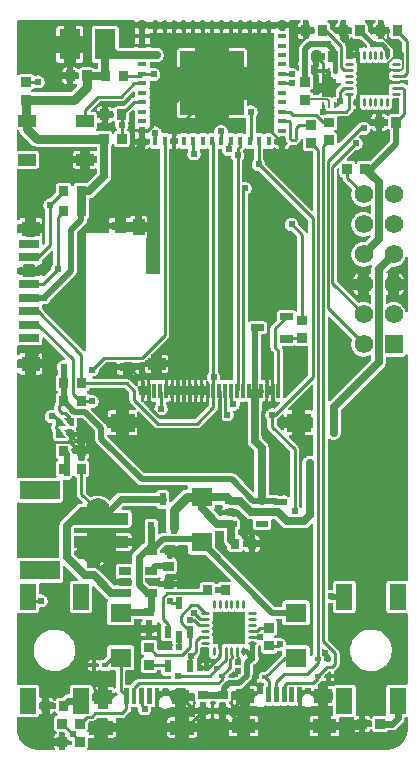
<source format=gtl>
G04 Layer: TopLayer*
G04 EasyEDA v6.4.32, 2022-03-05 12:23:48*
G04 1b2e3b3a17c3449da9e352887ce741fa,292cea30c40f4109b391fbfe46d023fa,10*
G04 Gerber Generator version 0.2*
G04 Scale: 100 percent, Rotated: No, Reflected: No *
G04 Dimensions in millimeters *
G04 leading zeros omitted , absolute positions ,4 integer and 5 decimal *
%FSLAX45Y45*%
%MOMM*%

%ADD10C,0.2540*%
%ADD11C,0.7000*%
%ADD12C,0.5000*%
%ADD13C,0.1520*%
%ADD14C,0.8000*%
%ADD15C,0.4000*%
%ADD16C,0.1270*%
%ADD17C,0.6000*%
%ADD18C,0.2800*%
%ADD19C,0.6096*%
%ADD20R,1.0000X0.6000*%
%ADD21R,1.8000X2.6000*%
%ADD22R,1.8000X1.6000*%
%ADD23R,0.5000X0.4000*%
%ADD24R,0.3000X1.3000*%
%ADD25R,2.0000X1.6000*%
%ADD26R,4.5999X1.0008*%
%ADD27R,3.4011X1.6002*%
%ADD29R,0.6000X1.0700*%
%ADD30R,0.8640X0.8065*%
%ADD31R,2.7000X2.7000*%
%ADD32R,0.8000X0.4000*%
%ADD33R,0.4000X0.8000*%
%ADD38R,1.4000X2.2000*%
%ADD39R,1.5000X1.0000*%
%ADD40R,0.2800X0.5050*%
%ADD41R,1.2000X1.5000*%
%ADD42R,1.7500X0.7000*%
%ADD43R,1.5000X1.3000*%
%ADD44R,1.0000X1.4500*%
%ADD45R,1.5000X0.8000*%
%ADD46R,1.4000X0.8000*%
%ADD50R,0.8000X0.9000*%
%ADD51R,0.9000X0.8000*%
%ADD52C,1.5748*%
%ADD53R,1.5748X1.5748*%
%ADD54C,2.0000*%

%LPD*%
G36*
X3120237Y-755040D02*
G01*
X3111042Y-754176D01*
X3088843Y-754176D01*
X3084931Y-753414D01*
X3081629Y-751230D01*
X3079445Y-747928D01*
X3078683Y-744016D01*
X3078683Y-714654D01*
X3036468Y-714654D01*
X3033166Y-717092D01*
X3029204Y-718007D01*
X3025190Y-717296D01*
X3021736Y-715010D01*
X2996387Y-689660D01*
X2994152Y-686358D01*
X2993390Y-682447D01*
X2993390Y-641350D01*
X2992678Y-635050D01*
X2990799Y-629564D01*
X2987700Y-624687D01*
X2983585Y-620572D01*
X2978708Y-617524D01*
X2976219Y-616661D01*
X2972765Y-614578D01*
X2970377Y-611327D01*
X2969412Y-607364D01*
X2970123Y-603402D01*
X2972308Y-599998D01*
X2975610Y-597712D01*
X2979572Y-596900D01*
X3052927Y-596900D01*
X3056890Y-597712D01*
X3060192Y-599998D01*
X3062376Y-603402D01*
X3063087Y-607364D01*
X3062122Y-611327D01*
X3059734Y-614578D01*
X3056280Y-616661D01*
X3053791Y-617524D01*
X3048914Y-620572D01*
X3044799Y-624687D01*
X3041700Y-629564D01*
X3039821Y-635050D01*
X3039110Y-641350D01*
X3039110Y-656945D01*
X3078683Y-656945D01*
X3078683Y-607060D01*
X3079445Y-603148D01*
X3081629Y-599897D01*
X3084931Y-597662D01*
X3088843Y-596900D01*
X3121202Y-596900D01*
X3125063Y-597662D01*
X3128365Y-599897D01*
X3130600Y-603148D01*
X3131362Y-607060D01*
X3131362Y-656945D01*
X3168904Y-656945D01*
X3172815Y-657707D01*
X3176117Y-659942D01*
X3178302Y-663244D01*
X3179064Y-667105D01*
X3179064Y-704494D01*
X3178302Y-708355D01*
X3176117Y-711657D01*
X3172815Y-713892D01*
X3168904Y-714654D01*
X3131362Y-714654D01*
X3131362Y-744931D01*
X3130499Y-749046D01*
X3128060Y-752449D01*
X3124454Y-754583D01*
G37*

%LPD*%
G36*
X3279444Y-930503D02*
G01*
X3275685Y-930097D01*
X3269081Y-928065D01*
X3260801Y-927252D01*
X3210356Y-927252D01*
X3206394Y-926439D01*
X3203041Y-924153D01*
X3200857Y-920699D01*
X3200196Y-916686D01*
X3201212Y-912723D01*
X3202990Y-908964D01*
X3205327Y-900734D01*
X3206191Y-891844D01*
X3206140Y-847090D01*
X3204921Y-838352D01*
X3202228Y-830326D01*
X3198114Y-822960D01*
X3192373Y-816051D01*
X3148533Y-772210D01*
X3146298Y-768807D01*
X3145536Y-764794D01*
X3146450Y-760831D01*
X3148838Y-757529D01*
X3152343Y-755446D01*
X3156204Y-754075D01*
X3161131Y-751027D01*
X3165195Y-746912D01*
X3166414Y-745032D01*
X3169208Y-742086D01*
X3172968Y-740460D01*
X3177032Y-740460D01*
X3180791Y-742086D01*
X3183585Y-745032D01*
X3184804Y-746912D01*
X3188868Y-751027D01*
X3193796Y-754075D01*
X3199231Y-756005D01*
X3205581Y-756716D01*
X3257194Y-756716D01*
X3261106Y-757478D01*
X3264408Y-759663D01*
X3285794Y-781100D01*
X3288029Y-784402D01*
X3288792Y-788314D01*
X3288792Y-920343D01*
X3288080Y-924052D01*
X3286099Y-927252D01*
X3283051Y-929487D01*
G37*

%LPD*%
G36*
X2912262Y-978357D02*
G01*
X2907842Y-977798D01*
X2904083Y-975461D01*
X2901696Y-971651D01*
X2900426Y-959408D01*
X2898190Y-952195D01*
X2897784Y-949198D01*
X2897784Y-918565D01*
X2871114Y-918565D01*
X2869946Y-921969D01*
X2867710Y-924763D01*
X2864612Y-926642D01*
X2861056Y-927252D01*
X2817368Y-927252D01*
X2813456Y-926490D01*
X2810205Y-924306D01*
X2807970Y-921003D01*
X2807208Y-917092D01*
X2807208Y-813308D01*
X2806395Y-805281D01*
X2804210Y-798068D01*
X2800654Y-791362D01*
X2795524Y-785164D01*
X2764129Y-753719D01*
X2761945Y-750417D01*
X2761183Y-746556D01*
X2761183Y-714654D01*
X2729280Y-714654D01*
X2725369Y-713892D01*
X2722067Y-711657D01*
X2678887Y-668477D01*
X2676652Y-665175D01*
X2675890Y-661314D01*
X2675890Y-641350D01*
X2675178Y-635050D01*
X2673299Y-629564D01*
X2670200Y-624687D01*
X2666085Y-620572D01*
X2661208Y-617524D01*
X2658719Y-616661D01*
X2655265Y-614578D01*
X2652877Y-611327D01*
X2651912Y-607364D01*
X2652623Y-603402D01*
X2654808Y-599998D01*
X2658110Y-597712D01*
X2662072Y-596900D01*
X2735427Y-596900D01*
X2739390Y-597712D01*
X2742692Y-599998D01*
X2744876Y-603402D01*
X2745587Y-607364D01*
X2744622Y-611327D01*
X2742234Y-614578D01*
X2738780Y-616661D01*
X2736291Y-617524D01*
X2731414Y-620572D01*
X2727299Y-624687D01*
X2724200Y-629564D01*
X2722321Y-635050D01*
X2721610Y-641350D01*
X2721610Y-656945D01*
X2761183Y-656945D01*
X2761183Y-607060D01*
X2761945Y-603148D01*
X2764129Y-599897D01*
X2767431Y-597662D01*
X2771343Y-596900D01*
X2803702Y-596900D01*
X2807563Y-597662D01*
X2810865Y-599897D01*
X2813100Y-603148D01*
X2813862Y-607060D01*
X2813862Y-656945D01*
X2851404Y-656945D01*
X2855315Y-657707D01*
X2858617Y-659942D01*
X2860802Y-663244D01*
X2861564Y-667105D01*
X2861564Y-704494D01*
X2860802Y-708355D01*
X2858617Y-711657D01*
X2855315Y-713892D01*
X2851404Y-714654D01*
X2813862Y-714654D01*
X2813862Y-756716D01*
X2826918Y-756716D01*
X2833268Y-756005D01*
X2838704Y-754075D01*
X2843631Y-751027D01*
X2847695Y-746912D01*
X2848914Y-745032D01*
X2851708Y-742086D01*
X2855468Y-740460D01*
X2859532Y-740460D01*
X2863291Y-742086D01*
X2866085Y-745032D01*
X2867304Y-746912D01*
X2871368Y-751027D01*
X2876296Y-754075D01*
X2881731Y-756005D01*
X2888081Y-756716D01*
X2929382Y-756716D01*
X2933242Y-757478D01*
X2936544Y-759663D01*
X2984347Y-807466D01*
X2985973Y-809599D01*
X2986989Y-812038D01*
X2988310Y-817016D01*
X2988513Y-821283D01*
X2986938Y-825296D01*
X2983890Y-828294D01*
X2979826Y-829716D01*
X2975559Y-829360D01*
X2968091Y-827125D01*
X2960319Y-826363D01*
X2952546Y-827125D01*
X2945079Y-829360D01*
X2940507Y-831799D01*
X2937357Y-832866D01*
X2934055Y-832866D01*
X2930906Y-831799D01*
X2926384Y-829360D01*
X2924454Y-828802D01*
X2924454Y-846582D01*
X2923997Y-849630D01*
X2921203Y-858469D01*
X2920390Y-866698D01*
X2920390Y-917702D01*
X2921203Y-925931D01*
X2923997Y-934770D01*
X2924454Y-937818D01*
X2924454Y-967943D01*
X2923794Y-971600D01*
X2921812Y-974801D01*
X2918866Y-977036D01*
X2915310Y-978052D01*
G37*

%LPC*%
G36*
X2871317Y-865835D02*
G01*
X2897784Y-865835D01*
X2897784Y-828802D01*
X2895854Y-829360D01*
X2888996Y-833069D01*
X2882950Y-837996D01*
X2877972Y-844042D01*
X2874314Y-850950D01*
X2872028Y-858418D01*
G37*

%LPD*%
G36*
X3272586Y-1028700D02*
G01*
X3269081Y-1028090D01*
X3261004Y-1027277D01*
X3256940Y-1026007D01*
X3253790Y-1023162D01*
X3252063Y-1019302D01*
X3252063Y-1015034D01*
X3253790Y-1011174D01*
X3256940Y-1008380D01*
X3261004Y-1007059D01*
X3269081Y-1006297D01*
X3275685Y-1004265D01*
X3279444Y-1003858D01*
X3283051Y-1004874D01*
X3286099Y-1007110D01*
X3288080Y-1010310D01*
X3288792Y-1014018D01*
X3288792Y-1018540D01*
X3288029Y-1022451D01*
X3285794Y-1025702D01*
X3282543Y-1027937D01*
X3278632Y-1028700D01*
G37*

%LPD*%
G36*
X3323945Y-1144219D02*
G01*
X3320034Y-1143457D01*
X3315766Y-1140256D01*
X3309518Y-1135126D01*
X3305860Y-1133195D01*
X3302660Y-1130503D01*
X3297936Y-1130096D01*
X3295650Y-1129385D01*
X3287623Y-1128623D01*
X3272282Y-1128623D01*
X3269081Y-1128064D01*
X3261004Y-1127302D01*
X3256940Y-1125982D01*
X3253790Y-1123188D01*
X3252063Y-1119327D01*
X3252063Y-1115060D01*
X3253790Y-1111199D01*
X3256940Y-1108354D01*
X3261004Y-1107084D01*
X3271774Y-1105916D01*
X3300984Y-1105916D01*
X3309162Y-1105103D01*
X3316224Y-1102918D01*
X3319119Y-1101394D01*
X3323132Y-1100226D01*
X3327247Y-1100734D01*
X3330854Y-1102868D01*
X3333242Y-1106271D01*
X3334105Y-1110335D01*
X3334105Y-1134059D01*
X3333343Y-1137970D01*
X3331108Y-1141272D01*
X3327806Y-1143457D01*
G37*

%LPD*%
G36*
X2983687Y-1233119D02*
G01*
X2980537Y-1232052D01*
X2975559Y-1229360D01*
X2969920Y-1227632D01*
X2966161Y-1225550D01*
X2963621Y-1222146D01*
X2962706Y-1217930D01*
X2962706Y-1166063D01*
X2909925Y-1166063D01*
X2905760Y-1165148D01*
X2902305Y-1162608D01*
X2900222Y-1158849D01*
X2898140Y-1151940D01*
X2895447Y-1146962D01*
X2894431Y-1143812D01*
X2894431Y-1140510D01*
X2895447Y-1137361D01*
X2898140Y-1132433D01*
X2900375Y-1124966D01*
X2901137Y-1117193D01*
X2900375Y-1109370D01*
X2898140Y-1101902D01*
X2895498Y-1096975D01*
X2894431Y-1093825D01*
X2894431Y-1090523D01*
X2895498Y-1087424D01*
X2898140Y-1082446D01*
X2900426Y-1074978D01*
X2901188Y-1067206D01*
X2900426Y-1059383D01*
X2898140Y-1051915D01*
X2895498Y-1046937D01*
X2894431Y-1043838D01*
X2894431Y-1040485D01*
X2895498Y-1037386D01*
X2898140Y-1032408D01*
X2900222Y-1025550D01*
X2902305Y-1021791D01*
X2905709Y-1019251D01*
X2909925Y-1018336D01*
X2962706Y-1018336D01*
X2962706Y-966469D01*
X2963621Y-962253D01*
X2966161Y-958850D01*
X2969920Y-956767D01*
X2975559Y-955040D01*
X2980537Y-952347D01*
X2983687Y-951280D01*
X2986989Y-951280D01*
X2990138Y-952347D01*
X2995066Y-955040D01*
X3002584Y-957275D01*
X3010357Y-958037D01*
X3018129Y-957275D01*
X3025597Y-955040D01*
X3030524Y-952398D01*
X3033674Y-951331D01*
X3036976Y-951331D01*
X3040126Y-952398D01*
X3045053Y-955040D01*
X3052521Y-957275D01*
X3060293Y-958037D01*
X3068066Y-957275D01*
X3075584Y-955040D01*
X3080512Y-952347D01*
X3083661Y-951280D01*
X3086963Y-951280D01*
X3090113Y-952347D01*
X3095091Y-955040D01*
X3103168Y-957478D01*
X3106928Y-959561D01*
X3109468Y-963015D01*
X3110382Y-967181D01*
X3110382Y-1018336D01*
X3149142Y-1018336D01*
X3149447Y-1013002D01*
X3150463Y-1009396D01*
X3152698Y-1006449D01*
X3155899Y-1004519D01*
X3159556Y-1003808D01*
X3191916Y-1003808D01*
X3194862Y-1004265D01*
X3201517Y-1006297D01*
X3209594Y-1007059D01*
X3213658Y-1008380D01*
X3216808Y-1011174D01*
X3218535Y-1015034D01*
X3218535Y-1019302D01*
X3216808Y-1023162D01*
X3213658Y-1026007D01*
X3209594Y-1027277D01*
X3201517Y-1028090D01*
X3194964Y-1030071D01*
X3192018Y-1030528D01*
X3187649Y-1030528D01*
X3186938Y-1033170D01*
X3184347Y-1036370D01*
X3181146Y-1039012D01*
X3176168Y-1045057D01*
X3172460Y-1051915D01*
X3170224Y-1059383D01*
X3169462Y-1067206D01*
X3170224Y-1074978D01*
X3172460Y-1082446D01*
X3176168Y-1089304D01*
X3181146Y-1095349D01*
X3187141Y-1100328D01*
X3194050Y-1103985D01*
X3201517Y-1106271D01*
X3209594Y-1107084D01*
X3213658Y-1108354D01*
X3216808Y-1111199D01*
X3218535Y-1115060D01*
X3218535Y-1119327D01*
X3216808Y-1123188D01*
X3213658Y-1125982D01*
X3209594Y-1127302D01*
X3201517Y-1128064D01*
X3194050Y-1130350D01*
X3187141Y-1134059D01*
X3181096Y-1138986D01*
X3176168Y-1145032D01*
X3172460Y-1151940D01*
X3170377Y-1158849D01*
X3168294Y-1162608D01*
X3164840Y-1165148D01*
X3160674Y-1166063D01*
X3110382Y-1166063D01*
X3110382Y-1217218D01*
X3109468Y-1221384D01*
X3106928Y-1224838D01*
X3103168Y-1226921D01*
X3095091Y-1229360D01*
X3090113Y-1232052D01*
X3086963Y-1233119D01*
X3083661Y-1233119D01*
X3080512Y-1232052D01*
X3075584Y-1229360D01*
X3068066Y-1227124D01*
X3060293Y-1226362D01*
X3052521Y-1227124D01*
X3045053Y-1229360D01*
X3040126Y-1232001D01*
X3036976Y-1233068D01*
X3033674Y-1233068D01*
X3030524Y-1232001D01*
X3025597Y-1229360D01*
X3018129Y-1227124D01*
X3010357Y-1226362D01*
X3002584Y-1227124D01*
X2995066Y-1229360D01*
X2990138Y-1232052D01*
X2986989Y-1233119D01*
G37*

%LPD*%
G36*
X2693212Y-1257300D02*
G01*
X2689301Y-1256538D01*
X2685999Y-1254353D01*
X2672232Y-1240586D01*
X2666390Y-1235811D01*
X2660142Y-1232662D01*
X2653284Y-1230782D01*
X2647797Y-1230376D01*
X2640838Y-1230376D01*
X2636926Y-1229614D01*
X2633624Y-1227378D01*
X2631440Y-1224076D01*
X2630678Y-1220216D01*
X2630678Y-1212240D01*
X2581097Y-1212240D01*
X2581097Y-1220216D01*
X2580335Y-1224076D01*
X2578150Y-1227378D01*
X2574848Y-1229614D01*
X2570937Y-1230376D01*
X2541981Y-1230376D01*
X2537917Y-1229512D01*
X2534513Y-1227124D01*
X2532380Y-1223568D01*
X2530297Y-1217574D01*
X2527198Y-1212697D01*
X2523134Y-1208582D01*
X2518206Y-1205534D01*
X2512161Y-1203401D01*
X2508605Y-1201267D01*
X2506167Y-1197864D01*
X2505354Y-1193800D01*
X2506167Y-1189736D01*
X2508605Y-1186332D01*
X2512161Y-1184198D01*
X2518206Y-1182065D01*
X2523134Y-1179017D01*
X2527198Y-1174902D01*
X2530297Y-1170025D01*
X2532176Y-1164539D01*
X2532888Y-1158240D01*
X2532888Y-1078738D01*
X2532176Y-1072388D01*
X2530297Y-1066952D01*
X2527198Y-1062024D01*
X2523134Y-1057960D01*
X2519476Y-1055674D01*
X2516936Y-1053388D01*
X2515260Y-1050391D01*
X2514701Y-1047038D01*
X2514701Y-984961D01*
X2515666Y-980643D01*
X2516682Y-978458D01*
X2518918Y-975360D01*
X2522118Y-973328D01*
X2525877Y-972616D01*
X2532583Y-972616D01*
X2532583Y-930554D01*
X2524861Y-930554D01*
X2521000Y-929792D01*
X2517698Y-927557D01*
X2515463Y-924255D01*
X2514701Y-920394D01*
X2514701Y-883005D01*
X2515463Y-879144D01*
X2517698Y-875842D01*
X2521000Y-873607D01*
X2524861Y-872845D01*
X2532583Y-872845D01*
X2532583Y-861161D01*
X2533345Y-857300D01*
X2535529Y-853998D01*
X2538831Y-851763D01*
X2542743Y-851001D01*
X2575102Y-851001D01*
X2578963Y-851763D01*
X2582265Y-853998D01*
X2584500Y-857300D01*
X2585262Y-861161D01*
X2585262Y-872845D01*
X2622804Y-872845D01*
X2626715Y-873607D01*
X2630017Y-875842D01*
X2632202Y-879144D01*
X2632964Y-883005D01*
X2632964Y-920394D01*
X2632202Y-924255D01*
X2630017Y-927557D01*
X2626715Y-929792D01*
X2622804Y-930554D01*
X2585262Y-930554D01*
X2585262Y-982776D01*
X2584653Y-986282D01*
X2582824Y-989380D01*
X2580081Y-991616D01*
X2578709Y-992124D01*
X2577795Y-994664D01*
X2577084Y-1000963D01*
X2577084Y-1006652D01*
X2603652Y-1006652D01*
X2603652Y-964336D01*
X2604414Y-960424D01*
X2606649Y-957122D01*
X2609951Y-954938D01*
X2613812Y-954176D01*
X2620213Y-954176D01*
X2624074Y-954938D01*
X2627376Y-957122D01*
X2629611Y-960424D01*
X2630373Y-964336D01*
X2630373Y-1006652D01*
X2660954Y-1006652D01*
X2664815Y-1007465D01*
X2668117Y-1009650D01*
X2670352Y-1012952D01*
X2671114Y-1016812D01*
X2671114Y-1025194D01*
X2671876Y-1033526D01*
X2671673Y-1036269D01*
X2673604Y-1039926D01*
X2674264Y-1042212D01*
X2676042Y-1045819D01*
X2677058Y-1049274D01*
X2677820Y-1056690D01*
X2679750Y-1062126D01*
X2682798Y-1067003D01*
X2686913Y-1071118D01*
X2691790Y-1074166D01*
X2696565Y-1075842D01*
X2700121Y-1077976D01*
X2702509Y-1081379D01*
X2703372Y-1085443D01*
X2703372Y-1124559D01*
X2758694Y-1124559D01*
X2762605Y-1125321D01*
X2765907Y-1127506D01*
X2768092Y-1130808D01*
X2768854Y-1134719D01*
X2768092Y-1138580D01*
X2765907Y-1141882D01*
X2728976Y-1178864D01*
X2723845Y-1185062D01*
X2720289Y-1191768D01*
X2718104Y-1198981D01*
X2717698Y-1203096D01*
X2716631Y-1206652D01*
X2714396Y-1209598D01*
X2711246Y-1211580D01*
X2707589Y-1212240D01*
X2703372Y-1212240D01*
X2703372Y-1247140D01*
X2702610Y-1251051D01*
X2700375Y-1254353D01*
X2697073Y-1256538D01*
G37*

%LPC*%
G36*
X2581097Y-1124559D02*
G01*
X2630678Y-1124559D01*
X2630678Y-1057351D01*
X2631440Y-1053439D01*
X2633624Y-1050137D01*
X2636926Y-1047953D01*
X2640838Y-1047191D01*
X2653639Y-1047191D01*
X2653639Y-1044600D01*
X2630373Y-1044600D01*
X2630373Y-1086967D01*
X2629611Y-1090879D01*
X2627376Y-1094130D01*
X2624074Y-1096365D01*
X2620213Y-1097127D01*
X2613812Y-1097127D01*
X2609951Y-1096365D01*
X2606649Y-1094130D01*
X2604414Y-1090879D01*
X2603652Y-1086967D01*
X2603652Y-1044600D01*
X2577084Y-1044600D01*
X2577084Y-1050340D01*
X2577795Y-1056640D01*
X2579725Y-1062126D01*
X2585466Y-1070457D01*
X2586431Y-1073759D01*
X2586228Y-1077163D01*
X2583738Y-1082192D01*
X2581808Y-1087628D01*
X2581097Y-1093978D01*
G37*

%LPD*%
G36*
X838200Y-1558645D02*
G01*
X834136Y-1557832D01*
X830732Y-1555394D01*
X828598Y-1551838D01*
X826465Y-1545793D01*
X823417Y-1540865D01*
X819302Y-1536801D01*
X814425Y-1533702D01*
X808939Y-1531823D01*
X802640Y-1531112D01*
X723138Y-1531112D01*
X716788Y-1531823D01*
X711301Y-1533702D01*
X707948Y-1534312D01*
X700074Y-1534312D01*
X696163Y-1533499D01*
X692861Y-1531315D01*
X690676Y-1528013D01*
X689914Y-1524152D01*
X690676Y-1520240D01*
X692861Y-1516938D01*
X695807Y-1513992D01*
X698906Y-1509115D01*
X700786Y-1503680D01*
X701497Y-1497330D01*
X701497Y-1473962D01*
X702411Y-1469745D01*
X704951Y-1466291D01*
X708710Y-1464208D01*
X712978Y-1463852D01*
X722477Y-1467205D01*
X728776Y-1467916D01*
X741883Y-1467916D01*
X741883Y-1425854D01*
X711657Y-1425854D01*
X707796Y-1425092D01*
X704494Y-1422857D01*
X702310Y-1419555D01*
X701497Y-1415694D01*
X701497Y-1398473D01*
X700786Y-1392174D01*
X698906Y-1386687D01*
X697026Y-1383690D01*
X695553Y-1379677D01*
X696010Y-1375206D01*
X695096Y-1375664D01*
X690880Y-1376019D01*
X681380Y-1372717D01*
X675030Y-1372006D01*
X662940Y-1372006D01*
X659028Y-1371244D01*
X655726Y-1369009D01*
X653542Y-1365707D01*
X652780Y-1361846D01*
X653542Y-1357934D01*
X655726Y-1354632D01*
X724204Y-1286205D01*
X727506Y-1283970D01*
X731418Y-1283208D01*
X901192Y-1283208D01*
X909218Y-1282395D01*
X916432Y-1280210D01*
X923137Y-1276654D01*
X929335Y-1271524D01*
X1003147Y-1197762D01*
X1006449Y-1195527D01*
X1010310Y-1194765D01*
X1014221Y-1195527D01*
X1017524Y-1197762D01*
X1019708Y-1201064D01*
X1020470Y-1204925D01*
X1020470Y-1229715D01*
X1021181Y-1236065D01*
X1022045Y-1238402D01*
X1022603Y-1242009D01*
X1021842Y-1245616D01*
X1019860Y-1248664D01*
X1016965Y-1250848D01*
X1013460Y-1251864D01*
X1007364Y-1252474D01*
X1000150Y-1254658D01*
X993495Y-1258214D01*
X987247Y-1263345D01*
X927506Y-1323136D01*
X924204Y-1325321D01*
X920292Y-1326083D01*
X868781Y-1326083D01*
X862431Y-1326794D01*
X856996Y-1328724D01*
X852068Y-1331772D01*
X848004Y-1335887D01*
X846785Y-1337767D01*
X843991Y-1340713D01*
X840232Y-1342339D01*
X836168Y-1342339D01*
X832408Y-1340713D01*
X829614Y-1337767D01*
X828395Y-1335887D01*
X824331Y-1331772D01*
X819403Y-1328724D01*
X813968Y-1326794D01*
X807618Y-1326083D01*
X794562Y-1326083D01*
X794562Y-1368145D01*
X832103Y-1368145D01*
X836015Y-1368907D01*
X839317Y-1371142D01*
X841502Y-1374444D01*
X842264Y-1378305D01*
X842264Y-1415694D01*
X841502Y-1419555D01*
X839317Y-1422857D01*
X836015Y-1425092D01*
X832103Y-1425854D01*
X794562Y-1425854D01*
X794562Y-1467916D01*
X807618Y-1467916D01*
X813968Y-1467205D01*
X819403Y-1465275D01*
X824331Y-1462227D01*
X828395Y-1458112D01*
X829614Y-1456232D01*
X832408Y-1453286D01*
X836168Y-1451660D01*
X840232Y-1451660D01*
X843991Y-1453286D01*
X846785Y-1456232D01*
X848004Y-1458112D01*
X852068Y-1462227D01*
X854049Y-1463446D01*
X857097Y-1466392D01*
X858621Y-1470406D01*
X858418Y-1474673D01*
X858062Y-1476095D01*
X857199Y-1485900D01*
X858062Y-1495704D01*
X860602Y-1505153D01*
X864717Y-1514094D01*
X867562Y-1518107D01*
X869086Y-1521460D01*
X869289Y-1525219D01*
X868171Y-1528775D01*
X865835Y-1531670D01*
X861974Y-1533702D01*
X857097Y-1536801D01*
X852982Y-1540865D01*
X849934Y-1545793D01*
X847801Y-1551838D01*
X845667Y-1555394D01*
X842264Y-1557832D01*
G37*

%LPC*%
G36*
X701649Y-1369009D02*
G01*
X705612Y-1368145D01*
X741883Y-1368145D01*
X741883Y-1326083D01*
X728776Y-1326083D01*
X722477Y-1326794D01*
X716991Y-1328724D01*
X712114Y-1331772D01*
X707999Y-1335887D01*
X704900Y-1340764D01*
X703021Y-1346250D01*
X702310Y-1352550D01*
X702310Y-1365961D01*
G37*

%LPD*%
G36*
X2895600Y-1812645D02*
G01*
X2891536Y-1811832D01*
X2888132Y-1809394D01*
X2885998Y-1805838D01*
X2883865Y-1799793D01*
X2880817Y-1794865D01*
X2876702Y-1790801D01*
X2871825Y-1787702D01*
X2866339Y-1785823D01*
X2860040Y-1785112D01*
X2827934Y-1785112D01*
X2824073Y-1784299D01*
X2820771Y-1782114D01*
X2818536Y-1778812D01*
X2817774Y-1774952D01*
X2818536Y-1771040D01*
X2820771Y-1767738D01*
X2891078Y-1697431D01*
X2893974Y-1695399D01*
X2897378Y-1694484D01*
X2905404Y-1693773D01*
X2914853Y-1691233D01*
X2923794Y-1687118D01*
X2931820Y-1681480D01*
X2938780Y-1674520D01*
X2944418Y-1666493D01*
X2948533Y-1657553D01*
X2951073Y-1648104D01*
X2951937Y-1638300D01*
X2951073Y-1628495D01*
X2948533Y-1619046D01*
X2944418Y-1610106D01*
X2938780Y-1602079D01*
X2931820Y-1595120D01*
X2925673Y-1590802D01*
X2922676Y-1587550D01*
X2921355Y-1583385D01*
X2921914Y-1579016D01*
X2924302Y-1575308D01*
X2932125Y-1567434D01*
X2935020Y-1565452D01*
X2938424Y-1564538D01*
X2941980Y-1564843D01*
X2949295Y-1566773D01*
X2959100Y-1567637D01*
X2968904Y-1566773D01*
X2978353Y-1564233D01*
X2987294Y-1560118D01*
X2995320Y-1554480D01*
X3002280Y-1547520D01*
X3007918Y-1539494D01*
X3012033Y-1530553D01*
X3013710Y-1524406D01*
X3015437Y-1520901D01*
X3018332Y-1518310D01*
X3021990Y-1516989D01*
X3025902Y-1517142D01*
X3029407Y-1518767D01*
X3036214Y-1525727D01*
X3041091Y-1528775D01*
X3046577Y-1530705D01*
X3052876Y-1531416D01*
X3065983Y-1531416D01*
X3065983Y-1489354D01*
X3017266Y-1489354D01*
X3013760Y-1488694D01*
X3010662Y-1486916D01*
X3002280Y-1475079D01*
X2995320Y-1468120D01*
X2987294Y-1462481D01*
X2978353Y-1458366D01*
X2968904Y-1455826D01*
X2959100Y-1454962D01*
X2949295Y-1455826D01*
X2939846Y-1458366D01*
X2930906Y-1462481D01*
X2922879Y-1468120D01*
X2915920Y-1475079D01*
X2912922Y-1478686D01*
X2906064Y-1484376D01*
X2753461Y-1636928D01*
X2750159Y-1639163D01*
X2746248Y-1639925D01*
X2742387Y-1639163D01*
X2739085Y-1636928D01*
X2736900Y-1633626D01*
X2736088Y-1629765D01*
X2736088Y-1572260D01*
X2735376Y-1565960D01*
X2733497Y-1560474D01*
X2730398Y-1555597D01*
X2726334Y-1551482D01*
X2721406Y-1548434D01*
X2715361Y-1546301D01*
X2711805Y-1544167D01*
X2709367Y-1540764D01*
X2708554Y-1536700D01*
X2709367Y-1532636D01*
X2711805Y-1529232D01*
X2715361Y-1527098D01*
X2721406Y-1524965D01*
X2726334Y-1521917D01*
X2730398Y-1517802D01*
X2733497Y-1512925D01*
X2735376Y-1507439D01*
X2736088Y-1501140D01*
X2736088Y-1421485D01*
X2736494Y-1417269D01*
X2738628Y-1413611D01*
X2742031Y-1411071D01*
X2746197Y-1410208D01*
X2806192Y-1410208D01*
X2814218Y-1409395D01*
X2821432Y-1407210D01*
X2828137Y-1403654D01*
X2834335Y-1398524D01*
X2862224Y-1370634D01*
X2867355Y-1364437D01*
X2870911Y-1357731D01*
X2871520Y-1355801D01*
X2873400Y-1352346D01*
X2876448Y-1349806D01*
X2880258Y-1348638D01*
X2884170Y-1349044D01*
X2895092Y-1355039D01*
X2896971Y-1355598D01*
X2896971Y-1318564D01*
X2884068Y-1318564D01*
X2880156Y-1317752D01*
X2876905Y-1315567D01*
X2874670Y-1312265D01*
X2873908Y-1308404D01*
X2873908Y-1275994D01*
X2874670Y-1272133D01*
X2876905Y-1268831D01*
X2880156Y-1266647D01*
X2884068Y-1265834D01*
X2896971Y-1265834D01*
X2896971Y-1237081D01*
X2897276Y-1234694D01*
X2900375Y-1224940D01*
X2901696Y-1212748D01*
X2904083Y-1209040D01*
X2907842Y-1206652D01*
X2912262Y-1206093D01*
X2914548Y-1206347D01*
X2918104Y-1207363D01*
X2921050Y-1209598D01*
X2923032Y-1212799D01*
X2923692Y-1216456D01*
X2923692Y-1248765D01*
X2923235Y-1251712D01*
X2921203Y-1258417D01*
X2920390Y-1266698D01*
X2920390Y-1317701D01*
X2921203Y-1325981D01*
X2923235Y-1332687D01*
X2923692Y-1335633D01*
X2923692Y-1355598D01*
X2925572Y-1355039D01*
X2930550Y-1352397D01*
X2933649Y-1351330D01*
X2937002Y-1351330D01*
X2940100Y-1352397D01*
X2945079Y-1355039D01*
X2952546Y-1357274D01*
X2960319Y-1358036D01*
X2968091Y-1357274D01*
X2975559Y-1355039D01*
X2980537Y-1352346D01*
X2983687Y-1351280D01*
X2986989Y-1351280D01*
X2990138Y-1352346D01*
X2995066Y-1355039D01*
X3002584Y-1357274D01*
X3010357Y-1358036D01*
X3018129Y-1357274D01*
X3025597Y-1355039D01*
X3030524Y-1352397D01*
X3033674Y-1351330D01*
X3036976Y-1351330D01*
X3040126Y-1352397D01*
X3045053Y-1355039D01*
X3052521Y-1357274D01*
X3060293Y-1358036D01*
X3068066Y-1357274D01*
X3075584Y-1355039D01*
X3080512Y-1352346D01*
X3083661Y-1351280D01*
X3086963Y-1351280D01*
X3090113Y-1352346D01*
X3095091Y-1355039D01*
X3102559Y-1357274D01*
X3110331Y-1358036D01*
X3118104Y-1357274D01*
X3125571Y-1355039D01*
X3130550Y-1352397D01*
X3133648Y-1351330D01*
X3137001Y-1351330D01*
X3140100Y-1352397D01*
X3145078Y-1355039D01*
X3152546Y-1357274D01*
X3160318Y-1358036D01*
X3168091Y-1357274D01*
X3175558Y-1355039D01*
X3182467Y-1351330D01*
X3188512Y-1346403D01*
X3193440Y-1340358D01*
X3197148Y-1333449D01*
X3199384Y-1325981D01*
X3200196Y-1317701D01*
X3200196Y-1267256D01*
X3201009Y-1263345D01*
X3203194Y-1260043D01*
X3206496Y-1257858D01*
X3210356Y-1257096D01*
X3253232Y-1257096D01*
X3257143Y-1257858D01*
X3260394Y-1260043D01*
X3262629Y-1263345D01*
X3263392Y-1267256D01*
X3263392Y-1370584D01*
X3262629Y-1374495D01*
X3260394Y-1377797D01*
X3251606Y-1386636D01*
X3248304Y-1388821D01*
X3244392Y-1389583D01*
X3192881Y-1389583D01*
X3186531Y-1390294D01*
X3181096Y-1392224D01*
X3176168Y-1395272D01*
X3172104Y-1399387D01*
X3170885Y-1401267D01*
X3168091Y-1404213D01*
X3164332Y-1405839D01*
X3160268Y-1405839D01*
X3156508Y-1404213D01*
X3153714Y-1401267D01*
X3152495Y-1399387D01*
X3148431Y-1395272D01*
X3143504Y-1392224D01*
X3138068Y-1390294D01*
X3131718Y-1389583D01*
X3118662Y-1389583D01*
X3118662Y-1431645D01*
X3156204Y-1431645D01*
X3160115Y-1432407D01*
X3163417Y-1434642D01*
X3165602Y-1437944D01*
X3166364Y-1441805D01*
X3166364Y-1479194D01*
X3165602Y-1483055D01*
X3163417Y-1486357D01*
X3160115Y-1488592D01*
X3156204Y-1489354D01*
X3118662Y-1489354D01*
X3118662Y-1531416D01*
X3131718Y-1531416D01*
X3138068Y-1530705D01*
X3143504Y-1528775D01*
X3148431Y-1525727D01*
X3152495Y-1521612D01*
X3153714Y-1519732D01*
X3156508Y-1516786D01*
X3160268Y-1515160D01*
X3164332Y-1515160D01*
X3168091Y-1516786D01*
X3170885Y-1519732D01*
X3172104Y-1521612D01*
X3179267Y-1528318D01*
X3180943Y-1531315D01*
X3181502Y-1534668D01*
X3181502Y-1619097D01*
X3180740Y-1623009D01*
X3178505Y-1626260D01*
X3022244Y-1782572D01*
X3019806Y-1784350D01*
X3016961Y-1785366D01*
X3013913Y-1785467D01*
X3010662Y-1785112D01*
X2931160Y-1785112D01*
X2924860Y-1785823D01*
X2919374Y-1787702D01*
X2914497Y-1790801D01*
X2910382Y-1794865D01*
X2907334Y-1799793D01*
X2905201Y-1805838D01*
X2903067Y-1809394D01*
X2899664Y-1811832D01*
G37*

%LPC*%
G36*
X3026410Y-1431645D02*
G01*
X3065983Y-1431645D01*
X3065983Y-1389583D01*
X3052876Y-1389583D01*
X3046577Y-1390294D01*
X3041091Y-1392224D01*
X3036214Y-1395272D01*
X3032099Y-1399387D01*
X3029000Y-1404264D01*
X3027121Y-1409750D01*
X3026410Y-1416050D01*
G37*

%LPD*%
G36*
X2521712Y-2208885D02*
G01*
X2517800Y-2208123D01*
X2514549Y-2205939D01*
X2129231Y-1820621D01*
X2127199Y-1817725D01*
X2126284Y-1814322D01*
X2125573Y-1806295D01*
X2123033Y-1796846D01*
X2118918Y-1787906D01*
X2113280Y-1779879D01*
X2111705Y-1778304D01*
X2109470Y-1775002D01*
X2108708Y-1771091D01*
X2108708Y-1691589D01*
X2109622Y-1687423D01*
X2112162Y-1683969D01*
X2115921Y-1681886D01*
X2120239Y-1681530D01*
X2125167Y-1683562D01*
X2130653Y-1685493D01*
X2136952Y-1686204D01*
X2175814Y-1686204D01*
X2182164Y-1685493D01*
X2187600Y-1683562D01*
X2192528Y-1680514D01*
X2196592Y-1676400D01*
X2197811Y-1674520D01*
X2200605Y-1671574D01*
X2204364Y-1669948D01*
X2208428Y-1669948D01*
X2212187Y-1671574D01*
X2214981Y-1674520D01*
X2216200Y-1676400D01*
X2220264Y-1680514D01*
X2225192Y-1683562D01*
X2230628Y-1685493D01*
X2236978Y-1686204D01*
X2247544Y-1686204D01*
X2247544Y-1649171D01*
X2212441Y-1649171D01*
X2208580Y-1648358D01*
X2205278Y-1646174D01*
X2203094Y-1642872D01*
X2202332Y-1639011D01*
X2202332Y-1611630D01*
X2203094Y-1607718D01*
X2205278Y-1604416D01*
X2208580Y-1602232D01*
X2212441Y-1601470D01*
X2247544Y-1601470D01*
X2247544Y-1586382D01*
X2248306Y-1582470D01*
X2250541Y-1579168D01*
X2253843Y-1576984D01*
X2257704Y-1576222D01*
X2285085Y-1576222D01*
X2288997Y-1576984D01*
X2292299Y-1579168D01*
X2294483Y-1582470D01*
X2295245Y-1586382D01*
X2295245Y-1603197D01*
X2297734Y-1605584D01*
X2299258Y-1608683D01*
X2301189Y-1614932D01*
X2304745Y-1621637D01*
X2309876Y-1627835D01*
X2313787Y-1631797D01*
X2316022Y-1635099D01*
X2316784Y-1639011D01*
X2316022Y-1642872D01*
X2313787Y-1646174D01*
X2310485Y-1648358D01*
X2306624Y-1649171D01*
X2295245Y-1649171D01*
X2295245Y-1686204D01*
X2305812Y-1686204D01*
X2312162Y-1685493D01*
X2317597Y-1683562D01*
X2322525Y-1680514D01*
X2326589Y-1676400D01*
X2329688Y-1671523D01*
X2331618Y-1666036D01*
X2332278Y-1659839D01*
X2333498Y-1656080D01*
X2335987Y-1653082D01*
X2339492Y-1651254D01*
X2343404Y-1650847D01*
X2350008Y-1651507D01*
X2374392Y-1651507D01*
X2382418Y-1650695D01*
X2389632Y-1648510D01*
X2396337Y-1644954D01*
X2402535Y-1639824D01*
X2414524Y-1627835D01*
X2419654Y-1621637D01*
X2423210Y-1614932D01*
X2425598Y-1607108D01*
X2427579Y-1603502D01*
X2430780Y-1600962D01*
X2434742Y-1599895D01*
X2438806Y-1600504D01*
X2442311Y-1602638D01*
X2444648Y-1606042D01*
X2445512Y-1610055D01*
X2445512Y-1677162D01*
X2446223Y-1683512D01*
X2448102Y-1688947D01*
X2451201Y-1693875D01*
X2455265Y-1697939D01*
X2460193Y-1701038D01*
X2465628Y-1702968D01*
X2471978Y-1703679D01*
X2521712Y-1703679D01*
X2525623Y-1704441D01*
X2528874Y-1706625D01*
X2531110Y-1709928D01*
X2531872Y-1713839D01*
X2531872Y-2198725D01*
X2531110Y-2202637D01*
X2528874Y-2205939D01*
X2525623Y-2208123D01*
G37*

%LPD*%
G36*
X250545Y-2497328D02*
G01*
X246684Y-2496566D01*
X243382Y-2494330D01*
X241198Y-2491028D01*
X240385Y-2487168D01*
X240385Y-2454757D01*
X239674Y-2448458D01*
X238252Y-2444343D01*
X237693Y-2440990D01*
X238252Y-2437638D01*
X239877Y-2432964D01*
X240588Y-2426614D01*
X240588Y-2401062D01*
X183540Y-2401062D01*
X183540Y-2418130D01*
X182778Y-2422042D01*
X180594Y-2425293D01*
X177292Y-2427528D01*
X173380Y-2428290D01*
X106019Y-2428290D01*
X102108Y-2427528D01*
X98806Y-2425293D01*
X96621Y-2422042D01*
X95859Y-2418130D01*
X95859Y-2401062D01*
X36068Y-2401062D01*
X32156Y-2400300D01*
X28905Y-2398064D01*
X26670Y-2394762D01*
X25908Y-2390902D01*
X25908Y-2333498D01*
X26670Y-2329637D01*
X28905Y-2326335D01*
X32156Y-2324100D01*
X36068Y-2323338D01*
X95859Y-2323338D01*
X95859Y-2271268D01*
X65278Y-2271268D01*
X58928Y-2271979D01*
X53492Y-2273909D01*
X48564Y-2277008D01*
X41402Y-2284069D01*
X37338Y-2285492D01*
X33070Y-2285136D01*
X29362Y-2283002D01*
X26822Y-2279599D01*
X25908Y-2275382D01*
X25908Y-1863953D01*
X26670Y-1860092D01*
X28905Y-1856790D01*
X32156Y-1854606D01*
X36068Y-1853793D01*
X185013Y-1853793D01*
X191363Y-1853082D01*
X196799Y-1851202D01*
X201726Y-1848104D01*
X205790Y-1844039D01*
X208889Y-1839112D01*
X210820Y-1833676D01*
X211531Y-1827326D01*
X211531Y-1728470D01*
X210820Y-1722170D01*
X208889Y-1716684D01*
X205790Y-1711807D01*
X201726Y-1707692D01*
X196799Y-1704644D01*
X191363Y-1702714D01*
X185013Y-1702003D01*
X36068Y-1702003D01*
X32156Y-1701241D01*
X28905Y-1699006D01*
X26670Y-1695704D01*
X25908Y-1691843D01*
X25908Y-1535023D01*
X26771Y-1530959D01*
X29209Y-1527556D01*
X32816Y-1525422D01*
X36982Y-1524914D01*
X40995Y-1526133D01*
X44145Y-1528876D01*
X45923Y-1532686D01*
X47853Y-1540560D01*
X51816Y-1550111D01*
X57200Y-1558899D01*
X64160Y-1567078D01*
X143611Y-1646529D01*
X151790Y-1653489D01*
X160578Y-1658874D01*
X170129Y-1662836D01*
X180187Y-1665274D01*
X190906Y-1666087D01*
X691692Y-1666087D01*
X695604Y-1666900D01*
X698855Y-1669084D01*
X701090Y-1672386D01*
X701852Y-1676247D01*
X701852Y-1695704D01*
X701090Y-1699514D01*
X699008Y-1702765D01*
X695807Y-1704949D01*
X692048Y-1705864D01*
X688187Y-1705254D01*
X681278Y-1702714D01*
X675030Y-1702003D01*
X644448Y-1702003D01*
X644448Y-1746554D01*
X691692Y-1746554D01*
X695604Y-1747316D01*
X698855Y-1749552D01*
X701090Y-1752803D01*
X701852Y-1756714D01*
X701852Y-1799082D01*
X701090Y-1802993D01*
X698855Y-1806295D01*
X695604Y-1808480D01*
X691692Y-1809242D01*
X644448Y-1809242D01*
X644448Y-1853793D01*
X675030Y-1853793D01*
X681278Y-1853133D01*
X688187Y-1850593D01*
X692048Y-1849983D01*
X695807Y-1850847D01*
X699008Y-1853082D01*
X701090Y-1856333D01*
X701852Y-1860143D01*
X701852Y-1887524D01*
X701090Y-1891385D01*
X698855Y-1894687D01*
X620674Y-1972919D01*
X618236Y-1974697D01*
X615391Y-1975713D01*
X530860Y-1975612D01*
X524560Y-1976323D01*
X519074Y-1978202D01*
X514197Y-1981301D01*
X510082Y-1985365D01*
X507034Y-1990293D01*
X504901Y-1996338D01*
X502767Y-1999894D01*
X499364Y-2002332D01*
X495300Y-2003145D01*
X491235Y-2002332D01*
X487832Y-1999894D01*
X485698Y-1996338D01*
X483565Y-1990293D01*
X480517Y-1985365D01*
X476402Y-1981301D01*
X471525Y-1978202D01*
X466039Y-1976323D01*
X459740Y-1975612D01*
X380238Y-1975612D01*
X373888Y-1976323D01*
X368452Y-1978202D01*
X363524Y-1981301D01*
X359460Y-1985365D01*
X356362Y-1990293D01*
X354431Y-1995728D01*
X353720Y-2002078D01*
X353720Y-2052116D01*
X352958Y-2055977D01*
X350774Y-2059279D01*
X310286Y-2099767D01*
X307390Y-2101799D01*
X303987Y-2102713D01*
X294995Y-2103526D01*
X285546Y-2106066D01*
X276606Y-2110181D01*
X268579Y-2115820D01*
X261620Y-2122779D01*
X255981Y-2130806D01*
X251866Y-2139746D01*
X249326Y-2149195D01*
X248462Y-2159000D01*
X249326Y-2168804D01*
X251866Y-2178253D01*
X255981Y-2187194D01*
X261620Y-2195220D01*
X263194Y-2196795D01*
X265430Y-2200097D01*
X266192Y-2204008D01*
X266192Y-2481681D01*
X265430Y-2485593D01*
X263194Y-2488895D01*
X257759Y-2494330D01*
X254457Y-2496566D01*
G37*

%LPC*%
G36*
X183540Y-2323338D02*
G01*
X240588Y-2323338D01*
X240588Y-2297785D01*
X239877Y-2291435D01*
X237998Y-2286000D01*
X234899Y-2281072D01*
X230835Y-2277008D01*
X225907Y-2273909D01*
X220471Y-2271979D01*
X214121Y-2271268D01*
X183540Y-2271268D01*
G37*
G36*
X526186Y-1853793D02*
G01*
X556768Y-1853793D01*
X556768Y-1809242D01*
X499719Y-1809242D01*
X499719Y-1827326D01*
X500430Y-1833676D01*
X502310Y-1839112D01*
X505409Y-1844039D01*
X509473Y-1848104D01*
X514400Y-1851202D01*
X519836Y-1853082D01*
G37*
G36*
X499719Y-1746554D02*
G01*
X556768Y-1746554D01*
X556768Y-1702003D01*
X526186Y-1702003D01*
X519836Y-1702714D01*
X514400Y-1704644D01*
X509473Y-1707692D01*
X505409Y-1711807D01*
X502310Y-1716684D01*
X500430Y-1722170D01*
X499719Y-1728470D01*
G37*

%LPD*%
G36*
X87071Y-2771190D02*
G01*
X83159Y-2770428D01*
X79857Y-2768193D01*
X77673Y-2764942D01*
X76911Y-2761030D01*
X76911Y-2741625D01*
X36068Y-2741625D01*
X32156Y-2740863D01*
X28905Y-2738678D01*
X26670Y-2735376D01*
X25908Y-2731465D01*
X25908Y-2704134D01*
X26670Y-2700223D01*
X28905Y-2696921D01*
X32156Y-2694736D01*
X36068Y-2693974D01*
X76911Y-2693974D01*
X76911Y-2674569D01*
X77673Y-2670657D01*
X79857Y-2667406D01*
X83159Y-2665171D01*
X87071Y-2664409D01*
X166928Y-2664409D01*
X170840Y-2665171D01*
X174142Y-2667406D01*
X176326Y-2670657D01*
X177088Y-2674569D01*
X177088Y-2693974D01*
X240385Y-2693974D01*
X240385Y-2683357D01*
X239674Y-2677058D01*
X237794Y-2671572D01*
X234289Y-2666034D01*
X232917Y-2662529D01*
X232917Y-2658770D01*
X234289Y-2655265D01*
X237794Y-2649728D01*
X239674Y-2644241D01*
X240385Y-2637942D01*
X240385Y-2625090D01*
X241198Y-2621229D01*
X243382Y-2617927D01*
X312369Y-2548940D01*
X315620Y-2546756D01*
X319532Y-2545994D01*
X323443Y-2546756D01*
X326694Y-2548940D01*
X328930Y-2552242D01*
X329692Y-2556154D01*
X329692Y-2660091D01*
X328930Y-2664002D01*
X326694Y-2667304D01*
X325120Y-2668879D01*
X319481Y-2676906D01*
X315366Y-2685846D01*
X312826Y-2695295D01*
X312115Y-2703322D01*
X311200Y-2706725D01*
X309168Y-2709621D01*
X257606Y-2761183D01*
X254152Y-2763469D01*
X250037Y-2764129D01*
X246024Y-2763164D01*
X242722Y-2760624D01*
X240741Y-2757017D01*
X240385Y-2752242D01*
X240385Y-2741625D01*
X177088Y-2741625D01*
X177088Y-2761030D01*
X176326Y-2764942D01*
X174142Y-2768193D01*
X170840Y-2770428D01*
X166928Y-2771190D01*
G37*

%LPD*%
G36*
X3014522Y-2996082D02*
G01*
X3010560Y-2995066D01*
X2999130Y-2989427D01*
X2986176Y-2985058D01*
X2972765Y-2982366D01*
X2959100Y-2981452D01*
X2945434Y-2982366D01*
X2932023Y-2985058D01*
X2923540Y-2987903D01*
X2919831Y-2988462D01*
X2916174Y-2987598D01*
X2913075Y-2985465D01*
X2734005Y-2806395D01*
X2731770Y-2803093D01*
X2731008Y-2799181D01*
X2731008Y-1861718D01*
X2731770Y-1857806D01*
X2734005Y-1854504D01*
X2736697Y-1851812D01*
X2739999Y-1849577D01*
X2743860Y-1848815D01*
X2747772Y-1849577D01*
X2751074Y-1851812D01*
X2753258Y-1855114D01*
X2754020Y-1858975D01*
X2754020Y-1896821D01*
X2754731Y-1903171D01*
X2756662Y-1908606D01*
X2759760Y-1913534D01*
X2763824Y-1917598D01*
X2768752Y-1920697D01*
X2774950Y-1922881D01*
X2778252Y-1924761D01*
X2780639Y-1927809D01*
X2781706Y-1931466D01*
X2782468Y-1938782D01*
X2784652Y-1945995D01*
X2788208Y-1952701D01*
X2793339Y-1958898D01*
X2858465Y-2024075D01*
X2860598Y-2027174D01*
X2861462Y-2030831D01*
X2860903Y-2034539D01*
X2858058Y-2043023D01*
X2855366Y-2056434D01*
X2854452Y-2070100D01*
X2855366Y-2083765D01*
X2858058Y-2097176D01*
X2862427Y-2110130D01*
X2868472Y-2122424D01*
X2876092Y-2133803D01*
X2885135Y-2144064D01*
X2895396Y-2153107D01*
X2906776Y-2160727D01*
X2919069Y-2166772D01*
X2932023Y-2171141D01*
X2945434Y-2173833D01*
X2959100Y-2174748D01*
X2972765Y-2173833D01*
X2986176Y-2171141D01*
X2999130Y-2166772D01*
X3010560Y-2161133D01*
X3014522Y-2160117D01*
X3018536Y-2160727D01*
X3022041Y-2162860D01*
X3024378Y-2166264D01*
X3025190Y-2170277D01*
X3025190Y-2223922D01*
X3024378Y-2227935D01*
X3022041Y-2231339D01*
X3018536Y-2233472D01*
X3014522Y-2234082D01*
X3010560Y-2233066D01*
X2999130Y-2227427D01*
X2986176Y-2223058D01*
X2972765Y-2220366D01*
X2959100Y-2219452D01*
X2945434Y-2220366D01*
X2932023Y-2223058D01*
X2919069Y-2227427D01*
X2906776Y-2233472D01*
X2895396Y-2241092D01*
X2885135Y-2250135D01*
X2876092Y-2260396D01*
X2868472Y-2271776D01*
X2862427Y-2284069D01*
X2858058Y-2297023D01*
X2855366Y-2310434D01*
X2854452Y-2324100D01*
X2855366Y-2337765D01*
X2858058Y-2351176D01*
X2862427Y-2364130D01*
X2868472Y-2376424D01*
X2876092Y-2387803D01*
X2885135Y-2398064D01*
X2895396Y-2407107D01*
X2906776Y-2414727D01*
X2919069Y-2420772D01*
X2932023Y-2425141D01*
X2945434Y-2427833D01*
X2959100Y-2428748D01*
X2972765Y-2427833D01*
X2986176Y-2425141D01*
X2999130Y-2420772D01*
X3005429Y-2417673D01*
X3009341Y-2416606D01*
X3013354Y-2417216D01*
X3016808Y-2419350D01*
X3019196Y-2422601D01*
X3020060Y-2426563D01*
X3019348Y-2430576D01*
X3017113Y-2433980D01*
X2979724Y-2471369D01*
X2976118Y-2473706D01*
X2971850Y-2474315D01*
X2959100Y-2473452D01*
X2945434Y-2474366D01*
X2932023Y-2477058D01*
X2919069Y-2481427D01*
X2906776Y-2487472D01*
X2895396Y-2495092D01*
X2885135Y-2504135D01*
X2876092Y-2514396D01*
X2868472Y-2525776D01*
X2862427Y-2538069D01*
X2858058Y-2551023D01*
X2855366Y-2564434D01*
X2854452Y-2578100D01*
X2855366Y-2591765D01*
X2858058Y-2605176D01*
X2862427Y-2618130D01*
X2868472Y-2630424D01*
X2876092Y-2641803D01*
X2885135Y-2652064D01*
X2895396Y-2661107D01*
X2906776Y-2668727D01*
X2919069Y-2674772D01*
X2932023Y-2679141D01*
X2945434Y-2681833D01*
X2959100Y-2682748D01*
X2972765Y-2681833D01*
X2986176Y-2679141D01*
X2999130Y-2674772D01*
X3011525Y-2668676D01*
X3016808Y-2665323D01*
X3020822Y-2663850D01*
X3025038Y-2664104D01*
X3028797Y-2666136D01*
X3031388Y-2669489D01*
X3032404Y-2673604D01*
X3031642Y-2677769D01*
X3027781Y-2687523D01*
X3026003Y-2695295D01*
X3025698Y-2697378D01*
X3025190Y-2705404D01*
X3025190Y-2731922D01*
X3024378Y-2735935D01*
X3022041Y-2739339D01*
X3018536Y-2741472D01*
X3014522Y-2742082D01*
X3010560Y-2741066D01*
X3004820Y-2738221D01*
X3004820Y-2786380D01*
X3015030Y-2786380D01*
X3018942Y-2787142D01*
X3022193Y-2789377D01*
X3024428Y-2792628D01*
X3025190Y-2796540D01*
X3025190Y-2867660D01*
X3024428Y-2871571D01*
X3022193Y-2874822D01*
X3018942Y-2877058D01*
X3015030Y-2877820D01*
X3004820Y-2877820D01*
X3004820Y-2925978D01*
X3010560Y-2923133D01*
X3014522Y-2922117D01*
X3018536Y-2922727D01*
X3022041Y-2924860D01*
X3024378Y-2928264D01*
X3025190Y-2932277D01*
X3025190Y-2985922D01*
X3024378Y-2989935D01*
X3022041Y-2993339D01*
X3018536Y-2995472D01*
G37*

%LPC*%
G36*
X2913380Y-2925978D02*
G01*
X2913380Y-2877820D01*
X2865221Y-2877820D01*
X2868472Y-2884424D01*
X2876092Y-2895803D01*
X2885135Y-2906064D01*
X2895396Y-2915107D01*
X2906776Y-2922727D01*
G37*
G36*
X2865221Y-2786380D02*
G01*
X2913380Y-2786380D01*
X2913380Y-2738221D01*
X2906776Y-2741472D01*
X2895396Y-2749092D01*
X2885135Y-2758135D01*
X2876092Y-2768396D01*
X2868472Y-2779776D01*
G37*

%LPD*%
G36*
X3323539Y-3066338D02*
G01*
X3319627Y-3065373D01*
X3316376Y-3062986D01*
X3314293Y-3059480D01*
X3309772Y-3046069D01*
X3303727Y-3033776D01*
X3296107Y-3022396D01*
X3287064Y-3012135D01*
X3276803Y-3003092D01*
X3265424Y-2995472D01*
X3253130Y-2989427D01*
X3240176Y-2985058D01*
X3226765Y-2982366D01*
X3213100Y-2981452D01*
X3199434Y-2982366D01*
X3186023Y-2985058D01*
X3173069Y-2989427D01*
X3161639Y-2995066D01*
X3157677Y-2996082D01*
X3153664Y-2995472D01*
X3150158Y-2993339D01*
X3147822Y-2989935D01*
X3147009Y-2985922D01*
X3147009Y-2932277D01*
X3147822Y-2928264D01*
X3150158Y-2924860D01*
X3153664Y-2922727D01*
X3157677Y-2922117D01*
X3161639Y-2923133D01*
X3167380Y-2925978D01*
X3167380Y-2877820D01*
X3157169Y-2877820D01*
X3153257Y-2877058D01*
X3150006Y-2874822D01*
X3147771Y-2871571D01*
X3147009Y-2867660D01*
X3147009Y-2796540D01*
X3147771Y-2792628D01*
X3150006Y-2789377D01*
X3153257Y-2787142D01*
X3157169Y-2786380D01*
X3167380Y-2786380D01*
X3167380Y-2738221D01*
X3162858Y-2739593D01*
X3158845Y-2738983D01*
X3155391Y-2736900D01*
X3153003Y-2733598D01*
X3152140Y-2729636D01*
X3152851Y-2725623D01*
X3155086Y-2722219D01*
X3192475Y-2684830D01*
X3196082Y-2682544D01*
X3200349Y-2681884D01*
X3213100Y-2682748D01*
X3226765Y-2681833D01*
X3240176Y-2679141D01*
X3253130Y-2674772D01*
X3265424Y-2668727D01*
X3276803Y-2661107D01*
X3287064Y-2652064D01*
X3296107Y-2641803D01*
X3303727Y-2630424D01*
X3309772Y-2618130D01*
X3314293Y-2604719D01*
X3316376Y-2601214D01*
X3319627Y-2598826D01*
X3323539Y-2597861D01*
X3327552Y-2598521D01*
X3330956Y-2600706D01*
X3333292Y-2604008D01*
X3334105Y-2608021D01*
X3334105Y-3056178D01*
X3333292Y-3060192D01*
X3330956Y-3063494D01*
X3327552Y-3065678D01*
G37*

%LPC*%
G36*
X3258820Y-2925978D02*
G01*
X3265424Y-2922727D01*
X3276803Y-2915107D01*
X3287064Y-2906064D01*
X3296107Y-2895803D01*
X3303727Y-2884424D01*
X3306978Y-2877820D01*
X3258820Y-2877820D01*
G37*
G36*
X3258820Y-2786380D02*
G01*
X3306978Y-2786380D01*
X3303727Y-2779776D01*
X3296107Y-2768396D01*
X3287064Y-2758135D01*
X3276803Y-2749092D01*
X3265424Y-2741472D01*
X3258820Y-2738221D01*
G37*

%LPD*%
G36*
X599440Y-3398113D02*
G01*
X595528Y-3397351D01*
X592277Y-3395167D01*
X243382Y-3046272D01*
X241198Y-3042970D01*
X240385Y-3039110D01*
X240385Y-3026257D01*
X239674Y-3019958D01*
X238252Y-3015742D01*
X237693Y-3011779D01*
X238709Y-3007868D01*
X241198Y-3004718D01*
X244703Y-3002737D01*
X248716Y-3002280D01*
X254000Y-3002737D01*
X263804Y-3001873D01*
X273253Y-2999333D01*
X282194Y-2995218D01*
X290220Y-2989580D01*
X297180Y-2982620D01*
X302818Y-2974594D01*
X306374Y-2966872D01*
X308406Y-2963976D01*
X518464Y-2753969D01*
X521614Y-2750515D01*
X524306Y-2747010D01*
X526694Y-2743250D01*
X528726Y-2739288D01*
X530453Y-2735224D01*
X531774Y-2730957D01*
X532739Y-2726639D01*
X533298Y-2722219D01*
X533501Y-2717596D01*
X533501Y-2400198D01*
X534263Y-2396286D01*
X536498Y-2393035D01*
X606602Y-2322931D01*
X609752Y-2319477D01*
X612444Y-2315972D01*
X614832Y-2312212D01*
X616864Y-2308250D01*
X618591Y-2304186D01*
X619912Y-2299919D01*
X620877Y-2295601D01*
X621436Y-2291283D01*
X621639Y-2281986D01*
X622249Y-2278735D01*
X623925Y-2275840D01*
X627075Y-2273198D01*
X631139Y-2269134D01*
X634238Y-2264206D01*
X636168Y-2258771D01*
X636879Y-2252421D01*
X636879Y-2167178D01*
X636524Y-2163826D01*
X636524Y-2114804D01*
X637540Y-2110384D01*
X640334Y-2106879D01*
X644398Y-2104898D01*
X652576Y-2103018D01*
X661924Y-2099310D01*
X663803Y-2098344D01*
X672236Y-2092909D01*
X678281Y-2087524D01*
X805586Y-1960219D01*
X810971Y-1954174D01*
X816406Y-1945741D01*
X817372Y-1943862D01*
X821080Y-1934514D01*
X822858Y-1926742D01*
X823163Y-1924659D01*
X823671Y-1916633D01*
X823671Y-1662023D01*
X824077Y-1659229D01*
X826465Y-1654606D01*
X828598Y-1648561D01*
X830732Y-1645005D01*
X834136Y-1642567D01*
X838200Y-1641754D01*
X842264Y-1642567D01*
X845667Y-1645005D01*
X847801Y-1648561D01*
X849934Y-1654606D01*
X852982Y-1659534D01*
X857097Y-1663598D01*
X861974Y-1666697D01*
X867460Y-1668576D01*
X873760Y-1669288D01*
X953262Y-1669288D01*
X959612Y-1668576D01*
X965047Y-1666697D01*
X969975Y-1663598D01*
X974039Y-1659534D01*
X977137Y-1654606D01*
X979068Y-1649171D01*
X979779Y-1642821D01*
X979779Y-1557578D01*
X979068Y-1551228D01*
X977137Y-1545793D01*
X974039Y-1540865D01*
X969975Y-1536801D01*
X961237Y-1531670D01*
X958900Y-1528775D01*
X957783Y-1525219D01*
X957986Y-1521510D01*
X959510Y-1518107D01*
X962355Y-1514094D01*
X966469Y-1505153D01*
X969010Y-1495704D01*
X969873Y-1485900D01*
X969010Y-1476095D01*
X966622Y-1467053D01*
X966368Y-1462938D01*
X967841Y-1459026D01*
X971499Y-1453235D01*
X973378Y-1447749D01*
X974090Y-1441450D01*
X974090Y-1389888D01*
X974852Y-1386027D01*
X977087Y-1382725D01*
X1003147Y-1356664D01*
X1006449Y-1354429D01*
X1010310Y-1353667D01*
X1014221Y-1354429D01*
X1017524Y-1356664D01*
X1019708Y-1359966D01*
X1020470Y-1363827D01*
X1020470Y-1389735D01*
X1021181Y-1396034D01*
X1023112Y-1401521D01*
X1025245Y-1404874D01*
X1026617Y-1408430D01*
X1026617Y-1412189D01*
X1025245Y-1415694D01*
X1023112Y-1419098D01*
X1021181Y-1424533D01*
X1020470Y-1430883D01*
X1020470Y-1469745D01*
X1021181Y-1476044D01*
X1023112Y-1481531D01*
X1025245Y-1484884D01*
X1026617Y-1488389D01*
X1026617Y-1492199D01*
X1025245Y-1495704D01*
X1023112Y-1499108D01*
X1021181Y-1504543D01*
X1020470Y-1510893D01*
X1020470Y-1513941D01*
X1060043Y-1513941D01*
X1060043Y-1506372D01*
X1060805Y-1502460D01*
X1063040Y-1499158D01*
X1066342Y-1496974D01*
X1070203Y-1496212D01*
X1102614Y-1496212D01*
X1106474Y-1496974D01*
X1109776Y-1499158D01*
X1111961Y-1502460D01*
X1112774Y-1506372D01*
X1112774Y-1513941D01*
X1132433Y-1513941D01*
X1136396Y-1514754D01*
X1139748Y-1517040D01*
X1141933Y-1520444D01*
X1142593Y-1524457D01*
X1141628Y-1528419D01*
X1140866Y-1530146D01*
X1138428Y-1539138D01*
X1136396Y-1542999D01*
X1132941Y-1545691D01*
X1128623Y-1546656D01*
X1112774Y-1546656D01*
X1112774Y-1586382D01*
X1111808Y-1590649D01*
X1109116Y-1594154D01*
X1105255Y-1596186D01*
X1105255Y-1601470D01*
X1140358Y-1601470D01*
X1144219Y-1602232D01*
X1147521Y-1604416D01*
X1149705Y-1607718D01*
X1150518Y-1611630D01*
X1150518Y-1639011D01*
X1149705Y-1642872D01*
X1147521Y-1646174D01*
X1144219Y-1648358D01*
X1140358Y-1649171D01*
X1105255Y-1649171D01*
X1105255Y-1686204D01*
X1115822Y-1686204D01*
X1122172Y-1685493D01*
X1127607Y-1683562D01*
X1132535Y-1680514D01*
X1136599Y-1676400D01*
X1137818Y-1674520D01*
X1140612Y-1671574D01*
X1144371Y-1669948D01*
X1148435Y-1669948D01*
X1152194Y-1671574D01*
X1154988Y-1674520D01*
X1156208Y-1676400D01*
X1160272Y-1680514D01*
X1165199Y-1683562D01*
X1170635Y-1685493D01*
X1176985Y-1686204D01*
X1215847Y-1686204D01*
X1222146Y-1685493D01*
X1224229Y-1684782D01*
X1228039Y-1684223D01*
X1231798Y-1685086D01*
X1234948Y-1687322D01*
X1237030Y-1690573D01*
X1237742Y-1694383D01*
X1237742Y-2733040D01*
X1236980Y-2736951D01*
X1234744Y-2740202D01*
X1231493Y-2742438D01*
X1227582Y-2743200D01*
X1127760Y-2743200D01*
X1123848Y-2742438D01*
X1120597Y-2740202D01*
X1118362Y-2736951D01*
X1117600Y-2733040D01*
X1117600Y-2449017D01*
X1118362Y-2445156D01*
X1120597Y-2441854D01*
X1124305Y-2438095D01*
X1127404Y-2433218D01*
X1129284Y-2427732D01*
X1129995Y-2421432D01*
X1129995Y-2392121D01*
X1085240Y-2392121D01*
X1084021Y-2395372D01*
X1081735Y-2397963D01*
X1078738Y-2399690D01*
X1075283Y-2400300D01*
X1032916Y-2400300D01*
X1029462Y-2399690D01*
X1026464Y-2397963D01*
X1024178Y-2395372D01*
X1022959Y-2392121D01*
X968044Y-2392121D01*
X964133Y-2391308D01*
X960831Y-2389124D01*
X958646Y-2385822D01*
X957884Y-2381961D01*
X957884Y-2363165D01*
X945540Y-2363165D01*
X945540Y-2390140D01*
X944778Y-2394051D01*
X942594Y-2397302D01*
X939292Y-2399538D01*
X935380Y-2400300D01*
X868019Y-2400300D01*
X864108Y-2399538D01*
X860806Y-2397302D01*
X858621Y-2394051D01*
X857859Y-2390140D01*
X857859Y-2363165D01*
X800811Y-2363165D01*
X800811Y-2376220D01*
X801522Y-2382570D01*
X802995Y-2386787D01*
X803554Y-2390597D01*
X802640Y-2394356D01*
X800404Y-2397506D01*
X797153Y-2399588D01*
X793394Y-2400300D01*
X610616Y-2400300D01*
X609600Y-2401316D01*
X609600Y-3387953D01*
X608838Y-3391865D01*
X606602Y-3395167D01*
X603351Y-3397351D01*
G37*

%LPC*%
G36*
X960221Y-2310790D02*
G01*
X960831Y-2309876D01*
X964133Y-2307691D01*
X968044Y-2306878D01*
X1022756Y-2306878D01*
X1022756Y-2251100D01*
X1004671Y-2251100D01*
X998372Y-2251811D01*
X992886Y-2253691D01*
X988009Y-2256790D01*
X983894Y-2260904D01*
X980592Y-2266137D01*
X978306Y-2268677D01*
X975360Y-2270302D01*
X972007Y-2270912D01*
X945540Y-2270912D01*
X945540Y-2310434D01*
X960323Y-2310434D01*
G37*
G36*
X800811Y-2310434D02*
G01*
X857859Y-2310434D01*
X857859Y-2270912D01*
X827278Y-2270912D01*
X820928Y-2271623D01*
X815492Y-2273503D01*
X810564Y-2276602D01*
X806500Y-2280666D01*
X803402Y-2285593D01*
X801522Y-2291029D01*
X800811Y-2297379D01*
G37*
G36*
X1085443Y-2306878D02*
G01*
X1129995Y-2306878D01*
X1129995Y-2277567D01*
X1129284Y-2271268D01*
X1127404Y-2265781D01*
X1124305Y-2260904D01*
X1120190Y-2256790D01*
X1115314Y-2253691D01*
X1109827Y-2251811D01*
X1103528Y-2251100D01*
X1085443Y-2251100D01*
G37*
G36*
X1046987Y-1686204D02*
G01*
X1057554Y-1686204D01*
X1057554Y-1649171D01*
X1020470Y-1649171D01*
X1020470Y-1659737D01*
X1021181Y-1666036D01*
X1023112Y-1671523D01*
X1026210Y-1676400D01*
X1030274Y-1680514D01*
X1035202Y-1683562D01*
X1040637Y-1685493D01*
G37*
G36*
X1020470Y-1601470D02*
G01*
X1057554Y-1601470D01*
X1057554Y-1554226D01*
X1058214Y-1550670D01*
X1060043Y-1547571D01*
X1060043Y-1546656D01*
X1020470Y-1546656D01*
X1020470Y-1549704D01*
X1021181Y-1556054D01*
X1023112Y-1561490D01*
X1025245Y-1564894D01*
X1026617Y-1568399D01*
X1026617Y-1572209D01*
X1025245Y-1575714D01*
X1023112Y-1579067D01*
X1021181Y-1584553D01*
X1020470Y-1590852D01*
G37*

%LPD*%
G36*
X1763674Y-3644849D02*
G01*
X1759457Y-3643934D01*
X1752955Y-3643223D01*
X1748840Y-3641801D01*
X1745691Y-3638854D01*
X1744065Y-3634841D01*
X1745437Y-3619500D01*
X1744573Y-3609695D01*
X1742033Y-3600246D01*
X1737918Y-3591306D01*
X1732280Y-3583279D01*
X1730298Y-3581298D01*
X1728063Y-3577996D01*
X1727301Y-3574084D01*
X1727301Y-1696364D01*
X1728063Y-1692503D01*
X1730298Y-1689201D01*
X1733550Y-1686966D01*
X1737461Y-1686204D01*
X1750212Y-1686204D01*
X1753870Y-1686915D01*
X1757070Y-1688896D01*
X1759305Y-1691893D01*
X1760321Y-1695500D01*
X1760626Y-1698904D01*
X1763166Y-1708353D01*
X1767281Y-1717293D01*
X1772920Y-1725320D01*
X1779879Y-1732280D01*
X1787906Y-1737918D01*
X1796846Y-1742033D01*
X1806295Y-1744573D01*
X1816100Y-1745437D01*
X1826717Y-1744522D01*
X1830222Y-1744827D01*
X1833422Y-1746300D01*
X1835962Y-1748789D01*
X1837436Y-1751990D01*
X1839366Y-1759153D01*
X1843481Y-1768093D01*
X1849120Y-1776120D01*
X1850694Y-1777695D01*
X1852930Y-1780997D01*
X1853692Y-1784908D01*
X1853692Y-3633063D01*
X1852930Y-3636975D01*
X1850694Y-3640277D01*
X1847443Y-3642461D01*
X1843532Y-3643223D01*
X1824278Y-3643223D01*
X1817928Y-3643934D01*
X1813712Y-3644849D01*
X1809445Y-3643934D01*
X1803095Y-3643223D01*
X1774240Y-3643223D01*
X1767941Y-3643934D01*
G37*

%LPD*%
G36*
X2289759Y-3798214D02*
G01*
X2285847Y-3797452D01*
X2282596Y-3795268D01*
X2280361Y-3791965D01*
X2279599Y-3788054D01*
X2279599Y-3669741D01*
X2278888Y-3663391D01*
X2277922Y-3660648D01*
X2277364Y-3657295D01*
X2277364Y-3394964D01*
X2276551Y-3386937D01*
X2274366Y-3379724D01*
X2270810Y-3373018D01*
X2266594Y-3367938D01*
X2264816Y-3364585D01*
X2264308Y-3360826D01*
X2265273Y-3357118D01*
X2267508Y-3354070D01*
X2270760Y-3352037D01*
X2274468Y-3351326D01*
X2360828Y-3351326D01*
X2367127Y-3350615D01*
X2371852Y-3348939D01*
X2374849Y-3348380D01*
X2377846Y-3348736D01*
X2380640Y-3349904D01*
X2383993Y-3352037D01*
X2389428Y-3353968D01*
X2395778Y-3354679D01*
X2478532Y-3354679D01*
X2482443Y-3355441D01*
X2485694Y-3357626D01*
X2487930Y-3360928D01*
X2488692Y-3364839D01*
X2488692Y-3599281D01*
X2487930Y-3603193D01*
X2485694Y-3606495D01*
X2296922Y-3795268D01*
X2293670Y-3797452D01*
G37*

%LPD*%
G36*
X2664968Y-3823309D02*
G01*
X2661056Y-3822496D01*
X2657805Y-3820312D01*
X2655570Y-3817010D01*
X2654808Y-3813149D01*
X2654808Y-3114954D01*
X2655570Y-3111042D01*
X2657805Y-3107740D01*
X2661056Y-3105556D01*
X2664968Y-3104794D01*
X2668879Y-3105556D01*
X2672130Y-3107740D01*
X2858465Y-3294075D01*
X2860598Y-3297174D01*
X2861462Y-3300831D01*
X2860903Y-3304540D01*
X2858058Y-3313023D01*
X2855366Y-3326434D01*
X2854452Y-3340100D01*
X2855366Y-3353765D01*
X2858058Y-3367176D01*
X2862427Y-3380130D01*
X2868472Y-3392424D01*
X2876092Y-3403803D01*
X2885135Y-3414064D01*
X2895396Y-3423107D01*
X2906776Y-3430727D01*
X2919069Y-3436772D01*
X2932023Y-3441141D01*
X2945434Y-3443833D01*
X2959100Y-3444748D01*
X2972765Y-3443833D01*
X2986176Y-3441141D01*
X2999130Y-3436772D01*
X3010560Y-3431133D01*
X3014522Y-3430117D01*
X3018536Y-3430727D01*
X3022041Y-3432860D01*
X3024378Y-3436264D01*
X3025190Y-3440277D01*
X3025190Y-3463086D01*
X3024428Y-3466947D01*
X3022193Y-3470249D01*
X2672130Y-3820312D01*
X2668879Y-3822496D01*
G37*

%LPD*%
G36*
X1239418Y-3974592D02*
G01*
X1235506Y-3973829D01*
X1232204Y-3971594D01*
X1217218Y-3956608D01*
X1214831Y-3952900D01*
X1214272Y-3948531D01*
X1215593Y-3944315D01*
X1218539Y-3941114D01*
X1222603Y-3939387D01*
X1227023Y-3939590D01*
X1234795Y-3941673D01*
X1244600Y-3942537D01*
X1254404Y-3941673D01*
X1263853Y-3939133D01*
X1272794Y-3935018D01*
X1280820Y-3929379D01*
X1287780Y-3922420D01*
X1293418Y-3914394D01*
X1297533Y-3905453D01*
X1300073Y-3896004D01*
X1300937Y-3886200D01*
X1300073Y-3876395D01*
X1297533Y-3866946D01*
X1293418Y-3858006D01*
X1287780Y-3849979D01*
X1286205Y-3848404D01*
X1283970Y-3845102D01*
X1283208Y-3841191D01*
X1283208Y-3835196D01*
X1283970Y-3831336D01*
X1286205Y-3828034D01*
X1289456Y-3825849D01*
X1293368Y-3825036D01*
X1303121Y-3825036D01*
X1309420Y-3824325D01*
X1313688Y-3823462D01*
X1317955Y-3824325D01*
X1324864Y-3825036D01*
X1324864Y-3773017D01*
X1293368Y-3773017D01*
X1289456Y-3772204D01*
X1286205Y-3770020D01*
X1283970Y-3766718D01*
X1283208Y-3762857D01*
X1283208Y-3740556D01*
X1282395Y-3732529D01*
X1280058Y-3724706D01*
X1279601Y-3721760D01*
X1279601Y-3669792D01*
X1278737Y-3662984D01*
X1276959Y-3657955D01*
X1275232Y-3654399D01*
X1274826Y-3651605D01*
X1274826Y-3643223D01*
X1267917Y-3643934D01*
X1263700Y-3644849D01*
X1259433Y-3643934D01*
X1253134Y-3643223D01*
X1224280Y-3643223D01*
X1217930Y-3643934D01*
X1213713Y-3644849D01*
X1209446Y-3643934D01*
X1203096Y-3643223D01*
X1174242Y-3643223D01*
X1167942Y-3643934D01*
X1163675Y-3644849D01*
X1159459Y-3643934D01*
X1152550Y-3643223D01*
X1152550Y-3651605D01*
X1152144Y-3654399D01*
X1150416Y-3657955D01*
X1148486Y-3663391D01*
X1147775Y-3669741D01*
X1147775Y-3798519D01*
X1148638Y-3805326D01*
X1150416Y-3810355D01*
X1152144Y-3813911D01*
X1152550Y-3816705D01*
X1152550Y-3825036D01*
X1159459Y-3824325D01*
X1163675Y-3823462D01*
X1167942Y-3824325D01*
X1174242Y-3825036D01*
X1195832Y-3825036D01*
X1199743Y-3825849D01*
X1202994Y-3828034D01*
X1205230Y-3831336D01*
X1205992Y-3835196D01*
X1205992Y-3841191D01*
X1205230Y-3845102D01*
X1202994Y-3848404D01*
X1201420Y-3849979D01*
X1195781Y-3858006D01*
X1191666Y-3866946D01*
X1189126Y-3876395D01*
X1188262Y-3886200D01*
X1189126Y-3896004D01*
X1191209Y-3903776D01*
X1191412Y-3908196D01*
X1189685Y-3912260D01*
X1186484Y-3915206D01*
X1182268Y-3916527D01*
X1177899Y-3915968D01*
X1174191Y-3913581D01*
X1102360Y-3841750D01*
X1100023Y-3838143D01*
X1099362Y-3833876D01*
X1100582Y-3829710D01*
X1103376Y-3826459D01*
X1107287Y-3824630D01*
X1111453Y-3823715D01*
X1114247Y-3823462D01*
X1117955Y-3824325D01*
X1124864Y-3825036D01*
X1124864Y-3773017D01*
X1102512Y-3773017D01*
X1102512Y-3817416D01*
X1101750Y-3821277D01*
X1099566Y-3824579D01*
X1096264Y-3826814D01*
X1092352Y-3827576D01*
X1088491Y-3826814D01*
X1085189Y-3824579D01*
X1077823Y-3817213D01*
X1075588Y-3813911D01*
X1074826Y-3810000D01*
X1074826Y-3773017D01*
X1064768Y-3773017D01*
X1060856Y-3772204D01*
X1057605Y-3770020D01*
X1055370Y-3766718D01*
X1054608Y-3762857D01*
X1054608Y-3734308D01*
X1053795Y-3726281D01*
X1051610Y-3719068D01*
X1045870Y-3708552D01*
X1045362Y-3704793D01*
X1046327Y-3701135D01*
X1048562Y-3698036D01*
X1051814Y-3696004D01*
X1055522Y-3695293D01*
X1074826Y-3695293D01*
X1074826Y-3643223D01*
X1067917Y-3643934D01*
X1062482Y-3645865D01*
X1057554Y-3648964D01*
X1053490Y-3653028D01*
X1050391Y-3657955D01*
X1048461Y-3663391D01*
X1047750Y-3669741D01*
X1047750Y-3686454D01*
X1046987Y-3690315D01*
X1044803Y-3693617D01*
X1041501Y-3695852D01*
X1037590Y-3696614D01*
X1033729Y-3695852D01*
X1030427Y-3693617D01*
X980135Y-3643376D01*
X973937Y-3638245D01*
X967232Y-3634689D01*
X960018Y-3632504D01*
X951992Y-3631692D01*
X671982Y-3631692D01*
X667918Y-3630828D01*
X664514Y-3628440D01*
X662381Y-3624884D01*
X661822Y-3620770D01*
X662990Y-3616807D01*
X665632Y-3613607D01*
X669340Y-3611727D01*
X679653Y-3608933D01*
X688594Y-3604818D01*
X696620Y-3599179D01*
X703580Y-3592220D01*
X709218Y-3584194D01*
X713333Y-3575253D01*
X715873Y-3565804D01*
X716584Y-3557778D01*
X717499Y-3554374D01*
X719531Y-3551478D01*
X775004Y-3496005D01*
X778306Y-3493770D01*
X782218Y-3493008D01*
X859129Y-3493008D01*
X863041Y-3493770D01*
X866292Y-3496005D01*
X868527Y-3499256D01*
X869289Y-3504234D01*
X923848Y-3504234D01*
X924610Y-3499256D01*
X926846Y-3496005D01*
X930097Y-3493770D01*
X934008Y-3493008D01*
X996391Y-3493008D01*
X1000302Y-3493770D01*
X1003553Y-3496005D01*
X1005789Y-3499256D01*
X1006551Y-3504234D01*
X1061110Y-3504234D01*
X1061872Y-3499256D01*
X1064107Y-3496005D01*
X1067358Y-3493770D01*
X1071270Y-3493008D01*
X1078992Y-3493008D01*
X1087018Y-3492195D01*
X1094232Y-3490010D01*
X1100937Y-3486454D01*
X1107135Y-3481324D01*
X1111656Y-3476802D01*
X1114958Y-3474618D01*
X1118870Y-3473856D01*
X1162659Y-3473856D01*
X1162659Y-3430066D01*
X1163421Y-3426155D01*
X1165606Y-3422853D01*
X1303274Y-3285185D01*
X1308404Y-3278987D01*
X1311960Y-3272282D01*
X1314145Y-3265068D01*
X1314958Y-3257042D01*
X1314958Y-1694332D01*
X1315669Y-1690522D01*
X1317752Y-1687322D01*
X1320901Y-1685086D01*
X1324660Y-1684172D01*
X1328470Y-1684731D01*
X1330655Y-1685493D01*
X1336954Y-1686204D01*
X1340053Y-1686204D01*
X1340053Y-1646631D01*
X1332484Y-1646631D01*
X1328572Y-1645869D01*
X1325270Y-1643684D01*
X1323086Y-1640382D01*
X1322324Y-1636471D01*
X1322324Y-1604111D01*
X1323086Y-1600200D01*
X1325270Y-1596948D01*
X1328572Y-1594713D01*
X1332484Y-1593951D01*
X1340053Y-1593951D01*
X1340053Y-1554378D01*
X1336954Y-1554378D01*
X1330655Y-1555089D01*
X1325168Y-1557020D01*
X1321816Y-1559153D01*
X1318310Y-1560525D01*
X1314500Y-1560525D01*
X1310995Y-1559153D01*
X1307592Y-1557020D01*
X1302156Y-1555089D01*
X1295806Y-1554378D01*
X1259890Y-1554378D01*
X1256233Y-1553718D01*
X1253032Y-1551736D01*
X1250797Y-1548739D01*
X1249781Y-1545132D01*
X1249273Y-1539595D01*
X1246733Y-1530146D01*
X1242618Y-1521206D01*
X1236980Y-1513179D01*
X1230020Y-1506220D01*
X1221994Y-1500581D01*
X1213053Y-1496466D01*
X1203604Y-1493926D01*
X1193800Y-1493062D01*
X1183995Y-1493926D01*
X1174546Y-1496466D01*
X1165606Y-1500581D01*
X1163980Y-1501749D01*
X1160221Y-1503375D01*
X1156106Y-1503375D01*
X1152347Y-1501800D01*
X1149553Y-1498854D01*
X1147572Y-1495704D01*
X1146200Y-1492199D01*
X1146200Y-1488389D01*
X1147572Y-1484884D01*
X1149705Y-1481531D01*
X1151585Y-1476044D01*
X1152296Y-1469745D01*
X1152296Y-1430883D01*
X1151585Y-1424533D01*
X1149705Y-1419098D01*
X1147572Y-1415694D01*
X1146200Y-1412189D01*
X1146200Y-1408430D01*
X1147572Y-1404874D01*
X1149705Y-1401521D01*
X1151585Y-1396034D01*
X1152296Y-1389735D01*
X1152296Y-1350873D01*
X1151585Y-1344523D01*
X1149705Y-1339088D01*
X1147572Y-1335684D01*
X1146200Y-1332179D01*
X1146200Y-1328420D01*
X1147572Y-1324914D01*
X1149705Y-1321511D01*
X1151585Y-1316075D01*
X1152296Y-1309725D01*
X1152296Y-1270863D01*
X1151585Y-1264564D01*
X1149705Y-1259078D01*
X1147572Y-1255725D01*
X1146200Y-1252169D01*
X1146200Y-1248410D01*
X1147572Y-1244904D01*
X1149705Y-1241501D01*
X1151585Y-1236065D01*
X1152296Y-1229715D01*
X1152296Y-1190853D01*
X1151585Y-1184554D01*
X1149705Y-1179068D01*
X1147572Y-1175715D01*
X1146200Y-1172210D01*
X1146200Y-1168400D01*
X1147572Y-1164894D01*
X1149705Y-1161491D01*
X1151585Y-1156055D01*
X1152296Y-1149705D01*
X1152296Y-1117752D01*
X1153007Y-1114094D01*
X1154938Y-1110945D01*
X1157833Y-1108710D01*
X1161389Y-1107643D01*
X1165098Y-1107948D01*
X1171295Y-1109573D01*
X1181100Y-1110437D01*
X1190904Y-1109573D01*
X1200353Y-1107033D01*
X1209294Y-1102918D01*
X1217320Y-1097280D01*
X1224280Y-1090320D01*
X1229918Y-1082294D01*
X1234033Y-1073353D01*
X1236573Y-1063904D01*
X1237437Y-1054100D01*
X1236573Y-1044295D01*
X1234033Y-1034846D01*
X1229918Y-1025906D01*
X1224280Y-1017879D01*
X1217320Y-1010919D01*
X1209294Y-1005281D01*
X1200353Y-1001166D01*
X1190904Y-998626D01*
X1181100Y-997762D01*
X1171194Y-998626D01*
X1164894Y-1000150D01*
X1161237Y-1000404D01*
X1157732Y-999286D01*
X1154887Y-997051D01*
X1152956Y-993902D01*
X1152296Y-990295D01*
X1152296Y-960526D01*
X1153058Y-956665D01*
X1155242Y-953414D01*
X1158494Y-951179D01*
X1162354Y-950366D01*
X1206703Y-949909D01*
X1217168Y-948944D01*
X1226870Y-946353D01*
X1236014Y-942238D01*
X1244396Y-936650D01*
X1251712Y-929741D01*
X1257808Y-921766D01*
X1262481Y-912876D01*
X1265682Y-903325D01*
X1267206Y-893368D01*
X1267104Y-883310D01*
X1265326Y-873455D01*
X1261973Y-863955D01*
X1257096Y-855167D01*
X1250848Y-847293D01*
X1243380Y-840587D01*
X1234897Y-835152D01*
X1225651Y-831240D01*
X1215898Y-828852D01*
X1205433Y-828090D01*
X1162558Y-828548D01*
X1159408Y-828090D01*
X1156563Y-826668D01*
X1109319Y-826668D01*
X1106220Y-828497D01*
X1102715Y-829208D01*
X1070203Y-829411D01*
X1066495Y-828700D01*
X1063294Y-826668D01*
X1017269Y-826668D01*
X1014069Y-828700D01*
X1010310Y-829411D01*
X898499Y-829411D01*
X894587Y-828598D01*
X891286Y-826414D01*
X889101Y-823112D01*
X888339Y-819251D01*
X888339Y-670661D01*
X887628Y-664362D01*
X885698Y-658876D01*
X882599Y-653999D01*
X878535Y-649884D01*
X873607Y-646836D01*
X868171Y-644906D01*
X861821Y-644194D01*
X683006Y-644194D01*
X676656Y-644906D01*
X671220Y-646836D01*
X666292Y-649884D01*
X662228Y-653999D01*
X659130Y-658876D01*
X657199Y-664362D01*
X656488Y-670661D01*
X656488Y-929538D01*
X657199Y-935837D01*
X659130Y-941324D01*
X662228Y-946200D01*
X666292Y-950315D01*
X671220Y-953363D01*
X676656Y-955294D01*
X683006Y-956005D01*
X701344Y-956005D01*
X705256Y-956767D01*
X708507Y-959002D01*
X710742Y-962304D01*
X711504Y-966165D01*
X711504Y-995730D01*
X710742Y-999642D01*
X708507Y-1002893D01*
X705256Y-1005128D01*
X701344Y-1005890D01*
X680720Y-1005890D01*
X676808Y-1005128D01*
X673506Y-1002893D01*
X672185Y-1001572D01*
X667308Y-998524D01*
X661822Y-996594D01*
X655523Y-995883D01*
X576681Y-995883D01*
X570331Y-996594D01*
X564896Y-998524D01*
X559968Y-1001572D01*
X555904Y-1005687D01*
X554685Y-1007567D01*
X551891Y-1010513D01*
X548132Y-1012139D01*
X544068Y-1012139D01*
X540308Y-1010513D01*
X537514Y-1007567D01*
X536295Y-1005687D01*
X532231Y-1001572D01*
X527304Y-998524D01*
X521868Y-996594D01*
X515518Y-995883D01*
X502462Y-995883D01*
X502462Y-1037945D01*
X540004Y-1037945D01*
X543915Y-1038707D01*
X547217Y-1040942D01*
X549402Y-1044244D01*
X550164Y-1048105D01*
X550164Y-1085494D01*
X549402Y-1089355D01*
X547217Y-1092657D01*
X543915Y-1094892D01*
X540004Y-1095654D01*
X502462Y-1095654D01*
X502462Y-1137716D01*
X515518Y-1137716D01*
X521614Y-1137005D01*
X525729Y-1137412D01*
X529386Y-1139444D01*
X531926Y-1142746D01*
X532892Y-1146810D01*
X532180Y-1150874D01*
X529894Y-1154379D01*
X483158Y-1200404D01*
X479907Y-1202588D01*
X476046Y-1203350D01*
X155092Y-1203350D01*
X151130Y-1202537D01*
X147777Y-1200251D01*
X145592Y-1196848D01*
X144932Y-1192834D01*
X145846Y-1188923D01*
X148285Y-1185672D01*
X151739Y-1183589D01*
X156006Y-1182065D01*
X160934Y-1179017D01*
X164998Y-1174902D01*
X166624Y-1172311D01*
X169113Y-1169619D01*
X172364Y-1167942D01*
X176022Y-1167587D01*
X179527Y-1168501D01*
X183946Y-1170533D01*
X193395Y-1173073D01*
X203200Y-1173937D01*
X213004Y-1173073D01*
X222453Y-1170533D01*
X231394Y-1166418D01*
X239420Y-1160780D01*
X246379Y-1153820D01*
X252018Y-1145794D01*
X256133Y-1136853D01*
X258673Y-1127404D01*
X259537Y-1117600D01*
X258673Y-1107795D01*
X256133Y-1098346D01*
X252018Y-1089406D01*
X246379Y-1081379D01*
X239420Y-1074420D01*
X231394Y-1068781D01*
X222453Y-1064666D01*
X213004Y-1062126D01*
X203200Y-1061262D01*
X193395Y-1062126D01*
X183946Y-1064666D01*
X178663Y-1067104D01*
X175158Y-1068019D01*
X171500Y-1067612D01*
X168249Y-1065987D01*
X164998Y-1062024D01*
X160934Y-1057960D01*
X156006Y-1054862D01*
X150571Y-1052931D01*
X144221Y-1052220D01*
X58978Y-1052220D01*
X52628Y-1052931D01*
X47193Y-1054862D01*
X41452Y-1058468D01*
X37439Y-1059942D01*
X33121Y-1059586D01*
X29362Y-1057503D01*
X26822Y-1054049D01*
X25908Y-1049832D01*
X25908Y-607060D01*
X26670Y-603148D01*
X28905Y-599897D01*
X32156Y-597662D01*
X36068Y-596900D01*
X1010310Y-596900D01*
X1014221Y-597662D01*
X1017524Y-599897D01*
X1019708Y-603148D01*
X1020470Y-607060D01*
X1020470Y-611428D01*
X1057554Y-611428D01*
X1057554Y-607060D01*
X1058316Y-603148D01*
X1060500Y-599897D01*
X1063802Y-597662D01*
X1067714Y-596900D01*
X1095095Y-596900D01*
X1098956Y-597662D01*
X1102258Y-599897D01*
X1104493Y-603148D01*
X1105255Y-607060D01*
X1105255Y-611428D01*
X1152448Y-611428D01*
X1156055Y-612089D01*
X1159154Y-613968D01*
X1180033Y-613968D01*
X1180033Y-607060D01*
X1180846Y-603148D01*
X1183030Y-599897D01*
X1186332Y-597662D01*
X1190193Y-596900D01*
X1202588Y-596900D01*
X1206500Y-597662D01*
X1209751Y-599897D01*
X1211986Y-603148D01*
X1212748Y-607060D01*
X1212748Y-613968D01*
X1260043Y-613968D01*
X1260043Y-607060D01*
X1260805Y-603148D01*
X1263040Y-599897D01*
X1266342Y-597662D01*
X1270203Y-596900D01*
X1282598Y-596900D01*
X1286459Y-597662D01*
X1289761Y-599897D01*
X1291996Y-603148D01*
X1292758Y-607060D01*
X1292758Y-613968D01*
X1340053Y-613968D01*
X1340053Y-607060D01*
X1340815Y-603148D01*
X1343050Y-599897D01*
X1346301Y-597662D01*
X1350213Y-596900D01*
X1362608Y-596900D01*
X1366469Y-597662D01*
X1369771Y-599897D01*
X1371955Y-603148D01*
X1372768Y-607060D01*
X1372768Y-613968D01*
X1420063Y-613968D01*
X1420063Y-607060D01*
X1420825Y-603148D01*
X1423009Y-599897D01*
X1426311Y-597662D01*
X1430223Y-596900D01*
X1442567Y-596900D01*
X1446479Y-597662D01*
X1449781Y-599897D01*
X1451965Y-603148D01*
X1452727Y-607060D01*
X1452727Y-613968D01*
X1500073Y-613968D01*
X1500073Y-607060D01*
X1500835Y-603148D01*
X1503019Y-599897D01*
X1506321Y-597662D01*
X1510233Y-596900D01*
X1522577Y-596900D01*
X1526489Y-597662D01*
X1529791Y-599897D01*
X1531975Y-603148D01*
X1532737Y-607060D01*
X1532737Y-613968D01*
X1580032Y-613968D01*
X1580032Y-607060D01*
X1580845Y-603148D01*
X1583029Y-599897D01*
X1586331Y-597662D01*
X1590192Y-596900D01*
X1602587Y-596900D01*
X1606499Y-597662D01*
X1609750Y-599897D01*
X1611985Y-603148D01*
X1612747Y-607060D01*
X1612747Y-613968D01*
X1660042Y-613968D01*
X1660042Y-607060D01*
X1660804Y-603148D01*
X1663039Y-599897D01*
X1666341Y-597662D01*
X1670202Y-596900D01*
X1682597Y-596900D01*
X1686458Y-597662D01*
X1689760Y-599897D01*
X1691995Y-603148D01*
X1692757Y-607060D01*
X1692757Y-613968D01*
X1740052Y-613968D01*
X1740052Y-607060D01*
X1740814Y-603148D01*
X1743049Y-599897D01*
X1746300Y-597662D01*
X1750212Y-596900D01*
X1762607Y-596900D01*
X1766468Y-597662D01*
X1769770Y-599897D01*
X1771954Y-603148D01*
X1772767Y-607060D01*
X1772767Y-613968D01*
X1820062Y-613968D01*
X1820062Y-607060D01*
X1820824Y-603148D01*
X1823008Y-599897D01*
X1826310Y-597662D01*
X1830222Y-596900D01*
X1842566Y-596900D01*
X1846478Y-597662D01*
X1849780Y-599897D01*
X1851964Y-603148D01*
X1852726Y-607060D01*
X1852726Y-613968D01*
X1900072Y-613968D01*
X1900072Y-607060D01*
X1900834Y-603148D01*
X1903018Y-599897D01*
X1906320Y-597662D01*
X1910232Y-596900D01*
X1922576Y-596900D01*
X1926488Y-597662D01*
X1929790Y-599897D01*
X1931974Y-603148D01*
X1932736Y-607060D01*
X1932736Y-613968D01*
X1980031Y-613968D01*
X1980031Y-607060D01*
X1980844Y-603148D01*
X1983028Y-599897D01*
X1986330Y-597662D01*
X1990191Y-596900D01*
X2002586Y-596900D01*
X2006498Y-597662D01*
X2009749Y-599897D01*
X2011984Y-603148D01*
X2012746Y-607060D01*
X2012746Y-613968D01*
X2060041Y-613968D01*
X2060041Y-607060D01*
X2060803Y-603148D01*
X2063038Y-599897D01*
X2066340Y-597662D01*
X2070201Y-596900D01*
X2082596Y-596900D01*
X2086457Y-597662D01*
X2089759Y-599897D01*
X2091994Y-603148D01*
X2092756Y-607060D01*
X2092756Y-613968D01*
X2140051Y-613968D01*
X2140051Y-607060D01*
X2140813Y-603148D01*
X2143048Y-599897D01*
X2146300Y-597662D01*
X2150211Y-596900D01*
X2162606Y-596900D01*
X2166467Y-597662D01*
X2169769Y-599897D01*
X2171954Y-603148D01*
X2172766Y-607060D01*
X2172766Y-613968D01*
X2193645Y-613968D01*
X2196744Y-612089D01*
X2200351Y-611428D01*
X2247544Y-611428D01*
X2247544Y-607060D01*
X2248306Y-603148D01*
X2250541Y-599897D01*
X2253843Y-597662D01*
X2257704Y-596900D01*
X2285085Y-596900D01*
X2288997Y-597662D01*
X2292299Y-599897D01*
X2294483Y-603148D01*
X2295245Y-607060D01*
X2295245Y-611428D01*
X2332329Y-611428D01*
X2332329Y-607060D01*
X2333091Y-603148D01*
X2335276Y-599897D01*
X2338578Y-597662D01*
X2342489Y-596900D01*
X2417927Y-596900D01*
X2421890Y-597712D01*
X2425192Y-599998D01*
X2427376Y-603402D01*
X2428087Y-607364D01*
X2427122Y-611327D01*
X2424734Y-614578D01*
X2421280Y-616661D01*
X2418791Y-617524D01*
X2413914Y-620572D01*
X2409799Y-624687D01*
X2406700Y-629564D01*
X2404821Y-635050D01*
X2404110Y-641350D01*
X2404110Y-656945D01*
X2443683Y-656945D01*
X2443683Y-607060D01*
X2444445Y-603148D01*
X2446629Y-599897D01*
X2449931Y-597662D01*
X2453843Y-596900D01*
X2486202Y-596900D01*
X2490063Y-597662D01*
X2493365Y-599897D01*
X2495600Y-603148D01*
X2496362Y-607060D01*
X2496362Y-656945D01*
X2533904Y-656945D01*
X2537815Y-657707D01*
X2541117Y-659942D01*
X2543302Y-663244D01*
X2544064Y-667105D01*
X2544064Y-704494D01*
X2543302Y-708355D01*
X2541117Y-711657D01*
X2537815Y-713892D01*
X2533904Y-714654D01*
X2496362Y-714654D01*
X2496362Y-741070D01*
X2495448Y-745236D01*
X2492959Y-748690D01*
X2489250Y-750773D01*
X2484475Y-752297D01*
X2480411Y-753973D01*
X2476449Y-756005D01*
X2472690Y-758393D01*
X2469184Y-761085D01*
X2465730Y-764235D01*
X2461006Y-769010D01*
X2457958Y-771042D01*
X2455976Y-774039D01*
X2427935Y-802030D01*
X2424785Y-805484D01*
X2422093Y-808990D01*
X2419705Y-812749D01*
X2417673Y-816711D01*
X2415946Y-820775D01*
X2414625Y-825042D01*
X2413660Y-829360D01*
X2413101Y-833780D01*
X2412898Y-838403D01*
X2412898Y-933145D01*
X2411933Y-937463D01*
X2410866Y-939800D01*
X2408326Y-949248D01*
X2407462Y-959053D01*
X2408326Y-968857D01*
X2410866Y-978306D01*
X2411933Y-980643D01*
X2412898Y-984961D01*
X2412898Y-1014526D01*
X2411984Y-1018692D01*
X2409494Y-1022146D01*
X2405786Y-1024229D01*
X2401570Y-1024636D01*
X2397506Y-1023264D01*
X2394407Y-1020368D01*
X2392680Y-1017879D01*
X2385720Y-1010919D01*
X2377694Y-1005281D01*
X2368753Y-1001166D01*
X2359304Y-998626D01*
X2349500Y-997762D01*
X2343353Y-998270D01*
X2339187Y-997813D01*
X2335580Y-995680D01*
X2333142Y-992276D01*
X2332329Y-988161D01*
X2332329Y-950874D01*
X2331618Y-944524D01*
X2329688Y-939088D01*
X2327554Y-935685D01*
X2326182Y-932180D01*
X2326182Y-928420D01*
X2327554Y-924915D01*
X2329688Y-921512D01*
X2331618Y-916076D01*
X2332329Y-909726D01*
X2332329Y-870864D01*
X2331618Y-864565D01*
X2329688Y-859078D01*
X2327554Y-855726D01*
X2326182Y-852169D01*
X2326182Y-848410D01*
X2327554Y-844905D01*
X2329688Y-841502D01*
X2331618Y-836066D01*
X2332329Y-829716D01*
X2332329Y-790854D01*
X2331618Y-784555D01*
X2329688Y-779068D01*
X2327554Y-775716D01*
X2326182Y-772210D01*
X2326182Y-768400D01*
X2327554Y-764895D01*
X2329688Y-761492D01*
X2331618Y-756056D01*
X2332329Y-749706D01*
X2332329Y-710895D01*
X2331618Y-704545D01*
X2329688Y-699109D01*
X2327554Y-695706D01*
X2326182Y-692200D01*
X2326182Y-688390D01*
X2327554Y-684885D01*
X2329688Y-681532D01*
X2331618Y-676046D01*
X2332329Y-669747D01*
X2332329Y-659130D01*
X2295245Y-659130D01*
X2295245Y-674217D01*
X2294483Y-678129D01*
X2292299Y-681431D01*
X2288997Y-683615D01*
X2285085Y-684377D01*
X2257704Y-684377D01*
X2253843Y-683615D01*
X2250541Y-681431D01*
X2248306Y-678129D01*
X2247544Y-674217D01*
X2247544Y-659130D01*
X2222296Y-659130D01*
X2220214Y-663041D01*
X2216759Y-665683D01*
X2212441Y-666648D01*
X2172766Y-666648D01*
X2172766Y-706221D01*
X2175814Y-706221D01*
X2182164Y-705510D01*
X2186990Y-703783D01*
X2190800Y-703224D01*
X2194509Y-704138D01*
X2197658Y-706374D01*
X2199741Y-709625D01*
X2200503Y-713384D01*
X2200503Y-749706D01*
X2201214Y-756056D01*
X2203094Y-761492D01*
X2205228Y-764895D01*
X2206599Y-768400D01*
X2206599Y-772210D01*
X2205228Y-775716D01*
X2203094Y-779068D01*
X2201214Y-784555D01*
X2200503Y-790854D01*
X2200503Y-829716D01*
X2201214Y-836066D01*
X2203094Y-841502D01*
X2205228Y-844905D01*
X2206599Y-848410D01*
X2206599Y-852169D01*
X2205228Y-855726D01*
X2203094Y-859078D01*
X2201214Y-864565D01*
X2200503Y-870864D01*
X2200503Y-909726D01*
X2201214Y-916076D01*
X2203094Y-921512D01*
X2205228Y-924915D01*
X2206599Y-928420D01*
X2206599Y-932180D01*
X2205228Y-935685D01*
X2203094Y-939088D01*
X2201214Y-944524D01*
X2200503Y-950874D01*
X2200503Y-989736D01*
X2201214Y-996035D01*
X2203094Y-1001521D01*
X2205228Y-1004874D01*
X2206599Y-1008430D01*
X2206599Y-1012190D01*
X2205228Y-1015695D01*
X2203094Y-1019098D01*
X2201214Y-1024534D01*
X2200503Y-1030884D01*
X2200503Y-1069746D01*
X2201214Y-1076045D01*
X2203094Y-1081532D01*
X2205228Y-1084884D01*
X2206599Y-1088390D01*
X2206599Y-1092200D01*
X2205228Y-1095705D01*
X2203094Y-1099108D01*
X2201214Y-1104544D01*
X2200503Y-1110894D01*
X2200503Y-1149705D01*
X2201214Y-1156055D01*
X2203094Y-1161491D01*
X2205228Y-1164894D01*
X2206599Y-1168400D01*
X2206599Y-1172210D01*
X2205228Y-1175715D01*
X2203094Y-1179068D01*
X2201214Y-1184554D01*
X2200503Y-1190853D01*
X2200503Y-1229715D01*
X2201214Y-1236065D01*
X2203094Y-1241501D01*
X2205228Y-1244904D01*
X2206599Y-1248410D01*
X2206599Y-1252169D01*
X2205228Y-1255725D01*
X2203094Y-1259078D01*
X2201214Y-1264564D01*
X2200503Y-1270863D01*
X2200503Y-1309725D01*
X2201214Y-1316075D01*
X2203094Y-1321511D01*
X2205228Y-1324914D01*
X2206599Y-1328420D01*
X2206599Y-1332179D01*
X2205228Y-1335684D01*
X2203094Y-1339088D01*
X2201214Y-1344523D01*
X2200503Y-1350873D01*
X2200503Y-1389735D01*
X2201214Y-1396034D01*
X2203094Y-1401521D01*
X2205228Y-1404874D01*
X2206599Y-1408430D01*
X2206599Y-1412189D01*
X2205228Y-1415694D01*
X2203094Y-1419098D01*
X2201214Y-1424533D01*
X2200503Y-1430883D01*
X2200503Y-1469745D01*
X2201214Y-1476044D01*
X2203094Y-1481531D01*
X2205228Y-1484884D01*
X2206599Y-1488389D01*
X2206599Y-1492199D01*
X2205228Y-1495704D01*
X2203094Y-1499108D01*
X2201214Y-1504543D01*
X2200503Y-1510893D01*
X2200503Y-1547215D01*
X2199741Y-1550974D01*
X2197658Y-1554226D01*
X2194509Y-1556461D01*
X2190800Y-1557375D01*
X2186990Y-1556816D01*
X2182164Y-1555089D01*
X2175814Y-1554378D01*
X2136952Y-1554378D01*
X2130653Y-1555089D01*
X2125167Y-1557020D01*
X2121814Y-1559153D01*
X2118309Y-1560525D01*
X2114499Y-1560525D01*
X2110994Y-1559153D01*
X2107590Y-1557020D01*
X2102154Y-1555089D01*
X2095804Y-1554378D01*
X2056993Y-1554378D01*
X2052269Y-1554022D01*
X2048611Y-1551940D01*
X2046071Y-1548485D01*
X2045207Y-1544370D01*
X2045207Y-1416608D01*
X2045970Y-1412697D01*
X2048205Y-1409395D01*
X2049780Y-1407820D01*
X2055418Y-1399794D01*
X2059533Y-1390853D01*
X2062073Y-1381404D01*
X2062937Y-1371600D01*
X2062073Y-1361795D01*
X2059533Y-1352346D01*
X2055418Y-1343406D01*
X2049780Y-1335379D01*
X2042820Y-1328420D01*
X2034793Y-1322781D01*
X2025853Y-1318666D01*
X2016404Y-1316126D01*
X2006600Y-1315262D01*
X1996795Y-1316126D01*
X1982825Y-1319834D01*
X1978812Y-1319174D01*
X1975408Y-1316990D01*
X1973122Y-1313688D01*
X1972310Y-1309725D01*
X1972310Y-1271625D01*
X1817725Y-1271625D01*
X1817725Y-1426210D01*
X1945843Y-1426210D01*
X1952142Y-1425498D01*
X1954479Y-1424686D01*
X1958289Y-1424127D01*
X1962048Y-1425041D01*
X1965198Y-1427226D01*
X1967280Y-1430477D01*
X1967992Y-1434287D01*
X1967992Y-1549654D01*
X1967433Y-1553006D01*
X1965756Y-1555953D01*
X1961794Y-1559153D01*
X1958289Y-1560525D01*
X1954530Y-1560525D01*
X1950974Y-1559153D01*
X1947621Y-1557020D01*
X1942134Y-1555089D01*
X1935835Y-1554378D01*
X1896973Y-1554378D01*
X1890623Y-1555089D01*
X1885188Y-1557020D01*
X1881784Y-1559153D01*
X1878279Y-1560525D01*
X1874520Y-1560525D01*
X1871014Y-1559153D01*
X1867611Y-1557020D01*
X1862175Y-1555089D01*
X1855825Y-1554378D01*
X1818487Y-1554378D01*
X1814372Y-1553514D01*
X1811020Y-1551076D01*
X1808886Y-1547520D01*
X1808378Y-1543354D01*
X1808937Y-1536700D01*
X1808073Y-1526895D01*
X1805533Y-1517446D01*
X1801418Y-1508506D01*
X1795780Y-1500479D01*
X1788820Y-1493520D01*
X1780793Y-1487881D01*
X1771853Y-1483766D01*
X1762404Y-1481226D01*
X1752600Y-1480362D01*
X1742795Y-1481226D01*
X1733346Y-1483766D01*
X1724406Y-1487881D01*
X1716379Y-1493520D01*
X1709420Y-1500479D01*
X1703781Y-1508506D01*
X1699666Y-1517446D01*
X1697126Y-1526895D01*
X1696262Y-1536700D01*
X1696821Y-1543354D01*
X1696313Y-1547520D01*
X1694180Y-1551076D01*
X1690827Y-1553514D01*
X1686712Y-1554378D01*
X1656994Y-1554378D01*
X1650644Y-1555089D01*
X1645208Y-1557020D01*
X1641805Y-1559153D01*
X1638300Y-1560525D01*
X1634489Y-1560525D01*
X1630984Y-1559153D01*
X1627632Y-1557020D01*
X1622145Y-1555089D01*
X1615846Y-1554378D01*
X1576984Y-1554378D01*
X1570634Y-1555089D01*
X1565198Y-1557020D01*
X1561795Y-1559153D01*
X1558290Y-1560525D01*
X1554530Y-1560525D01*
X1550974Y-1559153D01*
X1547622Y-1557020D01*
X1542135Y-1555089D01*
X1535836Y-1554378D01*
X1496974Y-1554378D01*
X1490624Y-1555089D01*
X1485188Y-1557020D01*
X1481785Y-1559153D01*
X1478280Y-1560525D01*
X1474520Y-1560525D01*
X1471015Y-1559153D01*
X1467612Y-1557020D01*
X1462176Y-1555089D01*
X1455826Y-1554378D01*
X1416964Y-1554378D01*
X1410665Y-1555089D01*
X1405178Y-1557020D01*
X1401826Y-1559153D01*
X1398270Y-1560525D01*
X1394510Y-1560525D01*
X1391005Y-1559153D01*
X1387602Y-1557020D01*
X1382166Y-1555089D01*
X1375816Y-1554378D01*
X1372768Y-1554378D01*
X1372768Y-1593951D01*
X1380337Y-1593951D01*
X1384198Y-1594713D01*
X1387500Y-1596948D01*
X1389735Y-1600200D01*
X1390497Y-1604111D01*
X1390497Y-1636471D01*
X1389735Y-1640382D01*
X1387500Y-1643684D01*
X1384198Y-1645869D01*
X1380337Y-1646631D01*
X1372768Y-1646631D01*
X1372768Y-1686204D01*
X1375816Y-1686204D01*
X1382166Y-1685493D01*
X1387602Y-1683562D01*
X1391005Y-1681480D01*
X1394510Y-1680057D01*
X1398270Y-1680057D01*
X1401826Y-1681480D01*
X1405178Y-1683562D01*
X1410665Y-1685493D01*
X1416964Y-1686204D01*
X1455826Y-1686204D01*
X1466443Y-1684782D01*
X1470253Y-1685798D01*
X1473403Y-1688134D01*
X1475435Y-1691538D01*
X1476044Y-1695399D01*
X1475079Y-1699260D01*
X1471066Y-1707946D01*
X1468526Y-1717395D01*
X1467662Y-1727200D01*
X1468526Y-1737004D01*
X1471066Y-1746453D01*
X1475181Y-1755393D01*
X1480820Y-1763420D01*
X1487779Y-1770380D01*
X1495806Y-1776018D01*
X1504746Y-1780133D01*
X1514195Y-1782673D01*
X1524000Y-1783537D01*
X1533804Y-1782673D01*
X1543253Y-1780133D01*
X1552194Y-1776018D01*
X1560220Y-1770380D01*
X1567180Y-1763420D01*
X1572818Y-1755393D01*
X1576933Y-1746453D01*
X1579473Y-1737004D01*
X1580337Y-1727200D01*
X1579473Y-1717395D01*
X1576933Y-1707946D01*
X1573580Y-1700682D01*
X1572615Y-1696720D01*
X1573276Y-1692706D01*
X1575460Y-1689303D01*
X1578813Y-1687017D01*
X1582775Y-1686204D01*
X1615846Y-1686204D01*
X1622145Y-1685493D01*
X1627632Y-1683562D01*
X1630984Y-1681480D01*
X1634489Y-1680057D01*
X1638300Y-1680057D01*
X1641805Y-1681480D01*
X1645310Y-1683664D01*
X1647850Y-1685950D01*
X1649526Y-1688896D01*
X1650085Y-1692300D01*
X1650085Y-3574897D01*
X1649323Y-3578809D01*
X1645920Y-3583279D01*
X1640281Y-3591306D01*
X1636166Y-3600246D01*
X1633626Y-3609695D01*
X1632762Y-3619500D01*
X1633829Y-3632403D01*
X1633372Y-3636213D01*
X1631492Y-3639616D01*
X1628495Y-3642004D01*
X1624838Y-3643172D01*
X1617929Y-3643934D01*
X1613712Y-3644849D01*
X1609445Y-3643934D01*
X1602536Y-3643223D01*
X1602536Y-3695293D01*
X1624838Y-3695293D01*
X1624838Y-3657803D01*
X1625752Y-3653688D01*
X1628241Y-3650234D01*
X1631899Y-3648151D01*
X1636115Y-3647744D01*
X1640128Y-3649065D01*
X1643278Y-3651910D01*
X1646631Y-3656584D01*
X1648206Y-3659936D01*
X1648460Y-3663645D01*
X1647748Y-3669741D01*
X1647748Y-3798519D01*
X1648612Y-3805326D01*
X1649425Y-3807561D01*
X1649984Y-3810914D01*
X1649984Y-3853789D01*
X1649222Y-3857701D01*
X1646986Y-3861003D01*
X1536395Y-3971594D01*
X1533093Y-3973829D01*
X1529181Y-3974592D01*
G37*

%LPC*%
G36*
X1352550Y-3825036D02*
G01*
X1359458Y-3824325D01*
X1363675Y-3823462D01*
X1367942Y-3824325D01*
X1374851Y-3825036D01*
X1374851Y-3773017D01*
X1352550Y-3773017D01*
G37*
G36*
X1452524Y-3825036D02*
G01*
X1459433Y-3824325D01*
X1463700Y-3823462D01*
X1467916Y-3824325D01*
X1474825Y-3825036D01*
X1474825Y-3773017D01*
X1452524Y-3773017D01*
G37*
G36*
X1552549Y-3825036D02*
G01*
X1559458Y-3824325D01*
X1563674Y-3823462D01*
X1567942Y-3824325D01*
X1574850Y-3825036D01*
X1574850Y-3773017D01*
X1552549Y-3773017D01*
G37*
G36*
X1402537Y-3825036D02*
G01*
X1409446Y-3824325D01*
X1413713Y-3823462D01*
X1417929Y-3824325D01*
X1424838Y-3825036D01*
X1424838Y-3773017D01*
X1402537Y-3773017D01*
G37*
G36*
X1602536Y-3825036D02*
G01*
X1609445Y-3824325D01*
X1613712Y-3823462D01*
X1617929Y-3824325D01*
X1624838Y-3825036D01*
X1624838Y-3773017D01*
X1602536Y-3773017D01*
G37*
G36*
X1502511Y-3825036D02*
G01*
X1509420Y-3824325D01*
X1513687Y-3823462D01*
X1517954Y-3824325D01*
X1524863Y-3825036D01*
X1524863Y-3773017D01*
X1502511Y-3773017D01*
G37*
G36*
X1352550Y-3695293D02*
G01*
X1374851Y-3695293D01*
X1374851Y-3643223D01*
X1367942Y-3643934D01*
X1363675Y-3644849D01*
X1359458Y-3643934D01*
X1352550Y-3643223D01*
G37*
G36*
X1552549Y-3695293D02*
G01*
X1574850Y-3695293D01*
X1574850Y-3643223D01*
X1567942Y-3643934D01*
X1563674Y-3644849D01*
X1559458Y-3643934D01*
X1552549Y-3643223D01*
G37*
G36*
X1452524Y-3695293D02*
G01*
X1474825Y-3695293D01*
X1474825Y-3643223D01*
X1467916Y-3643934D01*
X1463700Y-3644849D01*
X1459433Y-3643934D01*
X1452524Y-3643223D01*
G37*
G36*
X1502511Y-3695293D02*
G01*
X1524863Y-3695293D01*
X1524863Y-3643223D01*
X1517954Y-3643934D01*
X1513687Y-3644849D01*
X1509420Y-3643934D01*
X1502511Y-3643223D01*
G37*
G36*
X1402537Y-3695293D02*
G01*
X1424838Y-3695293D01*
X1424838Y-3643223D01*
X1417929Y-3643934D01*
X1413713Y-3644849D01*
X1409446Y-3643934D01*
X1402537Y-3643223D01*
G37*
G36*
X1102512Y-3695293D02*
G01*
X1124864Y-3695293D01*
X1124864Y-3643223D01*
X1117955Y-3643934D01*
X1113688Y-3644849D01*
X1109421Y-3643934D01*
X1102512Y-3643223D01*
G37*
G36*
X1302512Y-3695293D02*
G01*
X1324864Y-3695293D01*
X1324864Y-3643223D01*
X1317955Y-3643934D01*
X1313688Y-3644849D01*
X1309420Y-3643934D01*
X1302512Y-3643223D01*
G37*
G36*
X895756Y-3596487D02*
G01*
X923848Y-3596487D01*
X923848Y-3556965D01*
X869289Y-3556965D01*
X869289Y-3570020D01*
X870000Y-3576370D01*
X871931Y-3581806D01*
X874979Y-3586734D01*
X879094Y-3590798D01*
X883970Y-3593896D01*
X889457Y-3595776D01*
G37*
G36*
X1006551Y-3596487D02*
G01*
X1034643Y-3596487D01*
X1040942Y-3595776D01*
X1046429Y-3593896D01*
X1051306Y-3590798D01*
X1055420Y-3586734D01*
X1058468Y-3581806D01*
X1060399Y-3576370D01*
X1061110Y-3570020D01*
X1061110Y-3556965D01*
X1006551Y-3556965D01*
G37*
G36*
X1250340Y-3581095D02*
G01*
X1280922Y-3581095D01*
X1287272Y-3580384D01*
X1292707Y-3578504D01*
X1297635Y-3575405D01*
X1301699Y-3571290D01*
X1304798Y-3566414D01*
X1306677Y-3560927D01*
X1307388Y-3554628D01*
X1307388Y-3536543D01*
X1250340Y-3536543D01*
G37*
G36*
X1132078Y-3581095D02*
G01*
X1162659Y-3581095D01*
X1162659Y-3536543D01*
X1105611Y-3536543D01*
X1105611Y-3554628D01*
X1106322Y-3560927D01*
X1108202Y-3566414D01*
X1111300Y-3571290D01*
X1115364Y-3575405D01*
X1120292Y-3578504D01*
X1125728Y-3580384D01*
G37*
G36*
X1250340Y-3473856D02*
G01*
X1307388Y-3473856D01*
X1307388Y-3455771D01*
X1306677Y-3449472D01*
X1304798Y-3443986D01*
X1301699Y-3439109D01*
X1297635Y-3434994D01*
X1292707Y-3431895D01*
X1287272Y-3430015D01*
X1280922Y-3429304D01*
X1250340Y-3429304D01*
G37*
G36*
X1406956Y-1426210D02*
G01*
X1535074Y-1426210D01*
X1535074Y-1271625D01*
X1380490Y-1271625D01*
X1380490Y-1399743D01*
X1381201Y-1406042D01*
X1383131Y-1411528D01*
X1386179Y-1416405D01*
X1390294Y-1420520D01*
X1395171Y-1423568D01*
X1400657Y-1425498D01*
G37*
G36*
X436676Y-1137716D02*
G01*
X449783Y-1137716D01*
X449783Y-1095654D01*
X410209Y-1095654D01*
X410209Y-1111250D01*
X410921Y-1117549D01*
X412800Y-1123035D01*
X415899Y-1127912D01*
X420014Y-1132027D01*
X424891Y-1135075D01*
X430377Y-1137005D01*
G37*
G36*
X410209Y-1037945D02*
G01*
X449783Y-1037945D01*
X449783Y-995883D01*
X436676Y-995883D01*
X430377Y-996594D01*
X424891Y-998524D01*
X420014Y-1001572D01*
X415899Y-1005687D01*
X412800Y-1010564D01*
X410921Y-1016050D01*
X410209Y-1022350D01*
G37*
G36*
X1380490Y-988974D02*
G01*
X1535074Y-988974D01*
X1535074Y-834390D01*
X1406956Y-834390D01*
X1400657Y-835101D01*
X1395171Y-837031D01*
X1390294Y-840079D01*
X1386179Y-844194D01*
X1383131Y-849071D01*
X1381201Y-854557D01*
X1380490Y-860856D01*
G37*
G36*
X1817725Y-988974D02*
G01*
X1972310Y-988974D01*
X1972310Y-860856D01*
X1971598Y-854557D01*
X1969668Y-849071D01*
X1966620Y-844194D01*
X1962505Y-840079D01*
X1957628Y-837031D01*
X1952142Y-835101D01*
X1945843Y-834390D01*
X1817725Y-834390D01*
G37*
G36*
X523544Y-956005D02*
G01*
X561594Y-956005D01*
X567944Y-955294D01*
X573379Y-953363D01*
X578307Y-950315D01*
X582371Y-946200D01*
X585470Y-941324D01*
X587400Y-935837D01*
X588111Y-929538D01*
X588111Y-871474D01*
X523544Y-871474D01*
G37*
G36*
X382778Y-956005D02*
G01*
X420827Y-956005D01*
X420827Y-871474D01*
X356260Y-871474D01*
X356260Y-929538D01*
X356971Y-935837D01*
X358902Y-941324D01*
X362000Y-946200D01*
X366064Y-950315D01*
X370992Y-953363D01*
X376428Y-955294D01*
G37*
G36*
X1112774Y-793953D02*
G01*
X1152296Y-793953D01*
X1152296Y-790854D01*
X1151585Y-784555D01*
X1149705Y-779068D01*
X1147572Y-775716D01*
X1146200Y-772210D01*
X1146200Y-768400D01*
X1147572Y-764895D01*
X1149705Y-761492D01*
X1151585Y-756056D01*
X1152296Y-749706D01*
X1152296Y-746658D01*
X1112774Y-746658D01*
G37*
G36*
X1020470Y-793953D02*
G01*
X1060043Y-793953D01*
X1060043Y-746658D01*
X1020470Y-746658D01*
X1020470Y-749706D01*
X1021181Y-756056D01*
X1023112Y-761492D01*
X1025245Y-764895D01*
X1026617Y-768400D01*
X1026617Y-772210D01*
X1025245Y-775716D01*
X1023112Y-779068D01*
X1021181Y-784555D01*
X1020470Y-790854D01*
G37*
G36*
X2430576Y-756716D02*
G01*
X2443683Y-756716D01*
X2443683Y-714654D01*
X2404110Y-714654D01*
X2404110Y-730250D01*
X2404821Y-736549D01*
X2406700Y-742035D01*
X2409799Y-746912D01*
X2413914Y-751027D01*
X2418791Y-754075D01*
X2424277Y-756005D01*
G37*
G36*
X356260Y-728726D02*
G01*
X420827Y-728726D01*
X420827Y-644194D01*
X382778Y-644194D01*
X376428Y-644906D01*
X370992Y-646836D01*
X366064Y-649884D01*
X362000Y-653999D01*
X358902Y-658876D01*
X356971Y-664362D01*
X356260Y-670661D01*
G37*
G36*
X523544Y-728726D02*
G01*
X588111Y-728726D01*
X588111Y-670661D01*
X587400Y-664362D01*
X585470Y-658876D01*
X582371Y-653999D01*
X578307Y-649884D01*
X573379Y-646836D01*
X567944Y-644906D01*
X561594Y-644194D01*
X523544Y-644194D01*
G37*
G36*
X1020470Y-713943D02*
G01*
X1060043Y-713943D01*
X1060246Y-713079D01*
X1058316Y-710234D01*
X1057554Y-706374D01*
X1057554Y-659130D01*
X1020470Y-659130D01*
X1020470Y-669747D01*
X1021181Y-676046D01*
X1023112Y-681532D01*
X1025245Y-684885D01*
X1026617Y-688390D01*
X1026617Y-692200D01*
X1025245Y-695706D01*
X1023112Y-699109D01*
X1021181Y-704545D01*
X1020470Y-710895D01*
G37*
G36*
X1112774Y-713943D02*
G01*
X1152296Y-713943D01*
X1153058Y-709625D01*
X1155141Y-706374D01*
X1158290Y-704138D01*
X1161999Y-703224D01*
X1165809Y-703783D01*
X1170635Y-705510D01*
X1176985Y-706221D01*
X1180033Y-706221D01*
X1180033Y-666648D01*
X1140358Y-666648D01*
X1136040Y-665683D01*
X1132586Y-663041D01*
X1130503Y-659130D01*
X1105255Y-659130D01*
X1105255Y-664413D01*
X1109116Y-666445D01*
X1111808Y-669950D01*
X1112774Y-674217D01*
G37*
G36*
X1212748Y-706221D02*
G01*
X1215847Y-706221D01*
X1222146Y-705510D01*
X1227632Y-703580D01*
X1230985Y-701446D01*
X1234490Y-700074D01*
X1238300Y-700074D01*
X1241806Y-701446D01*
X1245209Y-703580D01*
X1250645Y-705510D01*
X1256995Y-706221D01*
X1260043Y-706221D01*
X1260043Y-666648D01*
X1212748Y-666648D01*
G37*
G36*
X1532737Y-706221D02*
G01*
X1535836Y-706221D01*
X1542135Y-705510D01*
X1547622Y-703580D01*
X1550974Y-701446D01*
X1554530Y-700074D01*
X1558290Y-700074D01*
X1561795Y-701446D01*
X1565198Y-703580D01*
X1570634Y-705510D01*
X1576984Y-706221D01*
X1580032Y-706221D01*
X1580032Y-666648D01*
X1532737Y-666648D01*
G37*
G36*
X1372768Y-706221D02*
G01*
X1375816Y-706221D01*
X1382166Y-705510D01*
X1387602Y-703580D01*
X1391005Y-701446D01*
X1394510Y-700074D01*
X1398270Y-700074D01*
X1401826Y-701446D01*
X1405178Y-703580D01*
X1410665Y-705510D01*
X1416964Y-706221D01*
X1420063Y-706221D01*
X1420063Y-666648D01*
X1372768Y-666648D01*
G37*
G36*
X1772767Y-706221D02*
G01*
X1775815Y-706221D01*
X1782165Y-705510D01*
X1787601Y-703580D01*
X1791004Y-701446D01*
X1794510Y-700074D01*
X1798269Y-700074D01*
X1801825Y-701446D01*
X1805178Y-703580D01*
X1810664Y-705510D01*
X1816963Y-706221D01*
X1820062Y-706221D01*
X1820062Y-666648D01*
X1772767Y-666648D01*
G37*
G36*
X1452727Y-706221D02*
G01*
X1455826Y-706221D01*
X1462176Y-705510D01*
X1467612Y-703580D01*
X1471015Y-701446D01*
X1474520Y-700074D01*
X1478280Y-700074D01*
X1481785Y-701446D01*
X1485188Y-703580D01*
X1490624Y-705510D01*
X1496974Y-706221D01*
X1500073Y-706221D01*
X1500073Y-666648D01*
X1452727Y-666648D01*
G37*
G36*
X1852726Y-706221D02*
G01*
X1855825Y-706221D01*
X1862175Y-705510D01*
X1867611Y-703580D01*
X1871014Y-701446D01*
X1874520Y-700074D01*
X1878279Y-700074D01*
X1881784Y-701446D01*
X1885188Y-703580D01*
X1890623Y-705510D01*
X1896973Y-706221D01*
X1900072Y-706221D01*
X1900072Y-666648D01*
X1852726Y-666648D01*
G37*
G36*
X1292758Y-706221D02*
G01*
X1295806Y-706221D01*
X1302156Y-705510D01*
X1307592Y-703580D01*
X1310995Y-701446D01*
X1314500Y-700074D01*
X1318310Y-700074D01*
X1321816Y-701446D01*
X1325168Y-703580D01*
X1330655Y-705510D01*
X1336954Y-706221D01*
X1340053Y-706221D01*
X1340053Y-666648D01*
X1292758Y-666648D01*
G37*
G36*
X1692757Y-706221D02*
G01*
X1695805Y-706221D01*
X1702155Y-705510D01*
X1707591Y-703580D01*
X1710994Y-701446D01*
X1714500Y-700074D01*
X1718310Y-700074D01*
X1721815Y-701446D01*
X1725168Y-703580D01*
X1730654Y-705510D01*
X1736953Y-706221D01*
X1740052Y-706221D01*
X1740052Y-666648D01*
X1692757Y-666648D01*
G37*
G36*
X1612747Y-706221D02*
G01*
X1615846Y-706221D01*
X1622145Y-705510D01*
X1627632Y-703580D01*
X1630984Y-701446D01*
X1634489Y-700074D01*
X1638300Y-700074D01*
X1641805Y-701446D01*
X1645208Y-703580D01*
X1650644Y-705510D01*
X1656994Y-706221D01*
X1660042Y-706221D01*
X1660042Y-666648D01*
X1612747Y-666648D01*
G37*
G36*
X1932736Y-706221D02*
G01*
X1935835Y-706221D01*
X1942134Y-705510D01*
X1947621Y-703580D01*
X1950974Y-701446D01*
X1954530Y-700074D01*
X1958289Y-700074D01*
X1961794Y-701446D01*
X1965198Y-703580D01*
X1970633Y-705510D01*
X1976983Y-706221D01*
X1980031Y-706221D01*
X1980031Y-666648D01*
X1932736Y-666648D01*
G37*
G36*
X2012746Y-706221D02*
G01*
X2015845Y-706221D01*
X2022144Y-705510D01*
X2027631Y-703580D01*
X2030984Y-701446D01*
X2034489Y-700074D01*
X2038299Y-700074D01*
X2041804Y-701446D01*
X2045207Y-703580D01*
X2050643Y-705510D01*
X2056993Y-706221D01*
X2060041Y-706221D01*
X2060041Y-666648D01*
X2012746Y-666648D01*
G37*
G36*
X2092756Y-706221D02*
G01*
X2095804Y-706221D01*
X2102154Y-705510D01*
X2107590Y-703580D01*
X2110994Y-701446D01*
X2114499Y-700074D01*
X2118309Y-700074D01*
X2121814Y-701446D01*
X2125167Y-703580D01*
X2130653Y-705510D01*
X2136952Y-706221D01*
X2140051Y-706221D01*
X2140051Y-666648D01*
X2092756Y-666648D01*
G37*

%LPD*%
G36*
X35610Y-4471009D02*
G01*
X31851Y-4470095D01*
X28702Y-4467910D01*
X26619Y-4464659D01*
X25908Y-4460849D01*
X25908Y-3592017D01*
X26822Y-3587800D01*
X29362Y-3584397D01*
X33070Y-3582263D01*
X37338Y-3581908D01*
X41402Y-3583330D01*
X48564Y-3590391D01*
X53492Y-3593490D01*
X58928Y-3595420D01*
X65278Y-3596132D01*
X95859Y-3596132D01*
X95859Y-3544062D01*
X36068Y-3544062D01*
X32156Y-3543300D01*
X28905Y-3541064D01*
X26670Y-3537762D01*
X25908Y-3533901D01*
X25908Y-3476498D01*
X26670Y-3472637D01*
X28905Y-3469335D01*
X32156Y-3467100D01*
X36068Y-3466337D01*
X95859Y-3466337D01*
X95859Y-3414268D01*
X65278Y-3414268D01*
X58928Y-3414979D01*
X53492Y-3416909D01*
X48564Y-3420008D01*
X41402Y-3427069D01*
X37338Y-3428492D01*
X33070Y-3428136D01*
X29362Y-3426002D01*
X26822Y-3422599D01*
X25908Y-3418382D01*
X25908Y-3359962D01*
X26771Y-3355848D01*
X29311Y-3352393D01*
X32969Y-3350310D01*
X37185Y-3349904D01*
X40081Y-3350209D01*
X213918Y-3350209D01*
X220268Y-3349498D01*
X225704Y-3347567D01*
X230632Y-3344519D01*
X234696Y-3340404D01*
X237794Y-3335528D01*
X239674Y-3330041D01*
X240385Y-3323742D01*
X240385Y-3291332D01*
X241198Y-3287471D01*
X243382Y-3284169D01*
X246684Y-3281934D01*
X250545Y-3281172D01*
X254457Y-3281934D01*
X257759Y-3284169D01*
X430885Y-3457244D01*
X433120Y-3460699D01*
X433832Y-3464763D01*
X432917Y-3468725D01*
X430428Y-3472027D01*
X426872Y-3474110D01*
X422808Y-3474567D01*
X419100Y-3474262D01*
X409295Y-3475126D01*
X399846Y-3477666D01*
X390906Y-3481781D01*
X382879Y-3487420D01*
X375920Y-3494379D01*
X370281Y-3502406D01*
X366166Y-3511346D01*
X363626Y-3520795D01*
X362762Y-3530600D01*
X363626Y-3540404D01*
X366166Y-3549853D01*
X367233Y-3552190D01*
X368198Y-3556508D01*
X368198Y-3598367D01*
X367639Y-3601669D01*
X366014Y-3604615D01*
X359460Y-3610965D01*
X356362Y-3615893D01*
X354431Y-3621328D01*
X353720Y-3627678D01*
X353720Y-3712921D01*
X354431Y-3719271D01*
X356362Y-3724706D01*
X359460Y-3729634D01*
X366826Y-3736441D01*
X368503Y-3739438D01*
X369062Y-3742791D01*
X369062Y-3750208D01*
X368503Y-3753561D01*
X366826Y-3756558D01*
X363524Y-3759301D01*
X359460Y-3763365D01*
X356362Y-3768293D01*
X354431Y-3773728D01*
X353720Y-3780078D01*
X353720Y-3830726D01*
X353161Y-3834180D01*
X351434Y-3837178D01*
X348945Y-3840226D01*
X345389Y-3846880D01*
X343204Y-3854145D01*
X342392Y-3862171D01*
X342392Y-3885031D01*
X341731Y-3888638D01*
X339801Y-3891787D01*
X336854Y-3894074D01*
X333298Y-3895140D01*
X329590Y-3894836D01*
X327304Y-3894226D01*
X317500Y-3893362D01*
X307695Y-3894226D01*
X298246Y-3896766D01*
X289306Y-3900881D01*
X281279Y-3906520D01*
X274320Y-3913479D01*
X268681Y-3921506D01*
X264566Y-3930446D01*
X262026Y-3939895D01*
X261162Y-3949700D01*
X262026Y-3959504D01*
X264566Y-3968953D01*
X268681Y-3977894D01*
X274320Y-3985920D01*
X281279Y-3992879D01*
X289306Y-3998518D01*
X298246Y-4002633D01*
X307695Y-4005173D01*
X311404Y-4005529D01*
X315671Y-4006900D01*
X318973Y-4009948D01*
X320598Y-4014114D01*
X320243Y-4018584D01*
X317804Y-4026763D01*
X316992Y-4034790D01*
X316992Y-4050792D01*
X317804Y-4058818D01*
X319989Y-4066032D01*
X323545Y-4072737D01*
X328676Y-4078935D01*
X330504Y-4080814D01*
X332740Y-4084116D01*
X333502Y-4088028D01*
X333502Y-4134053D01*
X334213Y-4140352D01*
X336143Y-4145838D01*
X339191Y-4150715D01*
X343306Y-4154830D01*
X348183Y-4157878D01*
X353669Y-4159808D01*
X358292Y-4160316D01*
X361899Y-4161434D01*
X364845Y-4163822D01*
X366725Y-4167073D01*
X367284Y-4170781D01*
X366471Y-4174490D01*
X364337Y-4177588D01*
X359460Y-4182465D01*
X356362Y-4187393D01*
X354431Y-4192828D01*
X353720Y-4199178D01*
X353720Y-4284421D01*
X354431Y-4290771D01*
X356362Y-4296206D01*
X359460Y-4301134D01*
X363524Y-4305198D01*
X372364Y-4310532D01*
X374751Y-4313936D01*
X375615Y-4318000D01*
X374751Y-4322064D01*
X372364Y-4325467D01*
X363524Y-4330801D01*
X359460Y-4334865D01*
X356362Y-4339793D01*
X354431Y-4345228D01*
X353720Y-4351578D01*
X353720Y-4436821D01*
X354431Y-4443171D01*
X356362Y-4448606D01*
X359156Y-4453077D01*
X360629Y-4457090D01*
X360273Y-4461408D01*
X358190Y-4465167D01*
X354736Y-4467707D01*
X350570Y-4468622D01*
X48971Y-4468622D01*
X42621Y-4469333D01*
X39420Y-4470450D01*
G37*

%LPC*%
G36*
X183540Y-3596132D02*
G01*
X214121Y-3596132D01*
X220471Y-3595420D01*
X225907Y-3593490D01*
X230835Y-3590391D01*
X234899Y-3586327D01*
X237998Y-3581400D01*
X239877Y-3575964D01*
X240588Y-3569614D01*
X240588Y-3544062D01*
X183540Y-3544062D01*
G37*
G36*
X183540Y-3466337D02*
G01*
X240588Y-3466337D01*
X240588Y-3440785D01*
X239877Y-3434435D01*
X237998Y-3429000D01*
X234899Y-3424072D01*
X230835Y-3420008D01*
X225907Y-3416909D01*
X220471Y-3414979D01*
X214121Y-3414268D01*
X183540Y-3414268D01*
G37*

%LPD*%
G36*
X2024227Y-4590592D02*
G01*
X2020316Y-4589678D01*
X2017064Y-4587392D01*
X1885543Y-4448352D01*
X1880971Y-4444034D01*
X1878838Y-4442307D01*
X1873707Y-4438954D01*
X1871268Y-4437634D01*
X1865630Y-4435246D01*
X1863039Y-4434382D01*
X1857044Y-4432960D01*
X1854352Y-4432554D01*
X1848053Y-4432198D01*
X1104798Y-4432198D01*
X1100886Y-4431436D01*
X1097635Y-4429201D01*
X790498Y-4122064D01*
X788263Y-4118813D01*
X787501Y-4113276D01*
X788416Y-4109110D01*
X791006Y-4105656D01*
X794766Y-4103573D01*
X799033Y-4103217D01*
X803097Y-4104690D01*
X807669Y-4107586D01*
X813155Y-4109516D01*
X819454Y-4110228D01*
X862533Y-4110228D01*
X862533Y-4050639D01*
X796696Y-4050639D01*
X793343Y-4050080D01*
X790346Y-4048404D01*
X788060Y-4045864D01*
X786790Y-4042664D01*
X785774Y-4038142D01*
X784453Y-4033875D01*
X782726Y-4029811D01*
X780694Y-4025849D01*
X778306Y-4022140D01*
X775055Y-4018026D01*
X772464Y-4015130D01*
X653694Y-3896410D01*
X651560Y-3893210D01*
X650697Y-3889501D01*
X651306Y-3885742D01*
X653288Y-3882440D01*
X656285Y-3880104D01*
X659993Y-3879087D01*
X670204Y-3878173D01*
X679653Y-3875633D01*
X688594Y-3871518D01*
X696620Y-3865879D01*
X703580Y-3858920D01*
X709218Y-3850894D01*
X713333Y-3841953D01*
X715873Y-3832504D01*
X716737Y-3822700D01*
X715873Y-3812895D01*
X713333Y-3803446D01*
X709218Y-3794506D01*
X703580Y-3786479D01*
X696620Y-3779520D01*
X688594Y-3773881D01*
X679653Y-3769766D01*
X670204Y-3767226D01*
X660400Y-3766362D01*
X650595Y-3767226D01*
X643280Y-3769156D01*
X638962Y-3769410D01*
X635000Y-3767836D01*
X632002Y-3764787D01*
X631139Y-3763365D01*
X627075Y-3759301D01*
X618236Y-3753967D01*
X615848Y-3750564D01*
X614984Y-3746500D01*
X615848Y-3742436D01*
X618236Y-3739032D01*
X627075Y-3733698D01*
X631139Y-3729634D01*
X634238Y-3724706D01*
X636168Y-3719271D01*
X637336Y-3714394D01*
X639622Y-3711498D01*
X642772Y-3709568D01*
X646379Y-3708908D01*
X932281Y-3708908D01*
X936193Y-3709670D01*
X939495Y-3711905D01*
X974394Y-3746804D01*
X976630Y-3750106D01*
X977392Y-3754018D01*
X977392Y-3809492D01*
X978204Y-3817518D01*
X980389Y-3824732D01*
X983945Y-3831437D01*
X989076Y-3837635D01*
X1033271Y-3881882D01*
X1035507Y-3885336D01*
X1036218Y-3889400D01*
X1035253Y-3893464D01*
X1032713Y-3896766D01*
X1029055Y-3898747D01*
X1024940Y-3899154D01*
X1018336Y-3898392D01*
X975258Y-3898392D01*
X975258Y-3957929D01*
X1044803Y-3957929D01*
X1044803Y-3924858D01*
X1044041Y-3918254D01*
X1044448Y-3914089D01*
X1046429Y-3910482D01*
X1049731Y-3907942D01*
X1053744Y-3906977D01*
X1057859Y-3907637D01*
X1061313Y-3909923D01*
X1191564Y-4040124D01*
X1197762Y-4045254D01*
X1204468Y-4048810D01*
X1211681Y-4050995D01*
X1219708Y-4051808D01*
X1548892Y-4051808D01*
X1556918Y-4050995D01*
X1564132Y-4048810D01*
X1570837Y-4045254D01*
X1577035Y-4040124D01*
X1715516Y-3901643D01*
X1720646Y-3895445D01*
X1724202Y-3888740D01*
X1726387Y-3881526D01*
X1727200Y-3873500D01*
X1727200Y-3811422D01*
X1727758Y-3808069D01*
X1729079Y-3804259D01*
X1731213Y-3800703D01*
X1734616Y-3798315D01*
X1738680Y-3797503D01*
X1742744Y-3798315D01*
X1746148Y-3800703D01*
X1748282Y-3804259D01*
X1749501Y-3807815D01*
X1750060Y-3811168D01*
X1750060Y-3917746D01*
X1749755Y-3920388D01*
X1747926Y-3927195D01*
X1747062Y-3937000D01*
X1747926Y-3946804D01*
X1750466Y-3956253D01*
X1754581Y-3965194D01*
X1760220Y-3973220D01*
X1767179Y-3980179D01*
X1775206Y-3985818D01*
X1784146Y-3989933D01*
X1793595Y-3992473D01*
X1803400Y-3993337D01*
X1813204Y-3992473D01*
X1822653Y-3989933D01*
X1831593Y-3985818D01*
X1839620Y-3980179D01*
X1846580Y-3973220D01*
X1852218Y-3965194D01*
X1856333Y-3956253D01*
X1858873Y-3946804D01*
X1859737Y-3937000D01*
X1858873Y-3927195D01*
X1856028Y-3916527D01*
X1855673Y-3912514D01*
X1856892Y-3908653D01*
X1859534Y-3905605D01*
X1863140Y-3903827D01*
X1873453Y-3901033D01*
X1882393Y-3896918D01*
X1890420Y-3891279D01*
X1897380Y-3884320D01*
X1903018Y-3876294D01*
X1907133Y-3867353D01*
X1909673Y-3857904D01*
X1910537Y-3848100D01*
X1909165Y-3833418D01*
X1910384Y-3829710D01*
X1912975Y-3826713D01*
X1916480Y-3824935D01*
X1920392Y-3824630D01*
X1924253Y-3825036D01*
X1953107Y-3825036D01*
X1959457Y-3824325D01*
X1963115Y-3823462D01*
X1965960Y-3823715D01*
X1969922Y-3824630D01*
X1973986Y-3826611D01*
X1976780Y-3830116D01*
X1977796Y-3834536D01*
X1977796Y-4159250D01*
X1978253Y-4167327D01*
X1978558Y-4169410D01*
X1980996Y-4179163D01*
X1984044Y-4186529D01*
X1989226Y-4195114D01*
X1990496Y-4196842D01*
X1995830Y-4202887D01*
X2031593Y-4238650D01*
X2033828Y-4241952D01*
X2034590Y-4245813D01*
X2034590Y-4580432D01*
X2033778Y-4584344D01*
X2031542Y-4587646D01*
X2028189Y-4589830D01*
G37*

%LPC*%
G36*
X975258Y-4110228D02*
G01*
X1018336Y-4110228D01*
X1024636Y-4109516D01*
X1030071Y-4107586D01*
X1034999Y-4104487D01*
X1039063Y-4100423D01*
X1042162Y-4095496D01*
X1044092Y-4090060D01*
X1044803Y-4083710D01*
X1044803Y-4050639D01*
X975258Y-4050639D01*
G37*
G36*
X792988Y-3957929D02*
G01*
X862533Y-3957929D01*
X862533Y-3898392D01*
X819454Y-3898392D01*
X813155Y-3899103D01*
X807669Y-3901033D01*
X802792Y-3904081D01*
X798677Y-3908196D01*
X795578Y-3913073D01*
X793699Y-3918559D01*
X792988Y-3924858D01*
G37*

%LPD*%
G36*
X2324354Y-4630775D02*
G01*
X2320290Y-4629099D01*
X2314194Y-4624781D01*
X2305253Y-4620666D01*
X2295804Y-4618126D01*
X2286000Y-4617262D01*
X2276195Y-4618126D01*
X2266746Y-4620666D01*
X2264410Y-4621733D01*
X2260092Y-4622698D01*
X2248408Y-4622698D01*
X2244090Y-4621733D01*
X2241753Y-4620666D01*
X2232304Y-4618126D01*
X2226056Y-4617567D01*
X2220772Y-4616805D01*
X2216200Y-4616602D01*
X2166569Y-4616602D01*
X2162657Y-4615840D01*
X2159406Y-4613605D01*
X2157171Y-4610303D01*
X2156409Y-4606442D01*
X2156409Y-4216704D01*
X2155901Y-4208678D01*
X2155596Y-4206595D01*
X2153818Y-4198823D01*
X2150110Y-4189476D01*
X2149144Y-4187596D01*
X2143709Y-4179163D01*
X2138324Y-4173118D01*
X2102561Y-4137304D01*
X2100376Y-4134053D01*
X2099564Y-4130141D01*
X2099564Y-3834536D01*
X2100580Y-3830116D01*
X2103374Y-3826611D01*
X2107438Y-3824630D01*
X2111400Y-3823715D01*
X2114245Y-3823462D01*
X2117953Y-3824325D01*
X2124862Y-3825036D01*
X2124862Y-3816654D01*
X2125218Y-3813860D01*
X2126945Y-3810355D01*
X2128875Y-3804920D01*
X2129586Y-3798570D01*
X2129586Y-3756914D01*
X2130298Y-3753256D01*
X2132787Y-3746703D01*
X2134362Y-3738372D01*
X2134362Y-3729939D01*
X2132787Y-3721608D01*
X2130298Y-3715054D01*
X2129586Y-3711397D01*
X2129586Y-3669792D01*
X2128723Y-3662984D01*
X2125218Y-3654450D01*
X2124862Y-3651605D01*
X2124862Y-3643223D01*
X2117953Y-3643934D01*
X2113686Y-3644849D01*
X2109419Y-3643934D01*
X2103120Y-3643223D01*
X2099767Y-3643223D01*
X2095855Y-3642461D01*
X2092553Y-3640277D01*
X2090369Y-3636975D01*
X2089607Y-3633063D01*
X2089607Y-3393592D01*
X2090521Y-3389325D01*
X2091639Y-3386988D01*
X2094179Y-3377488D01*
X2095042Y-3367735D01*
X2094179Y-3357930D01*
X2091639Y-3348431D01*
X2090521Y-3346094D01*
X2089607Y-3341827D01*
X2089607Y-3333699D01*
X2090521Y-3329432D01*
X2091639Y-3327095D01*
X2094179Y-3317595D01*
X2095042Y-3307842D01*
X2094179Y-3298037D01*
X2091639Y-3288537D01*
X2090521Y-3286201D01*
X2089607Y-3281934D01*
X2089607Y-3266490D01*
X2090369Y-3262579D01*
X2092553Y-3259277D01*
X2095855Y-3257092D01*
X2099767Y-3256330D01*
X2113838Y-3256330D01*
X2120138Y-3255619D01*
X2125624Y-3253689D01*
X2130501Y-3250590D01*
X2134616Y-3246526D01*
X2137664Y-3241598D01*
X2139594Y-3236163D01*
X2140305Y-3229813D01*
X2140305Y-3170986D01*
X2139594Y-3164636D01*
X2137664Y-3159201D01*
X2134616Y-3154273D01*
X2130501Y-3150209D01*
X2125624Y-3147110D01*
X2120138Y-3145180D01*
X2113838Y-3144469D01*
X2007971Y-3144469D01*
X2001621Y-3145180D01*
X1996186Y-3147110D01*
X1992884Y-3149193D01*
X1988820Y-3150666D01*
X1984552Y-3150311D01*
X1980793Y-3148228D01*
X1978202Y-3144774D01*
X1977288Y-3140608D01*
X1977288Y-2077669D01*
X1977999Y-2073960D01*
X1980082Y-2070709D01*
X1992020Y-2062480D01*
X1998980Y-2055520D01*
X2004618Y-2047493D01*
X2008733Y-2038553D01*
X2011273Y-2029104D01*
X2012137Y-2019300D01*
X2011273Y-2009495D01*
X2008733Y-2000046D01*
X2004618Y-1991106D01*
X1998980Y-1983079D01*
X1992020Y-1976120D01*
X1983993Y-1970481D01*
X1975053Y-1966366D01*
X1965604Y-1963826D01*
X1955800Y-1962962D01*
X1945995Y-1963826D01*
X1943709Y-1964436D01*
X1940001Y-1964740D01*
X1936445Y-1963674D01*
X1933498Y-1961388D01*
X1931568Y-1958238D01*
X1930907Y-1954631D01*
X1930907Y-1784908D01*
X1931670Y-1780997D01*
X1933905Y-1777695D01*
X1935480Y-1776120D01*
X1941118Y-1768093D01*
X1945233Y-1759153D01*
X1947773Y-1749704D01*
X1948637Y-1739900D01*
X1947773Y-1730095D01*
X1945233Y-1720646D01*
X1941118Y-1711706D01*
X1939036Y-1708810D01*
X1937562Y-1705610D01*
X1937257Y-1702104D01*
X1938172Y-1698701D01*
X1940204Y-1695805D01*
X1943354Y-1692605D01*
X1951329Y-1682851D01*
X1955038Y-1681022D01*
X1959152Y-1680768D01*
X1963064Y-1682242D01*
X1965198Y-1683562D01*
X1970633Y-1685493D01*
X1976983Y-1686204D01*
X2015845Y-1686204D01*
X2020214Y-1685696D01*
X2024430Y-1686153D01*
X2028088Y-1688236D01*
X2030628Y-1691639D01*
X2031492Y-1695805D01*
X2031492Y-1771091D01*
X2030730Y-1775002D01*
X2028494Y-1778304D01*
X2026920Y-1779879D01*
X2021281Y-1787906D01*
X2017166Y-1796846D01*
X2014626Y-1806295D01*
X2013762Y-1816100D01*
X2014626Y-1825904D01*
X2017166Y-1835353D01*
X2021281Y-1844293D01*
X2026920Y-1852320D01*
X2033879Y-1859280D01*
X2041906Y-1864918D01*
X2050846Y-1869033D01*
X2060295Y-1871573D01*
X2068322Y-1872284D01*
X2071725Y-1873199D01*
X2074621Y-1875231D01*
X2485694Y-2286304D01*
X2487930Y-2289606D01*
X2488692Y-2293518D01*
X2488692Y-2385415D01*
X2487879Y-2389428D01*
X2485491Y-2392832D01*
X2481935Y-2394966D01*
X2477871Y-2395524D01*
X2473909Y-2394458D01*
X2470658Y-2391867D01*
X2465324Y-2385364D01*
X2408631Y-2328621D01*
X2406599Y-2325725D01*
X2405684Y-2322322D01*
X2404973Y-2314295D01*
X2402433Y-2304846D01*
X2398318Y-2295906D01*
X2392680Y-2287879D01*
X2385720Y-2280920D01*
X2377694Y-2275281D01*
X2368753Y-2271166D01*
X2359304Y-2268626D01*
X2349500Y-2267762D01*
X2339695Y-2268626D01*
X2330246Y-2271166D01*
X2321306Y-2275281D01*
X2313279Y-2280920D01*
X2306320Y-2287879D01*
X2300681Y-2295906D01*
X2296566Y-2304846D01*
X2294026Y-2314295D01*
X2293162Y-2324100D01*
X2294026Y-2333904D01*
X2296566Y-2343353D01*
X2300681Y-2352294D01*
X2306320Y-2360320D01*
X2313279Y-2367280D01*
X2321306Y-2372918D01*
X2330246Y-2377033D01*
X2339695Y-2379573D01*
X2347722Y-2380284D01*
X2351125Y-2381199D01*
X2354021Y-2383231D01*
X2396794Y-2426004D01*
X2399030Y-2429306D01*
X2399792Y-2433218D01*
X2399792Y-3052978D01*
X2399030Y-3056890D01*
X2396794Y-3060192D01*
X2393492Y-3062376D01*
X2389632Y-3063138D01*
X2385720Y-3062376D01*
X2382418Y-3060141D01*
X2377490Y-3055162D01*
X2372614Y-3052114D01*
X2367127Y-3050184D01*
X2360828Y-3049473D01*
X2254961Y-3049473D01*
X2248611Y-3050184D01*
X2243175Y-3052114D01*
X2238298Y-3055213D01*
X2234184Y-3059277D01*
X2231085Y-3064205D01*
X2229205Y-3069640D01*
X2228494Y-3075990D01*
X2228494Y-3125978D01*
X2227681Y-3129838D01*
X2225497Y-3133140D01*
X2182876Y-3175812D01*
X2177745Y-3182010D01*
X2174189Y-3188716D01*
X2172004Y-3195929D01*
X2171192Y-3203956D01*
X2171192Y-3364992D01*
X2172004Y-3373018D01*
X2174189Y-3380232D01*
X2177745Y-3386937D01*
X2182876Y-3393135D01*
X2197150Y-3407460D01*
X2199386Y-3410762D01*
X2200148Y-3414674D01*
X2200148Y-3656939D01*
X2199589Y-3660292D01*
X2198471Y-3663391D01*
X2197760Y-3669741D01*
X2197760Y-3798519D01*
X2198624Y-3805326D01*
X2202129Y-3813860D01*
X2202535Y-3816654D01*
X2202535Y-3825036D01*
X2209444Y-3824325D01*
X2213711Y-3823462D01*
X2217928Y-3824325D01*
X2224278Y-3825036D01*
X2242616Y-3825036D01*
X2246528Y-3825849D01*
X2249779Y-3828034D01*
X2252014Y-3831336D01*
X2252776Y-3835196D01*
X2252014Y-3839108D01*
X2249779Y-3842410D01*
X2211374Y-3880865D01*
X2208479Y-3882847D01*
X2205075Y-3883761D01*
X2201519Y-3883456D01*
X2194204Y-3881526D01*
X2184400Y-3880662D01*
X2174595Y-3881526D01*
X2165146Y-3884066D01*
X2156206Y-3888181D01*
X2148179Y-3893820D01*
X2141220Y-3900779D01*
X2135581Y-3908806D01*
X2131466Y-3917746D01*
X2128926Y-3927195D01*
X2128062Y-3937000D01*
X2128926Y-3946804D01*
X2131466Y-3956253D01*
X2135581Y-3965194D01*
X2141220Y-3973220D01*
X2142794Y-3974795D01*
X2145030Y-3978097D01*
X2145792Y-3982008D01*
X2145792Y-4038092D01*
X2146604Y-4046118D01*
X2148789Y-4053332D01*
X2152345Y-4060037D01*
X2157476Y-4066235D01*
X2333294Y-4242104D01*
X2335530Y-4245406D01*
X2336292Y-4249318D01*
X2336292Y-4620768D01*
X2335326Y-4625086D01*
X2332685Y-4628540D01*
X2328773Y-4630572D01*
G37*

%LPC*%
G36*
X2152548Y-3825036D02*
G01*
X2159457Y-3824325D01*
X2163673Y-3823462D01*
X2167940Y-3824325D01*
X2174849Y-3825036D01*
X2174849Y-3773017D01*
X2152548Y-3773017D01*
G37*
G36*
X2152548Y-3695293D02*
G01*
X2174849Y-3695293D01*
X2174849Y-3643223D01*
X2167940Y-3643934D01*
X2163673Y-3644849D01*
X2159457Y-3643934D01*
X2152548Y-3643223D01*
G37*

%LPD*%
G36*
X1323390Y-4675225D02*
G01*
X1319479Y-4674463D01*
X1316177Y-4672228D01*
X1313992Y-4668926D01*
X1313230Y-4665065D01*
X1313230Y-4598771D01*
X1312519Y-4592421D01*
X1310589Y-4586986D01*
X1307490Y-4582058D01*
X1303426Y-4577994D01*
X1298498Y-4574895D01*
X1293063Y-4573016D01*
X1286713Y-4572304D01*
X1227886Y-4572304D01*
X1221536Y-4573016D01*
X1216101Y-4574895D01*
X1211173Y-4577994D01*
X1207109Y-4582058D01*
X1204010Y-4586986D01*
X1203299Y-4589018D01*
X1201166Y-4592523D01*
X1197762Y-4594961D01*
X1193698Y-4595774D01*
X903630Y-4595774D01*
X898550Y-4596028D01*
X893673Y-4596638D01*
X888949Y-4597704D01*
X884275Y-4599178D01*
X879754Y-4601057D01*
X875436Y-4603292D01*
X871321Y-4605934D01*
X867460Y-4608880D01*
X863701Y-4612335D01*
X814781Y-4661255D01*
X811479Y-4663490D01*
X807567Y-4664252D01*
X803706Y-4663490D01*
X800404Y-4661255D01*
X792124Y-4653026D01*
X780186Y-4643628D01*
X767181Y-4635804D01*
X753313Y-4629556D01*
X738784Y-4625035D01*
X723849Y-4622292D01*
X708660Y-4621377D01*
X693470Y-4622292D01*
X678535Y-4625035D01*
X664006Y-4629556D01*
X657656Y-4632401D01*
X653694Y-4633315D01*
X649732Y-4632553D01*
X646328Y-4630318D01*
X612241Y-4596231D01*
X610006Y-4592929D01*
X609244Y-4589018D01*
X609244Y-4472432D01*
X610108Y-4468368D01*
X612495Y-4464964D01*
X616051Y-4462830D01*
X622147Y-4460697D01*
X627075Y-4457598D01*
X631139Y-4453534D01*
X634238Y-4448606D01*
X636168Y-4443171D01*
X636879Y-4436821D01*
X636879Y-4351578D01*
X636168Y-4345228D01*
X634238Y-4339793D01*
X631139Y-4334865D01*
X627075Y-4330801D01*
X618236Y-4325467D01*
X615848Y-4322064D01*
X614984Y-4318000D01*
X615848Y-4313936D01*
X618236Y-4310532D01*
X627075Y-4305198D01*
X631139Y-4301134D01*
X634238Y-4296206D01*
X636168Y-4290771D01*
X636879Y-4284421D01*
X636879Y-4269740D01*
X597154Y-4269740D01*
X597154Y-4314952D01*
X596341Y-4318812D01*
X594156Y-4322114D01*
X590854Y-4324299D01*
X586994Y-4325112D01*
X554278Y-4325112D01*
X550367Y-4324299D01*
X547065Y-4322114D01*
X544880Y-4318812D01*
X544118Y-4314952D01*
X544118Y-4269740D01*
X505155Y-4269740D01*
X501548Y-4269079D01*
X498449Y-4267250D01*
X496163Y-4264355D01*
X495096Y-4260900D01*
X494639Y-4257497D01*
X493674Y-4253179D01*
X492353Y-4248912D01*
X490677Y-4245000D01*
X487527Y-4239310D01*
X486562Y-4236923D01*
X486206Y-4234332D01*
X486206Y-4224020D01*
X486968Y-4220108D01*
X489204Y-4216806D01*
X492455Y-4214622D01*
X496366Y-4213860D01*
X544118Y-4213860D01*
X544118Y-4172712D01*
X530656Y-4172712D01*
X526846Y-4172965D01*
X522833Y-4172407D01*
X519328Y-4170324D01*
X517398Y-4167682D01*
X517956Y-4170172D01*
X517245Y-4174185D01*
X515010Y-4177588D01*
X510082Y-4182465D01*
X507034Y-4187393D01*
X504901Y-4193438D01*
X502767Y-4196994D01*
X499364Y-4199432D01*
X495300Y-4200245D01*
X491235Y-4199432D01*
X487832Y-4196994D01*
X485698Y-4193438D01*
X483565Y-4187393D01*
X480517Y-4182465D01*
X476402Y-4178401D01*
X471525Y-4175302D01*
X466039Y-4173423D01*
X460806Y-4172813D01*
X457200Y-4171696D01*
X454202Y-4169308D01*
X452323Y-4166057D01*
X451764Y-4162298D01*
X452628Y-4158589D01*
X454812Y-4155490D01*
X459485Y-4150868D01*
X462584Y-4146042D01*
X464515Y-4140606D01*
X465226Y-4134916D01*
X464667Y-4129227D01*
X462838Y-4123791D01*
X459587Y-4118356D01*
X442264Y-4095851D01*
X440537Y-4092397D01*
X440232Y-4088536D01*
X441350Y-4084828D01*
X443839Y-4081830D01*
X447192Y-4080001D01*
X447192Y-4065117D01*
X447954Y-4061307D01*
X450088Y-4058005D01*
X453288Y-4055821D01*
X457047Y-4054957D01*
X460908Y-4055567D01*
X467918Y-4058208D01*
X474268Y-4058920D01*
X489813Y-4058920D01*
X493674Y-4059682D01*
X496976Y-4061917D01*
X499160Y-4065168D01*
X499973Y-4069079D01*
X499973Y-4079494D01*
X529590Y-4079494D01*
X529590Y-4070146D01*
X528878Y-4063847D01*
X526948Y-4058361D01*
X525932Y-4056684D01*
X524560Y-4053179D01*
X524560Y-4049420D01*
X525932Y-4045915D01*
X526948Y-4044238D01*
X528878Y-4038752D01*
X529590Y-4032453D01*
X529590Y-3972661D01*
X530352Y-3968800D01*
X532587Y-3965498D01*
X535838Y-3963263D01*
X539750Y-3962501D01*
X571601Y-3962501D01*
X575513Y-3963263D01*
X578764Y-3965498D01*
X682701Y-4069435D01*
X684936Y-4072686D01*
X685698Y-4076598D01*
X685698Y-4139996D01*
X685901Y-4144619D01*
X686460Y-4149039D01*
X687425Y-4153357D01*
X688746Y-4157624D01*
X690473Y-4161688D01*
X692505Y-4165650D01*
X694893Y-4169410D01*
X697585Y-4172915D01*
X700735Y-4176369D01*
X1043330Y-4518964D01*
X1046784Y-4522114D01*
X1050290Y-4524806D01*
X1054049Y-4527194D01*
X1058011Y-4529226D01*
X1062075Y-4530953D01*
X1066342Y-4532274D01*
X1070660Y-4533239D01*
X1075080Y-4533798D01*
X1079703Y-4534001D01*
X1463649Y-4534001D01*
X1467459Y-4534763D01*
X1470710Y-4536846D01*
X1472895Y-4539945D01*
X1473809Y-4543704D01*
X1473250Y-4547514D01*
X1472285Y-4550257D01*
X1471574Y-4556556D01*
X1471574Y-4559452D01*
X1470863Y-4563160D01*
X1468882Y-4566361D01*
X1465834Y-4568596D01*
X1462125Y-4569561D01*
X1450441Y-4570374D01*
X1440383Y-4572762D01*
X1430832Y-4576673D01*
X1421993Y-4582058D01*
X1413611Y-4589170D01*
X1330553Y-4672228D01*
X1327251Y-4674463D01*
G37*

%LPC*%
G36*
X597154Y-4213860D02*
G01*
X636879Y-4213860D01*
X636879Y-4199178D01*
X636168Y-4192828D01*
X634238Y-4187393D01*
X631139Y-4182465D01*
X627075Y-4178401D01*
X622147Y-4175302D01*
X616712Y-4173423D01*
X610362Y-4172712D01*
X597154Y-4172712D01*
G37*
G36*
X516585Y-4165549D02*
G01*
X516026Y-4163060D01*
X516737Y-4159046D01*
X518972Y-4155643D01*
X523900Y-4150715D01*
X526948Y-4145838D01*
X528878Y-4140352D01*
X529590Y-4134053D01*
X529590Y-4124706D01*
X499973Y-4124706D01*
X499973Y-4160520D01*
X507136Y-4160265D01*
X511149Y-4160824D01*
X514654Y-4162907D01*
G37*

%LPD*%
G36*
X2429662Y-4724196D02*
G01*
X2425649Y-4722825D01*
X2422499Y-4719929D01*
X2418080Y-4713579D01*
X2416505Y-4712004D01*
X2414270Y-4708702D01*
X2413508Y-4704791D01*
X2413508Y-4229608D01*
X2412695Y-4221581D01*
X2410510Y-4214368D01*
X2406954Y-4207662D01*
X2401824Y-4201464D01*
X2327960Y-4127550D01*
X2325725Y-4124248D01*
X2324963Y-4120387D01*
X2325725Y-4116476D01*
X2327960Y-4113174D01*
X2331262Y-4110990D01*
X2335123Y-4110228D01*
X2352548Y-4110228D01*
X2352548Y-4050639D01*
X2283002Y-4050639D01*
X2283002Y-4058056D01*
X2282240Y-4061968D01*
X2280005Y-4065270D01*
X2276703Y-4067454D01*
X2272842Y-4068216D01*
X2268931Y-4067454D01*
X2265629Y-4065270D01*
X2226005Y-4025595D01*
X2223770Y-4022293D01*
X2223008Y-4018381D01*
X2223008Y-3982008D01*
X2223770Y-3978097D01*
X2226005Y-3974795D01*
X2230577Y-3969613D01*
X2237435Y-3963924D01*
X2265629Y-3935729D01*
X2268931Y-3933545D01*
X2272842Y-3932783D01*
X2276703Y-3933545D01*
X2280005Y-3935729D01*
X2282240Y-3939032D01*
X2283002Y-3942943D01*
X2283002Y-3957929D01*
X2352548Y-3957929D01*
X2352548Y-3898392D01*
X2327554Y-3898392D01*
X2323642Y-3897629D01*
X2320340Y-3895394D01*
X2318156Y-3892143D01*
X2317394Y-3888232D01*
X2318156Y-3884320D01*
X2320340Y-3881069D01*
X2514549Y-3686860D01*
X2517800Y-3684676D01*
X2521712Y-3683914D01*
X2525623Y-3684676D01*
X2528874Y-3686860D01*
X2531110Y-3690162D01*
X2531872Y-3694074D01*
X2531872Y-3890822D01*
X2531160Y-3894582D01*
X2529078Y-3897833D01*
X2525928Y-3900068D01*
X2522169Y-3900982D01*
X2518359Y-3900424D01*
X2514650Y-3899103D01*
X2508351Y-3898392D01*
X2465273Y-3898392D01*
X2465273Y-3957929D01*
X2521712Y-3957929D01*
X2525623Y-3958742D01*
X2528874Y-3960926D01*
X2531110Y-3964228D01*
X2531872Y-3968089D01*
X2531872Y-4040479D01*
X2531110Y-4044391D01*
X2528874Y-4047693D01*
X2525623Y-4049877D01*
X2521712Y-4050639D01*
X2465273Y-4050639D01*
X2465273Y-4110228D01*
X2508351Y-4110228D01*
X2514650Y-4109516D01*
X2518359Y-4108196D01*
X2522169Y-4107637D01*
X2525928Y-4108551D01*
X2529078Y-4110786D01*
X2531160Y-4113987D01*
X2531872Y-4117797D01*
X2531872Y-4275328D01*
X2531160Y-4279087D01*
X2529078Y-4282338D01*
X2525928Y-4284573D01*
X2522220Y-4285488D01*
X2516835Y-4284370D01*
X2506929Y-4282744D01*
X2496870Y-4282744D01*
X2486964Y-4284370D01*
X2477465Y-4287672D01*
X2468626Y-4292447D01*
X2460650Y-4298594D01*
X2453843Y-4306011D01*
X2448356Y-4314444D01*
X2444343Y-4323638D01*
X2441854Y-4333392D01*
X2440990Y-4343806D01*
X2440990Y-4714087D01*
X2440076Y-4718253D01*
X2437587Y-4721707D01*
X2433878Y-4723790D01*
G37*

%LPD*%
G36*
X35610Y-5151729D02*
G01*
X31851Y-5150815D01*
X28702Y-5148630D01*
X26619Y-5145379D01*
X25908Y-5141569D01*
X25908Y-4688230D01*
X26619Y-4684420D01*
X28702Y-4681169D01*
X31851Y-4678984D01*
X35610Y-4678070D01*
X39420Y-4678629D01*
X42621Y-4679746D01*
X48971Y-4680458D01*
X387908Y-4680458D01*
X394258Y-4679746D01*
X399694Y-4677816D01*
X404622Y-4674768D01*
X408686Y-4670653D01*
X411784Y-4665776D01*
X413664Y-4660290D01*
X414426Y-4653991D01*
X414426Y-4495596D01*
X415086Y-4491939D01*
X417017Y-4488789D01*
X419963Y-4486554D01*
X423519Y-4485487D01*
X427177Y-4485792D01*
X434695Y-4487773D01*
X444500Y-4488637D01*
X454304Y-4487773D01*
X463753Y-4485233D01*
X472693Y-4481118D01*
X480720Y-4475480D01*
X487680Y-4468520D01*
X493318Y-4460494D01*
X494741Y-4457446D01*
X496976Y-4454296D01*
X500278Y-4452213D01*
X504088Y-4451553D01*
X507898Y-4452366D01*
X511098Y-4454550D01*
X514197Y-4457598D01*
X519074Y-4460697D01*
X525221Y-4462830D01*
X528777Y-4464964D01*
X531164Y-4468368D01*
X532028Y-4472432D01*
X532028Y-4608728D01*
X532841Y-4616754D01*
X535025Y-4623968D01*
X538581Y-4630674D01*
X543712Y-4636871D01*
X578358Y-4671568D01*
X580542Y-4674768D01*
X581355Y-4678527D01*
X580694Y-4682337D01*
X578662Y-4685639D01*
X575564Y-4687925D01*
X571804Y-4688890D01*
X563778Y-4689398D01*
X561695Y-4689703D01*
X553923Y-4691481D01*
X544576Y-4695190D01*
X542696Y-4696155D01*
X534263Y-4701590D01*
X528218Y-4706975D01*
X401675Y-4833518D01*
X396290Y-4839563D01*
X390855Y-4847996D01*
X389890Y-4849876D01*
X386181Y-4859223D01*
X384403Y-4866995D01*
X384098Y-4869078D01*
X383590Y-4877104D01*
X383590Y-5139182D01*
X382828Y-5143093D01*
X380593Y-5146344D01*
X377342Y-5148580D01*
X373430Y-5149342D01*
X48971Y-5149342D01*
X42621Y-5150053D01*
X39420Y-5151170D01*
G37*

%LPD*%
G36*
X957529Y-5389372D02*
G01*
X955040Y-5389067D01*
X949807Y-5387746D01*
X939393Y-5386882D01*
X917092Y-5386882D01*
X913231Y-5386120D01*
X909929Y-5383885D01*
X907745Y-5380634D01*
X906932Y-5375402D01*
X860602Y-5375402D01*
X858774Y-5379262D01*
X855471Y-5382006D01*
X851357Y-5383174D01*
X847140Y-5382514D01*
X843534Y-5380228D01*
X716381Y-5253075D01*
X710590Y-5247944D01*
X701802Y-5242204D01*
X700024Y-5241290D01*
X690676Y-5237581D01*
X682904Y-5235803D01*
X680821Y-5235498D01*
X672795Y-5234990D01*
X626922Y-5234990D01*
X623011Y-5234228D01*
X619709Y-5231993D01*
X617524Y-5228742D01*
X616762Y-5224830D01*
X616762Y-5161737D01*
X553110Y-5161737D01*
X549198Y-5160975D01*
X545896Y-5158790D01*
X508406Y-5121249D01*
X506171Y-5117947D01*
X505409Y-5114086D01*
X505409Y-5100066D01*
X506171Y-5096154D01*
X508406Y-5092903D01*
X511657Y-5090668D01*
X515569Y-5089906D01*
X527812Y-5089906D01*
X528015Y-5087162D01*
X531266Y-5069789D01*
X535533Y-5056174D01*
X537616Y-5052466D01*
X541070Y-5049926D01*
X545236Y-5049062D01*
X616762Y-5049062D01*
X616762Y-5045354D01*
X515569Y-5045354D01*
X511657Y-5044541D01*
X508406Y-5042357D01*
X506171Y-5039055D01*
X505409Y-5035194D01*
X505409Y-4992776D01*
X506171Y-4988864D01*
X508406Y-4985562D01*
X511657Y-4983378D01*
X515569Y-4982616D01*
X616762Y-4982616D01*
X616762Y-4977536D01*
X617067Y-4975098D01*
X617931Y-4972812D01*
X617931Y-4938014D01*
X515569Y-4938014D01*
X511657Y-4937252D01*
X508406Y-4935016D01*
X506171Y-4931765D01*
X505409Y-4927854D01*
X505409Y-4906213D01*
X506171Y-4902352D01*
X508406Y-4899050D01*
X512673Y-4894783D01*
X515975Y-4892548D01*
X519836Y-4891786D01*
X968705Y-4891786D01*
X975004Y-4891074D01*
X980490Y-4889144D01*
X985367Y-4886096D01*
X989482Y-4881981D01*
X992530Y-4877104D01*
X994460Y-4871618D01*
X995171Y-4865319D01*
X995171Y-4766360D01*
X994460Y-4760061D01*
X992530Y-4754575D01*
X989482Y-4749698D01*
X985367Y-4745583D01*
X980490Y-4742535D01*
X975004Y-4740605D01*
X968705Y-4739894D01*
X918819Y-4739894D01*
X914908Y-4739132D01*
X911606Y-4736896D01*
X909421Y-4733645D01*
X908659Y-4729734D01*
X909421Y-4725822D01*
X911606Y-4722571D01*
X923594Y-4710582D01*
X926896Y-4708398D01*
X930757Y-4707636D01*
X1193749Y-4707636D01*
X1197813Y-4708448D01*
X1201166Y-4710887D01*
X1203299Y-4714392D01*
X1204010Y-4716424D01*
X1207109Y-4721301D01*
X1211173Y-4725416D01*
X1216101Y-4728464D01*
X1221536Y-4730394D01*
X1227886Y-4731105D01*
X1276400Y-4731105D01*
X1280515Y-4731969D01*
X1283868Y-4734356D01*
X1286002Y-4737912D01*
X1286560Y-4742027D01*
X1286408Y-4744110D01*
X1286408Y-4898237D01*
X1287221Y-4908956D01*
X1289659Y-4919014D01*
X1292606Y-4926126D01*
X1293368Y-4930038D01*
X1292606Y-4933899D01*
X1290421Y-4937201D01*
X1287119Y-4939436D01*
X1283208Y-4940198D01*
X1258265Y-4940198D01*
X1253642Y-4940401D01*
X1249222Y-4940960D01*
X1244904Y-4941925D01*
X1240637Y-4943246D01*
X1236573Y-4944973D01*
X1233170Y-4946802D01*
X1229156Y-4947970D01*
X1225042Y-4947412D01*
X1221486Y-4945278D01*
X1219047Y-4941874D01*
X1218234Y-4937810D01*
X1218184Y-4845761D01*
X1217472Y-4839411D01*
X1215593Y-4833975D01*
X1212494Y-4829098D01*
X1208430Y-4824984D01*
X1203502Y-4821885D01*
X1198067Y-4820005D01*
X1191717Y-4819294D01*
X1132890Y-4819294D01*
X1126540Y-4820005D01*
X1121105Y-4821885D01*
X1116177Y-4824984D01*
X1112113Y-4829098D01*
X1109014Y-4833975D01*
X1107084Y-4839411D01*
X1106373Y-4845761D01*
X1106373Y-5017566D01*
X1105611Y-5021529D01*
X1103325Y-5024882D01*
X1099921Y-5027066D01*
X1093876Y-5029403D01*
X1089660Y-5031587D01*
X1085545Y-5034229D01*
X1081684Y-5037175D01*
X1077925Y-5040630D01*
X1014730Y-5103825D01*
X1011275Y-5107584D01*
X1008329Y-5111445D01*
X1005687Y-5115560D01*
X1003452Y-5119878D01*
X1001572Y-5124399D01*
X1000099Y-5129022D01*
X999032Y-5133797D01*
X998423Y-5138623D01*
X998169Y-5143703D01*
X998169Y-5189220D01*
X997407Y-5193131D01*
X995222Y-5196433D01*
X991920Y-5198618D01*
X988009Y-5199380D01*
X887374Y-5199380D01*
X881024Y-5200091D01*
X875588Y-5202021D01*
X870712Y-5205069D01*
X866597Y-5209184D01*
X863498Y-5214061D01*
X861618Y-5219547D01*
X860907Y-5225846D01*
X860907Y-5289753D01*
X861618Y-5296052D01*
X863650Y-5301945D01*
X864260Y-5305298D01*
X863650Y-5308650D01*
X861618Y-5314543D01*
X860907Y-5320842D01*
X860907Y-5330190D01*
X906932Y-5330190D01*
X906932Y-5326380D01*
X907745Y-5322468D01*
X909929Y-5319166D01*
X913231Y-5316982D01*
X917092Y-5316220D01*
X962507Y-5316220D01*
X966368Y-5316982D01*
X969670Y-5319166D01*
X971854Y-5322468D01*
X972667Y-5326380D01*
X972667Y-5330190D01*
X988009Y-5330190D01*
X991920Y-5330952D01*
X995222Y-5333187D01*
X997407Y-5336489D01*
X998169Y-5340350D01*
X998169Y-5365242D01*
X997407Y-5369102D01*
X995222Y-5372404D01*
X991920Y-5374640D01*
X988009Y-5375402D01*
X972667Y-5375402D01*
X972667Y-5379212D01*
X971854Y-5383123D01*
X969670Y-5386425D01*
X966368Y-5388610D01*
X962507Y-5389372D01*
G37*

%LPC*%
G36*
X729437Y-5217820D02*
G01*
X731621Y-5216855D01*
X744626Y-5208981D01*
X756564Y-5199634D01*
X767334Y-5188864D01*
X776681Y-5176926D01*
X784555Y-5163921D01*
X785520Y-5161737D01*
X729437Y-5161737D01*
G37*
G36*
X860602Y-5089906D02*
G01*
X968705Y-5089906D01*
X975004Y-5089194D01*
X980490Y-5087264D01*
X985367Y-5084216D01*
X989482Y-5080101D01*
X992530Y-5075224D01*
X994460Y-5069738D01*
X995171Y-5063439D01*
X995171Y-5045354D01*
X860602Y-5045354D01*
G37*
G36*
X860602Y-4982616D02*
G01*
X995171Y-4982616D01*
X995171Y-4964480D01*
X994460Y-4958181D01*
X992530Y-4952695D01*
X989482Y-4947818D01*
X985367Y-4943703D01*
X980490Y-4940655D01*
X975004Y-4938725D01*
X968705Y-4938014D01*
X860602Y-4938014D01*
G37*

%LPD*%
G36*
X1291285Y-5410149D02*
G01*
X1287119Y-5409692D01*
X1283462Y-5407558D01*
X1281023Y-5404154D01*
X1280160Y-5400040D01*
X1280160Y-5397754D01*
X1235760Y-5397754D01*
X1232865Y-5397296D01*
X1230223Y-5396077D01*
X1223924Y-5391962D01*
X1218539Y-5390083D01*
X1212240Y-5389372D01*
X1154633Y-5389372D01*
X1150772Y-5388610D01*
X1147470Y-5386425D01*
X1112977Y-5351932D01*
X1110792Y-5348630D01*
X1110030Y-5344718D01*
X1110030Y-5326380D01*
X1110792Y-5322468D01*
X1112977Y-5319166D01*
X1116279Y-5316982D01*
X1120190Y-5316220D01*
X1212240Y-5316220D01*
X1218539Y-5315508D01*
X1228598Y-5311698D01*
X1232763Y-5311902D01*
X1236472Y-5313781D01*
X1239113Y-5316982D01*
X1240282Y-5320995D01*
X1239012Y-5331460D01*
X1239012Y-5344718D01*
X1280160Y-5344718D01*
X1280160Y-5296966D01*
X1280922Y-5293055D01*
X1283106Y-5289804D01*
X1286408Y-5287568D01*
X1290320Y-5286806D01*
X1325880Y-5286806D01*
X1329791Y-5287568D01*
X1333093Y-5289804D01*
X1335278Y-5293055D01*
X1336040Y-5296966D01*
X1336040Y-5344718D01*
X1377188Y-5344718D01*
X1377188Y-5331460D01*
X1376476Y-5325160D01*
X1374597Y-5319674D01*
X1371498Y-5314797D01*
X1367434Y-5310682D01*
X1362506Y-5307634D01*
X1356461Y-5305501D01*
X1352905Y-5303367D01*
X1350467Y-5299964D01*
X1349654Y-5295900D01*
X1350467Y-5291836D01*
X1352905Y-5288432D01*
X1356461Y-5286298D01*
X1362506Y-5284165D01*
X1367434Y-5281117D01*
X1371498Y-5277002D01*
X1374597Y-5272125D01*
X1376476Y-5266639D01*
X1377188Y-5260340D01*
X1377188Y-5180838D01*
X1376476Y-5174488D01*
X1374597Y-5169052D01*
X1371498Y-5164124D01*
X1369669Y-5162296D01*
X1367586Y-5159298D01*
X1366723Y-5155793D01*
X1367129Y-5152186D01*
X1368755Y-5148935D01*
X1371447Y-5146497D01*
X1376375Y-5143398D01*
X1380439Y-5139334D01*
X1383538Y-5134406D01*
X1385468Y-5128971D01*
X1386179Y-5122621D01*
X1386179Y-5107940D01*
X1346454Y-5107940D01*
X1346454Y-5144160D01*
X1345641Y-5148072D01*
X1343456Y-5151374D01*
X1340154Y-5153558D01*
X1336294Y-5154320D01*
X1303578Y-5154320D01*
X1299667Y-5153558D01*
X1296365Y-5151374D01*
X1294180Y-5148072D01*
X1293418Y-5144160D01*
X1293418Y-5107940D01*
X1245666Y-5107940D01*
X1241755Y-5107178D01*
X1238504Y-5104993D01*
X1236268Y-5101691D01*
X1235506Y-5097780D01*
X1235506Y-5089855D01*
X1236268Y-5085994D01*
X1238504Y-5082692D01*
X1266139Y-5055006D01*
X1269441Y-5052822D01*
X1273302Y-5052060D01*
X1293418Y-5052060D01*
X1294231Y-5048199D01*
X1296416Y-5044948D01*
X1299718Y-5042763D01*
X1303578Y-5042001D01*
X1336294Y-5042001D01*
X1340154Y-5042763D01*
X1343406Y-5044948D01*
X1345641Y-5048199D01*
X1346454Y-5052060D01*
X1386179Y-5052060D01*
X1386941Y-5048199D01*
X1389176Y-5044948D01*
X1392478Y-5042763D01*
X1396339Y-5042001D01*
X1461414Y-5042001D01*
X1465326Y-5042763D01*
X1468628Y-5044998D01*
X1470812Y-5048300D01*
X1471574Y-5052161D01*
X1471574Y-5095443D01*
X1472285Y-5101742D01*
X1474216Y-5107228D01*
X1477314Y-5112105D01*
X1481378Y-5116220D01*
X1486306Y-5119268D01*
X1491742Y-5121198D01*
X1498092Y-5121910D01*
X1617218Y-5121910D01*
X1621078Y-5122672D01*
X1624380Y-5124907D01*
X1835962Y-5336438D01*
X1838147Y-5339740D01*
X1838960Y-5343652D01*
X1838147Y-5347512D01*
X1835962Y-5350814D01*
X1832660Y-5352999D01*
X1828800Y-5353812D01*
X1750060Y-5353812D01*
X1743760Y-5354523D01*
X1738274Y-5356402D01*
X1733397Y-5359501D01*
X1728876Y-5364022D01*
X1725980Y-5366054D01*
X1722577Y-5366969D01*
X1717395Y-5367426D01*
X1711553Y-5369001D01*
X1707286Y-5369204D01*
X1703324Y-5367629D01*
X1699717Y-5363565D01*
X1695602Y-5359501D01*
X1690725Y-5356402D01*
X1685239Y-5354523D01*
X1678939Y-5353812D01*
X1599438Y-5353812D01*
X1593088Y-5354523D01*
X1587652Y-5356402D01*
X1582724Y-5359501D01*
X1578660Y-5363565D01*
X1575562Y-5368493D01*
X1573631Y-5373928D01*
X1572920Y-5380278D01*
X1572920Y-5399532D01*
X1572158Y-5403443D01*
X1569974Y-5406694D01*
X1566672Y-5408930D01*
X1562760Y-5409692D01*
X1387348Y-5409692D01*
X1383487Y-5408930D01*
X1380185Y-5406694D01*
X1378000Y-5403443D01*
X1377188Y-5399532D01*
X1377188Y-5397754D01*
X1336040Y-5397754D01*
X1336040Y-5399532D01*
X1335278Y-5403443D01*
X1333093Y-5406694D01*
X1329791Y-5408930D01*
X1325880Y-5409692D01*
X1295908Y-5409692D01*
G37*

%LPD*%
G36*
X1740865Y-5921603D02*
G01*
X1737207Y-5920943D01*
X1734057Y-5919012D01*
X1731822Y-5916015D01*
X1730756Y-5912459D01*
X1730197Y-5906617D01*
X1728165Y-5900013D01*
X1727758Y-5897067D01*
X1727758Y-5864656D01*
X1728419Y-5860999D01*
X1730400Y-5857798D01*
X1733346Y-5855563D01*
X1736902Y-5854547D01*
X1743506Y-5854344D01*
X1743506Y-5814263D01*
X1690725Y-5814263D01*
X1686560Y-5813348D01*
X1683105Y-5810808D01*
X1681022Y-5807049D01*
X1678939Y-5800140D01*
X1676298Y-5795213D01*
X1675231Y-5792063D01*
X1675231Y-5788761D01*
X1676298Y-5785612D01*
X1678939Y-5780633D01*
X1681175Y-5773166D01*
X1681937Y-5765393D01*
X1681175Y-5757621D01*
X1678939Y-5750153D01*
X1676298Y-5745175D01*
X1675231Y-5742076D01*
X1675231Y-5738723D01*
X1676298Y-5735624D01*
X1678939Y-5730646D01*
X1681175Y-5723178D01*
X1681937Y-5715406D01*
X1681175Y-5707634D01*
X1678939Y-5700166D01*
X1676298Y-5695188D01*
X1675231Y-5692038D01*
X1675231Y-5688736D01*
X1676298Y-5685586D01*
X1678939Y-5680659D01*
X1681022Y-5673750D01*
X1683105Y-5669991D01*
X1686560Y-5667451D01*
X1690725Y-5666536D01*
X1743506Y-5666536D01*
X1743506Y-5614670D01*
X1744421Y-5610453D01*
X1746961Y-5606999D01*
X1750720Y-5604916D01*
X1756359Y-5603240D01*
X1761286Y-5600598D01*
X1764436Y-5599531D01*
X1767738Y-5599531D01*
X1770888Y-5600598D01*
X1775866Y-5603240D01*
X1783334Y-5605475D01*
X1791106Y-5606237D01*
X1798878Y-5605475D01*
X1806346Y-5603240D01*
X1811324Y-5600598D01*
X1814423Y-5599531D01*
X1817776Y-5599531D01*
X1820875Y-5600598D01*
X1825853Y-5603240D01*
X1833321Y-5605475D01*
X1841093Y-5606237D01*
X1848866Y-5605475D01*
X1856333Y-5603240D01*
X1861312Y-5600598D01*
X1864461Y-5599531D01*
X1867763Y-5599531D01*
X1870913Y-5600598D01*
X1875840Y-5603240D01*
X1884019Y-5605678D01*
X1887778Y-5607761D01*
X1890318Y-5611215D01*
X1891233Y-5615432D01*
X1891233Y-5666536D01*
X1941474Y-5666536D01*
X1945639Y-5667451D01*
X1949094Y-5669991D01*
X1951177Y-5673750D01*
X1953260Y-5680659D01*
X1955901Y-5685586D01*
X1956968Y-5688736D01*
X1956968Y-5692038D01*
X1955901Y-5695188D01*
X1953260Y-5700166D01*
X1951024Y-5707634D01*
X1950262Y-5715406D01*
X1951024Y-5723178D01*
X1953260Y-5730646D01*
X1955901Y-5735624D01*
X1956968Y-5738723D01*
X1956968Y-5742076D01*
X1955901Y-5745175D01*
X1953260Y-5750153D01*
X1951024Y-5757621D01*
X1950262Y-5765393D01*
X1951024Y-5773166D01*
X1953260Y-5780633D01*
X1955901Y-5785612D01*
X1956968Y-5788761D01*
X1956968Y-5792063D01*
X1955901Y-5795213D01*
X1953260Y-5800140D01*
X1951177Y-5807049D01*
X1949094Y-5810808D01*
X1945639Y-5813348D01*
X1941474Y-5814263D01*
X1891233Y-5814263D01*
X1891233Y-5865368D01*
X1890318Y-5869584D01*
X1887778Y-5873038D01*
X1884019Y-5875121D01*
X1875840Y-5877560D01*
X1870913Y-5880201D01*
X1867763Y-5881268D01*
X1864461Y-5881268D01*
X1861312Y-5880201D01*
X1856333Y-5877560D01*
X1848866Y-5875324D01*
X1841093Y-5874562D01*
X1833321Y-5875324D01*
X1825853Y-5877560D01*
X1820875Y-5880201D01*
X1817776Y-5881268D01*
X1814423Y-5881268D01*
X1811324Y-5880201D01*
X1806346Y-5877560D01*
X1798878Y-5875324D01*
X1791106Y-5874562D01*
X1783334Y-5875324D01*
X1775866Y-5877560D01*
X1768957Y-5881268D01*
X1762912Y-5886196D01*
X1761540Y-5887872D01*
X1758340Y-5890514D01*
X1754428Y-5891580D01*
X1754428Y-5897067D01*
X1754022Y-5900013D01*
X1751990Y-5906617D01*
X1751431Y-5912459D01*
X1750415Y-5916015D01*
X1748129Y-5919012D01*
X1744980Y-5920943D01*
G37*

%LPD*%
G36*
X2515158Y-5980430D02*
G01*
X2510840Y-5980125D01*
X2507030Y-5978042D01*
X2504440Y-5974588D01*
X2503525Y-5970371D01*
X2503525Y-5914491D01*
X2502814Y-5908141D01*
X2500884Y-5902706D01*
X2497785Y-5897778D01*
X2493721Y-5893714D01*
X2488793Y-5890615D01*
X2483358Y-5888685D01*
X2477008Y-5887974D01*
X2314244Y-5887974D01*
X2310587Y-5887313D01*
X2307386Y-5885332D01*
X2305151Y-5882335D01*
X2304135Y-5878728D01*
X2303373Y-5870295D01*
X2300833Y-5860846D01*
X2296718Y-5851906D01*
X2291080Y-5843879D01*
X2284120Y-5836920D01*
X2276094Y-5831281D01*
X2267153Y-5827166D01*
X2257704Y-5824626D01*
X2247900Y-5823762D01*
X2238095Y-5824626D01*
X2228646Y-5827166D01*
X2223820Y-5829401D01*
X2220620Y-5830265D01*
X2217267Y-5830062D01*
X2213406Y-5828334D01*
X2207361Y-5826201D01*
X2203805Y-5824067D01*
X2201367Y-5820664D01*
X2200554Y-5816600D01*
X2201367Y-5812536D01*
X2203805Y-5809132D01*
X2207361Y-5806998D01*
X2213406Y-5804865D01*
X2218334Y-5801817D01*
X2222398Y-5797702D01*
X2225497Y-5792825D01*
X2227376Y-5787339D01*
X2228088Y-5781040D01*
X2228088Y-5701538D01*
X2227376Y-5695188D01*
X2225497Y-5689752D01*
X2222398Y-5684824D01*
X2219706Y-5682183D01*
X2217521Y-5678881D01*
X2216759Y-5674969D01*
X2217521Y-5671108D01*
X2219706Y-5667806D01*
X2223008Y-5665571D01*
X2226919Y-5664809D01*
X2261514Y-5664809D01*
X2265426Y-5665571D01*
X2268728Y-5667806D01*
X2270912Y-5671108D01*
X2271674Y-5674969D01*
X2271674Y-5693308D01*
X2272385Y-5699658D01*
X2274316Y-5705094D01*
X2277414Y-5710021D01*
X2281478Y-5714085D01*
X2286406Y-5717184D01*
X2291842Y-5719114D01*
X2298192Y-5719826D01*
X2477008Y-5719826D01*
X2483358Y-5719114D01*
X2488793Y-5717184D01*
X2493721Y-5714085D01*
X2497785Y-5710021D01*
X2500884Y-5705094D01*
X2502814Y-5699658D01*
X2503525Y-5693308D01*
X2503525Y-5534456D01*
X2502814Y-5528157D01*
X2500884Y-5522671D01*
X2497785Y-5517794D01*
X2493721Y-5513679D01*
X2488793Y-5510631D01*
X2483358Y-5508701D01*
X2477008Y-5507990D01*
X2298192Y-5507990D01*
X2291842Y-5508701D01*
X2286406Y-5510631D01*
X2281478Y-5513679D01*
X2277414Y-5517794D01*
X2274316Y-5522671D01*
X2272385Y-5528157D01*
X2271674Y-5534456D01*
X2271674Y-5552846D01*
X2270912Y-5556707D01*
X2268728Y-5560009D01*
X2265426Y-5562244D01*
X2261514Y-5563006D01*
X2210714Y-5563006D01*
X2206802Y-5562244D01*
X2203551Y-5560009D01*
X1706372Y-5062880D01*
X1704187Y-5059578D01*
X1703425Y-5055717D01*
X1703425Y-4936591D01*
X1702562Y-4929225D01*
X1703019Y-4924856D01*
X1705305Y-4921046D01*
X1708962Y-4918608D01*
X1713280Y-4917948D01*
X1720900Y-4918405D01*
X1767433Y-4918405D01*
X1771345Y-4919167D01*
X1774596Y-4921402D01*
X1776831Y-4924653D01*
X1777593Y-4928565D01*
X1777593Y-4994300D01*
X1778101Y-5002326D01*
X1778406Y-5004409D01*
X1780184Y-5012182D01*
X1783892Y-5021529D01*
X1784857Y-5023408D01*
X1790293Y-5031841D01*
X1795678Y-5037886D01*
X1804212Y-5046472D01*
X1806448Y-5049774D01*
X1807210Y-5053634D01*
X1807210Y-5073650D01*
X1807921Y-5079949D01*
X1809800Y-5085435D01*
X1812899Y-5090312D01*
X1817014Y-5094427D01*
X1821891Y-5097475D01*
X1827377Y-5099405D01*
X1833676Y-5100116D01*
X1912518Y-5100116D01*
X1918868Y-5099405D01*
X1924304Y-5097475D01*
X1929231Y-5094427D01*
X1933295Y-5090312D01*
X1934514Y-5088432D01*
X1937308Y-5085486D01*
X1941068Y-5083860D01*
X1945132Y-5083860D01*
X1948891Y-5085486D01*
X1951685Y-5088432D01*
X1952904Y-5090312D01*
X1956968Y-5094427D01*
X1961896Y-5097475D01*
X1967331Y-5099405D01*
X1973681Y-5100116D01*
X1986737Y-5100116D01*
X1986737Y-5058054D01*
X1949196Y-5058054D01*
X1945284Y-5057292D01*
X1941982Y-5055057D01*
X1939798Y-5051755D01*
X1939036Y-5047894D01*
X1939036Y-5010505D01*
X1939798Y-5006644D01*
X1941982Y-5003342D01*
X1945284Y-5001107D01*
X1949196Y-5000345D01*
X1986737Y-5000345D01*
X1986737Y-4958283D01*
X1973681Y-4958283D01*
X1967331Y-4958994D01*
X1961896Y-4960924D01*
X1956968Y-4963972D01*
X1952904Y-4968087D01*
X1951685Y-4969967D01*
X1948891Y-4972913D01*
X1945132Y-4974539D01*
X1941068Y-4974539D01*
X1937308Y-4972913D01*
X1934514Y-4969967D01*
X1933295Y-4968087D01*
X1929231Y-4963972D01*
X1924304Y-4960924D01*
X1918868Y-4958994D01*
X1912518Y-4958283D01*
X1909572Y-4958283D01*
X1905660Y-4957521D01*
X1902409Y-4955336D01*
X1900174Y-4952034D01*
X1899412Y-4948123D01*
X1899412Y-4916576D01*
X1899970Y-4913223D01*
X1901647Y-4910226D01*
X1904593Y-4907686D01*
X1908708Y-4903622D01*
X1911807Y-4898694D01*
X1913686Y-4893259D01*
X1914398Y-4886909D01*
X1914398Y-4828082D01*
X1913686Y-4821732D01*
X1911807Y-4816297D01*
X1909876Y-4811877D01*
X1909876Y-4808118D01*
X1911807Y-4803698D01*
X1913686Y-4798263D01*
X1914398Y-4791913D01*
X1914398Y-4783836D01*
X1869846Y-4783836D01*
X1869846Y-4789728D01*
X1869186Y-4793437D01*
X1867154Y-4796586D01*
X1864156Y-4798822D01*
X1860550Y-4799838D01*
X1856790Y-4799431D01*
X1853438Y-4798466D01*
X1848510Y-4797450D01*
X1843532Y-4796790D01*
X1838299Y-4796586D01*
X1817319Y-4796586D01*
X1813407Y-4795824D01*
X1810156Y-4793589D01*
X1807921Y-4790338D01*
X1807159Y-4786426D01*
X1807159Y-4783836D01*
X1762607Y-4783836D01*
X1762607Y-4786426D01*
X1761845Y-4790338D01*
X1759610Y-4793589D01*
X1756308Y-4795824D01*
X1752447Y-4796586D01*
X1750009Y-4796586D01*
X1746148Y-4795824D01*
X1742846Y-4793589D01*
X1696720Y-4747463D01*
X1694484Y-4744161D01*
X1693722Y-4740300D01*
X1694484Y-4736388D01*
X1697685Y-4732121D01*
X1700784Y-4727194D01*
X1702714Y-4721758D01*
X1703425Y-4715408D01*
X1703425Y-4707077D01*
X1704187Y-4703165D01*
X1706372Y-4699914D01*
X1709674Y-4697679D01*
X1713585Y-4696917D01*
X1753870Y-4696917D01*
X1757934Y-4697780D01*
X1761337Y-4700168D01*
X1763471Y-4703724D01*
X1767179Y-4713122D01*
X1767179Y-4716881D01*
X1765198Y-4721301D01*
X1763318Y-4726736D01*
X1762607Y-4733086D01*
X1762607Y-4741164D01*
X1807159Y-4741164D01*
X1807159Y-4735271D01*
X1807819Y-4731664D01*
X1809699Y-4728565D01*
X1812594Y-4726279D01*
X1816100Y-4725212D01*
X1819757Y-4725416D01*
X1828698Y-4727600D01*
X1830730Y-4727905D01*
X1838756Y-4728413D01*
X1859686Y-4728413D01*
X1863598Y-4729175D01*
X1866900Y-4731410D01*
X1869084Y-4734661D01*
X1869846Y-4738573D01*
X1869846Y-4741164D01*
X1894890Y-4741164D01*
X1898802Y-4741926D01*
X1902104Y-4744110D01*
X1924456Y-4766513D01*
X1926691Y-4769815D01*
X1926945Y-4771288D01*
X1928469Y-4771593D01*
X1931771Y-4773777D01*
X1963318Y-4805324D01*
X1969363Y-4810709D01*
X1977796Y-4816144D01*
X1979675Y-4817110D01*
X1989023Y-4820818D01*
X1996795Y-4822596D01*
X1998878Y-4822901D01*
X2006904Y-4823409D01*
X2012442Y-4823409D01*
X2016302Y-4824171D01*
X2019604Y-4826406D01*
X2021839Y-4829657D01*
X2022602Y-4833569D01*
X2022602Y-4886960D01*
X2023313Y-4893259D01*
X2025192Y-4898745D01*
X2028291Y-4903622D01*
X2032406Y-4907737D01*
X2037283Y-4910785D01*
X2042769Y-4912715D01*
X2049068Y-4913426D01*
X2147925Y-4913426D01*
X2154275Y-4912715D01*
X2159711Y-4910785D01*
X2164638Y-4907737D01*
X2168702Y-4903622D01*
X2171801Y-4898745D01*
X2173681Y-4893259D01*
X2174392Y-4886960D01*
X2174392Y-4833569D01*
X2175205Y-4829657D01*
X2177389Y-4826406D01*
X2180691Y-4824171D01*
X2184552Y-4823409D01*
X2205786Y-4823409D01*
X2209647Y-4824171D01*
X2212949Y-4826406D01*
X2268118Y-4881524D01*
X2274163Y-4886909D01*
X2282596Y-4892344D01*
X2284476Y-4893310D01*
X2293823Y-4897018D01*
X2301595Y-4898796D01*
X2303678Y-4899101D01*
X2311704Y-4899609D01*
X2450795Y-4899609D01*
X2458821Y-4899101D01*
X2460904Y-4898796D01*
X2468676Y-4897018D01*
X2478024Y-4893310D01*
X2479903Y-4892344D01*
X2488336Y-4886909D01*
X2494381Y-4881524D01*
X2514549Y-4861407D01*
X2517800Y-4859223D01*
X2521712Y-4858410D01*
X2525623Y-4859223D01*
X2528874Y-4861407D01*
X2531110Y-4864709D01*
X2531872Y-4868570D01*
X2531872Y-5960160D01*
X2531110Y-5964072D01*
X2528874Y-5967374D01*
X2525268Y-5970981D01*
X2522270Y-5975756D01*
X2519222Y-5978855D01*
G37*

%LPC*%
G36*
X2039416Y-5100116D02*
G01*
X2052523Y-5100116D01*
X2058822Y-5099405D01*
X2064308Y-5097475D01*
X2069185Y-5094427D01*
X2073300Y-5090312D01*
X2076399Y-5085435D01*
X2078278Y-5079949D01*
X2078989Y-5073650D01*
X2078989Y-5058054D01*
X2039416Y-5058054D01*
G37*
G36*
X2039416Y-5000345D02*
G01*
X2078989Y-5000345D01*
X2078989Y-4984750D01*
X2078278Y-4978450D01*
X2076399Y-4972964D01*
X2073300Y-4968087D01*
X2069185Y-4963972D01*
X2064308Y-4960924D01*
X2058822Y-4958994D01*
X2052523Y-4958283D01*
X2039416Y-4958283D01*
G37*

%LPD*%
G36*
X1737918Y-6008725D02*
G01*
X1734007Y-6007912D01*
X1730705Y-6005728D01*
X1728520Y-6002426D01*
X1727758Y-5998565D01*
X1727758Y-5983732D01*
X1728165Y-5980785D01*
X1730197Y-5974181D01*
X1731010Y-5966104D01*
X1732280Y-5962040D01*
X1735124Y-5958890D01*
X1738985Y-5957163D01*
X1743202Y-5957163D01*
X1747113Y-5958890D01*
X1749907Y-5962040D01*
X1751228Y-5966104D01*
X1752549Y-5977382D01*
X1752549Y-5994095D01*
X1751736Y-5997956D01*
X1749552Y-6001258D01*
X1745081Y-6005728D01*
X1741779Y-6007912D01*
G37*

%LPD*%
G36*
X2653233Y-6031992D02*
G01*
X2649728Y-6031382D01*
X2646629Y-6029553D01*
X2644394Y-6026810D01*
X2643174Y-6023457D01*
X2631541Y-6023457D01*
X2627680Y-6022695D01*
X2624378Y-6020460D01*
X2622143Y-6017158D01*
X2621381Y-6013297D01*
X2621381Y-6000902D01*
X2622143Y-5997041D01*
X2624378Y-5993739D01*
X2627680Y-5991504D01*
X2631541Y-5990742D01*
X2643073Y-5990742D01*
X2643073Y-5961176D01*
X2637485Y-5961176D01*
X2631186Y-5961888D01*
X2625699Y-5963818D01*
X2620619Y-5965952D01*
X2616301Y-5965596D01*
X2612542Y-5963513D01*
X2610002Y-5960059D01*
X2609088Y-5955893D01*
X2609088Y-5926734D01*
X2609850Y-5922822D01*
X2612085Y-5919520D01*
X2615336Y-5917336D01*
X2619248Y-5916574D01*
X2623159Y-5917336D01*
X2626410Y-5919520D01*
X2650744Y-5943854D01*
X2652928Y-5947156D01*
X2653639Y-5950610D01*
X2657094Y-5951321D01*
X2660396Y-5953506D01*
X2676194Y-5969304D01*
X2678430Y-5972606D01*
X2679192Y-5976518D01*
X2679192Y-6021832D01*
X2678430Y-6025743D01*
X2676194Y-6028994D01*
X2672943Y-6031230D01*
X2669032Y-6031992D01*
G37*

%LPD*%
G36*
X1558086Y-6108192D02*
G01*
X1554175Y-6107430D01*
X1550873Y-6105194D01*
X1548688Y-6101943D01*
X1547926Y-6098032D01*
X1547825Y-6009894D01*
X1548638Y-6007252D01*
X1551533Y-6000953D01*
X1554073Y-5991504D01*
X1554784Y-5983478D01*
X1555699Y-5980074D01*
X1557731Y-5977178D01*
X1563624Y-5971235D01*
X1568754Y-5965037D01*
X1572310Y-5958332D01*
X1574495Y-5951118D01*
X1575308Y-5943092D01*
X1575308Y-5914999D01*
X1576171Y-5910884D01*
X1578660Y-5907481D01*
X1582267Y-5905347D01*
X1586484Y-5904890D01*
X1590598Y-5905296D01*
X1641043Y-5905296D01*
X1644904Y-5906058D01*
X1648206Y-5908294D01*
X1650441Y-5911596D01*
X1651203Y-5915456D01*
X1651203Y-5965901D01*
X1652016Y-5974181D01*
X1654251Y-5981649D01*
X1657959Y-5988558D01*
X1662938Y-5994603D01*
X1668932Y-5999530D01*
X1675841Y-6003239D01*
X1683308Y-6005474D01*
X1691081Y-6006236D01*
X1698853Y-6005474D01*
X1706372Y-6003239D01*
X1711299Y-6000597D01*
X1714449Y-5999530D01*
X1717751Y-5999530D01*
X1720900Y-6000597D01*
X1729943Y-6005372D01*
X1732483Y-6008674D01*
X1733499Y-6012688D01*
X1732838Y-6016802D01*
X1730552Y-6020257D01*
X1716379Y-6034430D01*
X1713128Y-6036614D01*
X1709216Y-6037376D01*
X1697685Y-6037376D01*
X1691386Y-6038088D01*
X1685899Y-6040018D01*
X1681784Y-6042609D01*
X1678279Y-6043980D01*
X1674520Y-6043980D01*
X1671015Y-6042609D01*
X1666900Y-6040018D01*
X1661414Y-6038088D01*
X1655114Y-6037376D01*
X1649526Y-6037376D01*
X1649526Y-6066942D01*
X1659331Y-6066942D01*
X1663242Y-6067704D01*
X1666544Y-6069939D01*
X1668729Y-6073241D01*
X1669491Y-6077102D01*
X1668729Y-6081014D01*
X1666544Y-6084316D01*
X1654149Y-6096660D01*
X1651914Y-6098387D01*
X1649272Y-6099403D01*
X1648256Y-6101994D01*
X1645615Y-6105194D01*
X1642313Y-6107430D01*
X1638401Y-6108192D01*
X1621993Y-6108192D01*
X1618488Y-6107582D01*
X1615389Y-6105753D01*
X1613154Y-6103010D01*
X1611934Y-6099657D01*
X1579626Y-6099657D01*
X1579016Y-6101943D01*
X1576781Y-6105194D01*
X1573479Y-6107430D01*
X1569618Y-6108192D01*
G37*

%LPC*%
G36*
X1579778Y-6066942D02*
G01*
X1611833Y-6066942D01*
X1611833Y-6037376D01*
X1606245Y-6037376D01*
X1599946Y-6038088D01*
X1594459Y-6040018D01*
X1589582Y-6043117D01*
X1585468Y-6047181D01*
X1582420Y-6052108D01*
X1580489Y-6057544D01*
X1579778Y-6063894D01*
G37*

%LPD*%
G36*
X1907082Y-6123635D02*
G01*
X1903171Y-6122720D01*
X1899920Y-6120333D01*
X1897380Y-6115608D01*
X1894332Y-6110681D01*
X1889506Y-6105855D01*
X1887321Y-6102705D01*
X1886508Y-6098946D01*
X1887118Y-6095187D01*
X1889099Y-6091936D01*
X1892096Y-6089599D01*
X1895805Y-6088532D01*
X1902104Y-6087973D01*
X1904796Y-6087262D01*
X1908505Y-6086957D01*
X1912061Y-6088024D01*
X1915007Y-6090259D01*
X1916938Y-6093460D01*
X1917598Y-6097066D01*
X1917598Y-6113475D01*
X1916785Y-6117437D01*
X1914499Y-6120790D01*
X1911096Y-6122974D01*
G37*

%LPD*%
G36*
X1824228Y-6159398D02*
G01*
X1820316Y-6158636D01*
X1817014Y-6156401D01*
X1814830Y-6153099D01*
X1814068Y-6149238D01*
X1814830Y-6145326D01*
X1817014Y-6142024D01*
X1825650Y-6133439D01*
X1827885Y-6131712D01*
X1830527Y-6130696D01*
X1831543Y-6128105D01*
X1833270Y-6125819D01*
X1850643Y-6108446D01*
X1853946Y-6106261D01*
X1857806Y-6105499D01*
X1861718Y-6106261D01*
X1864969Y-6108446D01*
X1867204Y-6111748D01*
X1867966Y-6115659D01*
X1867966Y-6130442D01*
X1888337Y-6130442D01*
X1892198Y-6131204D01*
X1895500Y-6133439D01*
X1897735Y-6136741D01*
X1898497Y-6140602D01*
X1897735Y-6144514D01*
X1895500Y-6147816D01*
X1886864Y-6156401D01*
X1883613Y-6158636D01*
X1879701Y-6159398D01*
G37*

%LPD*%
G36*
X200863Y-6774078D02*
G01*
X182422Y-6773164D01*
X165557Y-6770573D01*
X148996Y-6766407D01*
X132943Y-6760616D01*
X117500Y-6753250D01*
X102870Y-6744411D01*
X89204Y-6734200D01*
X76606Y-6722719D01*
X65125Y-6710019D01*
X55016Y-6696252D01*
X46278Y-6681622D01*
X39014Y-6666128D01*
X33324Y-6650024D01*
X29209Y-6633464D01*
X26771Y-6616547D01*
X25908Y-6599123D01*
X25908Y-6502044D01*
X26619Y-6498285D01*
X28702Y-6495034D01*
X31851Y-6492798D01*
X35610Y-6491884D01*
X39420Y-6492443D01*
X42164Y-6493408D01*
X48463Y-6494119D01*
X187350Y-6494119D01*
X193649Y-6493408D01*
X199136Y-6491478D01*
X204012Y-6488430D01*
X208127Y-6484315D01*
X211175Y-6479438D01*
X212344Y-6476136D01*
X213969Y-6473139D01*
X216509Y-6470853D01*
X219659Y-6469583D01*
X223062Y-6469380D01*
X227838Y-6469888D01*
X241046Y-6469888D01*
X241046Y-6428740D01*
X223977Y-6428740D01*
X220065Y-6427978D01*
X216763Y-6425793D01*
X214579Y-6422491D01*
X213817Y-6418580D01*
X213817Y-6383020D01*
X214579Y-6379108D01*
X216763Y-6375806D01*
X220065Y-6373622D01*
X223977Y-6372860D01*
X241046Y-6372860D01*
X241046Y-6331712D01*
X227838Y-6331712D01*
X225094Y-6332016D01*
X220878Y-6331559D01*
X217220Y-6329476D01*
X214680Y-6326073D01*
X213817Y-6321907D01*
X213817Y-6248806D01*
X213106Y-6242456D01*
X211175Y-6237020D01*
X208127Y-6232093D01*
X204012Y-6228029D01*
X199136Y-6224930D01*
X193649Y-6223000D01*
X187350Y-6222288D01*
X48463Y-6222288D01*
X42164Y-6223000D01*
X39420Y-6223965D01*
X35610Y-6224524D01*
X31851Y-6223609D01*
X28702Y-6221425D01*
X26619Y-6218174D01*
X25908Y-6214364D01*
X25908Y-5622036D01*
X26619Y-5618226D01*
X28702Y-5614974D01*
X31851Y-5612790D01*
X35610Y-5611876D01*
X39420Y-5612434D01*
X42164Y-5613400D01*
X48463Y-5614111D01*
X187350Y-5614111D01*
X193649Y-5613400D01*
X199136Y-5611469D01*
X204012Y-5608370D01*
X208127Y-5604306D01*
X211175Y-5599379D01*
X213106Y-5593943D01*
X213817Y-5587593D01*
X213817Y-5577941D01*
X214680Y-5573826D01*
X217119Y-5570474D01*
X220725Y-5568340D01*
X224840Y-5567832D01*
X228600Y-5568137D01*
X238404Y-5567273D01*
X247853Y-5564733D01*
X256794Y-5560618D01*
X264820Y-5554980D01*
X271780Y-5548020D01*
X277418Y-5539994D01*
X281533Y-5531053D01*
X284073Y-5521604D01*
X284937Y-5511800D01*
X284073Y-5501995D01*
X281533Y-5492546D01*
X277418Y-5483606D01*
X271780Y-5475579D01*
X264820Y-5468620D01*
X256794Y-5462981D01*
X247853Y-5458866D01*
X238404Y-5456326D01*
X228600Y-5455462D01*
X224840Y-5455767D01*
X220725Y-5455259D01*
X217119Y-5453126D01*
X214680Y-5449773D01*
X213817Y-5445658D01*
X213817Y-5371338D01*
X214579Y-5367426D01*
X216763Y-5364175D01*
X220065Y-5361940D01*
X223977Y-5361178D01*
X387908Y-5361178D01*
X394258Y-5360466D01*
X399694Y-5358536D01*
X404622Y-5355488D01*
X408686Y-5351373D01*
X411784Y-5346496D01*
X413664Y-5341010D01*
X414426Y-5334711D01*
X414426Y-5224068D01*
X415188Y-5220157D01*
X417372Y-5216906D01*
X420674Y-5214670D01*
X424586Y-5213908D01*
X428447Y-5214670D01*
X431749Y-5216906D01*
X539800Y-5324957D01*
X541985Y-5328208D01*
X542798Y-5332120D01*
X541985Y-5336032D01*
X539800Y-5339283D01*
X536498Y-5341518D01*
X532638Y-5342280D01*
X498449Y-5342280D01*
X492150Y-5342991D01*
X486664Y-5344922D01*
X481787Y-5347970D01*
X477672Y-5352084D01*
X474624Y-5356961D01*
X472693Y-5362448D01*
X471982Y-5368747D01*
X471982Y-5587593D01*
X472693Y-5593943D01*
X474624Y-5599379D01*
X477672Y-5604306D01*
X481787Y-5608370D01*
X486664Y-5611469D01*
X492150Y-5613400D01*
X498449Y-5614111D01*
X637336Y-5614111D01*
X643636Y-5613400D01*
X649122Y-5611469D01*
X653999Y-5608370D01*
X658114Y-5604306D01*
X661162Y-5599379D01*
X663092Y-5593943D01*
X663803Y-5587593D01*
X663803Y-5397296D01*
X664565Y-5393385D01*
X666800Y-5390083D01*
X670102Y-5387898D01*
X673963Y-5387136D01*
X677875Y-5387898D01*
X681177Y-5390083D01*
X781710Y-5490616D01*
X787552Y-5495798D01*
X792835Y-5499354D01*
X795883Y-5502554D01*
X797255Y-5506821D01*
X796696Y-5511190D01*
X794308Y-5514949D01*
X791514Y-5517794D01*
X788416Y-5522671D01*
X786485Y-5528157D01*
X785774Y-5534456D01*
X785774Y-5693308D01*
X786485Y-5699658D01*
X788416Y-5705094D01*
X791514Y-5710021D01*
X795578Y-5714085D01*
X800506Y-5717184D01*
X805942Y-5719114D01*
X812292Y-5719826D01*
X991108Y-5719826D01*
X997458Y-5719114D01*
X1002893Y-5717184D01*
X1007821Y-5714085D01*
X1011885Y-5710021D01*
X1014984Y-5705094D01*
X1016914Y-5699658D01*
X1017625Y-5693308D01*
X1017625Y-5672988D01*
X1018387Y-5669076D01*
X1020571Y-5665774D01*
X1023874Y-5663590D01*
X1027785Y-5662828D01*
X1073353Y-5662828D01*
X1077264Y-5663590D01*
X1080566Y-5665774D01*
X1083767Y-5668314D01*
X1086713Y-5671108D01*
X1088339Y-5674868D01*
X1088339Y-5678932D01*
X1086713Y-5682691D01*
X1083767Y-5685485D01*
X1081887Y-5686704D01*
X1077772Y-5690768D01*
X1074724Y-5695696D01*
X1072794Y-5701131D01*
X1072083Y-5707481D01*
X1072083Y-5720537D01*
X1114145Y-5720537D01*
X1114145Y-5682996D01*
X1114907Y-5679084D01*
X1117142Y-5675782D01*
X1120444Y-5673598D01*
X1124305Y-5672836D01*
X1161694Y-5672836D01*
X1165555Y-5673598D01*
X1168857Y-5675782D01*
X1171092Y-5679084D01*
X1171854Y-5682996D01*
X1171854Y-5720537D01*
X1213916Y-5720537D01*
X1213916Y-5707481D01*
X1213104Y-5700166D01*
X1213459Y-5696051D01*
X1215491Y-5692444D01*
X1218793Y-5689904D01*
X1222806Y-5688888D01*
X1226921Y-5689600D01*
X1230376Y-5691886D01*
X1244193Y-5705703D01*
X1246022Y-5708192D01*
X1247038Y-5711088D01*
X1247089Y-5714187D01*
X1246073Y-5722112D01*
X1246073Y-5827928D01*
X1246784Y-5834227D01*
X1248714Y-5839714D01*
X1251813Y-5844590D01*
X1255877Y-5848705D01*
X1260805Y-5851753D01*
X1266240Y-5853684D01*
X1272590Y-5854395D01*
X1330909Y-5854395D01*
X1334820Y-5855157D01*
X1338122Y-5857392D01*
X1340307Y-5860643D01*
X1341069Y-5864555D01*
X1341069Y-5873038D01*
X1341780Y-5879338D01*
X1343101Y-5882995D01*
X1343660Y-5885992D01*
X1343304Y-5888990D01*
X1341526Y-5895695D01*
X1340662Y-5905500D01*
X1341526Y-5915304D01*
X1342136Y-5917590D01*
X1342440Y-5921298D01*
X1341374Y-5924854D01*
X1339088Y-5927801D01*
X1335938Y-5929731D01*
X1332331Y-5930392D01*
X1225854Y-5930392D01*
X1221943Y-5929630D01*
X1218641Y-5927394D01*
X1215085Y-5923838D01*
X1212900Y-5920536D01*
X1212088Y-5916676D01*
X1212088Y-5866638D01*
X1211376Y-5860288D01*
X1209497Y-5854852D01*
X1206398Y-5849924D01*
X1202334Y-5845860D01*
X1197406Y-5842762D01*
X1191971Y-5840831D01*
X1185621Y-5840120D01*
X1100378Y-5840120D01*
X1094028Y-5840831D01*
X1088593Y-5842762D01*
X1083665Y-5845860D01*
X1079601Y-5849924D01*
X1076502Y-5854852D01*
X1074623Y-5860288D01*
X1073912Y-5866638D01*
X1073912Y-5946140D01*
X1074623Y-5952439D01*
X1076502Y-5957925D01*
X1079601Y-5962802D01*
X1083665Y-5966917D01*
X1088593Y-5969965D01*
X1094638Y-5972098D01*
X1098194Y-5974232D01*
X1100632Y-5977636D01*
X1101445Y-5981700D01*
X1100632Y-5985764D01*
X1098194Y-5989167D01*
X1094638Y-5991301D01*
X1088593Y-5993434D01*
X1083665Y-5996482D01*
X1079601Y-6000597D01*
X1076502Y-6005474D01*
X1074623Y-6010960D01*
X1073912Y-6017260D01*
X1073912Y-6096762D01*
X1074623Y-6103112D01*
X1076502Y-6108547D01*
X1079601Y-6113475D01*
X1083665Y-6117539D01*
X1088593Y-6120638D01*
X1094028Y-6122568D01*
X1100378Y-6123279D01*
X1185621Y-6123279D01*
X1191971Y-6122568D01*
X1197406Y-6120638D01*
X1202334Y-6117539D01*
X1206398Y-6113475D01*
X1209497Y-6108547D01*
X1211630Y-6102451D01*
X1213764Y-6098895D01*
X1217168Y-6096508D01*
X1221232Y-6095644D01*
X1235913Y-6095644D01*
X1239824Y-6096406D01*
X1243126Y-6098641D01*
X1245311Y-6101892D01*
X1246073Y-6105804D01*
X1246073Y-6120028D01*
X1246784Y-6126327D01*
X1248714Y-6131814D01*
X1251813Y-6136690D01*
X1255877Y-6140805D01*
X1260805Y-6143853D01*
X1266240Y-6145784D01*
X1272590Y-6146495D01*
X1318615Y-6146495D01*
X1322019Y-6147104D01*
X1325016Y-6148781D01*
X1327302Y-6151372D01*
X1328572Y-6154623D01*
X1329588Y-6159500D01*
X1329486Y-6163970D01*
X1327505Y-6167932D01*
X1323949Y-6170726D01*
X1319631Y-6171692D01*
X1054608Y-6171692D01*
X1046581Y-6172504D01*
X1039368Y-6174689D01*
X1032662Y-6178245D01*
X1026464Y-6183376D01*
X988821Y-6221018D01*
X984707Y-6224676D01*
X980744Y-6225794D01*
X970076Y-6224422D01*
X950468Y-6224422D01*
X946556Y-6223660D01*
X943305Y-6221476D01*
X941069Y-6218174D01*
X940308Y-6214262D01*
X940308Y-6109970D01*
X941069Y-6106058D01*
X943305Y-6102807D01*
X946556Y-6100572D01*
X950468Y-6099810D01*
X991108Y-6099810D01*
X997458Y-6099098D01*
X1002893Y-6097168D01*
X1007821Y-6094120D01*
X1011885Y-6090005D01*
X1014984Y-6085128D01*
X1016914Y-6079642D01*
X1017625Y-6073343D01*
X1017625Y-5914491D01*
X1016914Y-5908141D01*
X1014984Y-5902706D01*
X1011885Y-5897778D01*
X1007821Y-5893714D01*
X1002893Y-5890615D01*
X997458Y-5888685D01*
X991108Y-5887974D01*
X812292Y-5887974D01*
X805942Y-5888685D01*
X800506Y-5890615D01*
X795578Y-5893714D01*
X791514Y-5897778D01*
X788416Y-5902706D01*
X786485Y-5908141D01*
X785774Y-5914491D01*
X785774Y-5982919D01*
X785012Y-5986830D01*
X782828Y-5990082D01*
X763879Y-6009030D01*
X760628Y-6011214D01*
X756716Y-6011976D01*
X745185Y-6011976D01*
X738886Y-6012688D01*
X733399Y-6014618D01*
X729284Y-6017209D01*
X725779Y-6018580D01*
X722020Y-6018580D01*
X718515Y-6017209D01*
X714400Y-6014618D01*
X708914Y-6012688D01*
X702614Y-6011976D01*
X697026Y-6011976D01*
X697026Y-6041542D01*
X708558Y-6041542D01*
X712419Y-6042304D01*
X715721Y-6044539D01*
X717956Y-6047841D01*
X718718Y-6051702D01*
X718718Y-6064097D01*
X717956Y-6067958D01*
X715721Y-6071260D01*
X712419Y-6073495D01*
X708558Y-6074257D01*
X697026Y-6074257D01*
X697026Y-6103823D01*
X702614Y-6103823D01*
X708914Y-6103112D01*
X714400Y-6101181D01*
X718515Y-6098590D01*
X722020Y-6097219D01*
X725779Y-6097219D01*
X729284Y-6098590D01*
X733399Y-6101181D01*
X738886Y-6103112D01*
X745185Y-6103823D01*
X794054Y-6103823D01*
X800404Y-6103112D01*
X808431Y-6100368D01*
X811682Y-6099810D01*
X852932Y-6099810D01*
X856843Y-6100572D01*
X860094Y-6102807D01*
X862330Y-6106058D01*
X863092Y-6109970D01*
X863092Y-6244437D01*
X862330Y-6248349D01*
X860094Y-6251651D01*
X856843Y-6253835D01*
X852932Y-6254597D01*
X849020Y-6253835D01*
X845769Y-6251651D01*
X841756Y-6247638D01*
X836879Y-6244590D01*
X831392Y-6242659D01*
X825093Y-6241948D01*
X794512Y-6241948D01*
X794512Y-6291478D01*
X852982Y-6291478D01*
X855522Y-6288582D01*
X859028Y-6286855D01*
X862888Y-6286601D01*
X866597Y-6287770D01*
X869543Y-6290208D01*
X874776Y-6296558D01*
X876300Y-6298133D01*
X878636Y-6301638D01*
X879297Y-6305804D01*
X878179Y-6309918D01*
X875537Y-6313170D01*
X871778Y-6315100D01*
X861517Y-6317843D01*
X852728Y-6321958D01*
X844753Y-6327546D01*
X837844Y-6334455D01*
X832256Y-6342430D01*
X828141Y-6351219D01*
X826668Y-6356654D01*
X824636Y-6360566D01*
X821182Y-6363258D01*
X816864Y-6364224D01*
X794512Y-6364224D01*
X794512Y-6415532D01*
X793699Y-6419443D01*
X791514Y-6422694D01*
X788212Y-6424930D01*
X784352Y-6425692D01*
X716940Y-6425692D01*
X713079Y-6424930D01*
X709777Y-6422694D01*
X707542Y-6419443D01*
X706780Y-6415532D01*
X706780Y-6364224D01*
X673963Y-6364224D01*
X670102Y-6363411D01*
X666800Y-6361226D01*
X664565Y-6357924D01*
X663803Y-6354064D01*
X663803Y-6301638D01*
X664565Y-6297777D01*
X666800Y-6294475D01*
X670102Y-6292291D01*
X673963Y-6291478D01*
X706780Y-6291478D01*
X706780Y-6241948D01*
X676198Y-6241948D01*
X671423Y-6242507D01*
X667664Y-6242202D01*
X664260Y-6240576D01*
X661670Y-6237782D01*
X658114Y-6232093D01*
X653999Y-6228029D01*
X649122Y-6224930D01*
X643636Y-6223000D01*
X637336Y-6222288D01*
X498449Y-6222288D01*
X492150Y-6223000D01*
X486664Y-6224930D01*
X481787Y-6228029D01*
X477672Y-6232093D01*
X474624Y-6237020D01*
X472693Y-6242456D01*
X471982Y-6248806D01*
X471982Y-6292138D01*
X471271Y-6295948D01*
X469138Y-6299200D01*
X465988Y-6301435D01*
X462229Y-6302298D01*
X455930Y-6302502D01*
X451104Y-6303162D01*
X446379Y-6304229D01*
X441706Y-6305702D01*
X437184Y-6307531D01*
X432866Y-6309817D01*
X428751Y-6312408D01*
X424891Y-6315405D01*
X421132Y-6318808D01*
X411276Y-6328714D01*
X407974Y-6330899D01*
X404063Y-6331712D01*
X378460Y-6331712D01*
X372160Y-6332423D01*
X366674Y-6334302D01*
X361797Y-6337401D01*
X357682Y-6341465D01*
X354634Y-6346393D01*
X352501Y-6352438D01*
X350367Y-6355994D01*
X346964Y-6358432D01*
X342900Y-6359245D01*
X338836Y-6358432D01*
X335432Y-6355994D01*
X333298Y-6352438D01*
X331165Y-6346393D01*
X328117Y-6341465D01*
X324002Y-6337401D01*
X319125Y-6334302D01*
X313639Y-6332423D01*
X307340Y-6331712D01*
X294081Y-6331712D01*
X294081Y-6372860D01*
X341833Y-6372860D01*
X345744Y-6373622D01*
X348996Y-6375806D01*
X351231Y-6379108D01*
X351993Y-6383020D01*
X351993Y-6418580D01*
X351231Y-6422491D01*
X348996Y-6425793D01*
X345744Y-6427978D01*
X341833Y-6428740D01*
X294081Y-6428740D01*
X294081Y-6469888D01*
X307340Y-6469888D01*
X313639Y-6469176D01*
X319125Y-6467297D01*
X324002Y-6464198D01*
X328117Y-6460134D01*
X331165Y-6455206D01*
X333298Y-6449161D01*
X335432Y-6445605D01*
X338836Y-6443167D01*
X342900Y-6442354D01*
X346964Y-6443167D01*
X350367Y-6445605D01*
X352501Y-6449161D01*
X354634Y-6455206D01*
X357682Y-6460134D01*
X361797Y-6464198D01*
X364896Y-6466179D01*
X367690Y-6468770D01*
X369316Y-6472174D01*
X369570Y-6475984D01*
X368452Y-6479590D01*
X366014Y-6482537D01*
X362712Y-6484416D01*
X355650Y-6486753D01*
X350824Y-6489801D01*
X346760Y-6493865D01*
X343662Y-6498793D01*
X341731Y-6504228D01*
X341020Y-6510578D01*
X341020Y-6595821D01*
X341731Y-6602171D01*
X343662Y-6607606D01*
X346760Y-6612534D01*
X350824Y-6616598D01*
X359664Y-6621932D01*
X362051Y-6625336D01*
X362915Y-6629400D01*
X362051Y-6633464D01*
X359664Y-6636867D01*
X350824Y-6642201D01*
X346760Y-6646265D01*
X343662Y-6651193D01*
X341731Y-6656628D01*
X341020Y-6662978D01*
X341020Y-6677659D01*
X380746Y-6677659D01*
X380746Y-6632448D01*
X381558Y-6628587D01*
X383743Y-6625285D01*
X387045Y-6623100D01*
X390906Y-6622288D01*
X416712Y-6622288D01*
X420573Y-6623100D01*
X423875Y-6625285D01*
X430834Y-6632194D01*
X433019Y-6635496D01*
X433781Y-6639407D01*
X433781Y-6677659D01*
X447243Y-6677659D01*
X451154Y-6678422D01*
X454456Y-6680606D01*
X459079Y-6685280D01*
X467106Y-6690918D01*
X476046Y-6695033D01*
X484174Y-6697218D01*
X488086Y-6699250D01*
X490728Y-6702755D01*
X491693Y-6707022D01*
X491693Y-6723380D01*
X490931Y-6727291D01*
X488696Y-6730593D01*
X485444Y-6732778D01*
X481533Y-6733540D01*
X433781Y-6733540D01*
X433781Y-6763918D01*
X433019Y-6767830D01*
X430834Y-6771131D01*
X427532Y-6773316D01*
X423621Y-6774078D01*
X390906Y-6774078D01*
X387045Y-6773316D01*
X383743Y-6771131D01*
X381558Y-6767830D01*
X380746Y-6763918D01*
X380746Y-6733540D01*
X341020Y-6733540D01*
X341020Y-6748221D01*
X341731Y-6754571D01*
X343865Y-6760565D01*
X344424Y-6764375D01*
X343509Y-6768134D01*
X341274Y-6771284D01*
X338074Y-6773367D01*
X334264Y-6774078D01*
G37*

%LPC*%
G36*
X347421Y-6106718D02*
G01*
X365506Y-6105347D01*
X383286Y-6102096D01*
X400710Y-6097016D01*
X417474Y-6090208D01*
X433425Y-6081674D01*
X448462Y-6071565D01*
X462381Y-6059982D01*
X475030Y-6047028D01*
X486257Y-6032804D01*
X495960Y-6017514D01*
X504088Y-6001359D01*
X510438Y-5984392D01*
X515061Y-5966866D01*
X517855Y-5948984D01*
X518769Y-5930900D01*
X517855Y-5912815D01*
X515061Y-5894933D01*
X510438Y-5877407D01*
X504088Y-5860440D01*
X495960Y-5844286D01*
X486257Y-5828995D01*
X475030Y-5814771D01*
X462381Y-5801817D01*
X448462Y-5790234D01*
X433425Y-5780125D01*
X417474Y-5771591D01*
X400710Y-5764784D01*
X383286Y-5759704D01*
X365506Y-5756452D01*
X347421Y-5755081D01*
X329336Y-5755538D01*
X311353Y-5757875D01*
X293725Y-5761990D01*
X276656Y-5767984D01*
X260248Y-5775655D01*
X244703Y-5784951D01*
X230225Y-5795822D01*
X216916Y-5808116D01*
X204978Y-5821730D01*
X194462Y-5836513D01*
X185572Y-5852261D01*
X178308Y-5868873D01*
X172821Y-5886094D01*
X169113Y-5903823D01*
X167233Y-5921857D01*
X167233Y-5939942D01*
X169113Y-5957976D01*
X172821Y-5975705D01*
X178308Y-5992926D01*
X185572Y-6009538D01*
X194462Y-6025286D01*
X204978Y-6040069D01*
X216916Y-6053683D01*
X230225Y-6065977D01*
X244703Y-6076848D01*
X260248Y-6086144D01*
X276656Y-6093815D01*
X293725Y-6099810D01*
X311353Y-6103924D01*
X329336Y-6106261D01*
G37*
G36*
X653745Y-6103823D02*
G01*
X659333Y-6103823D01*
X659333Y-6074257D01*
X627278Y-6074257D01*
X627278Y-6077305D01*
X627989Y-6083655D01*
X629920Y-6089091D01*
X632968Y-6094018D01*
X637082Y-6098082D01*
X641959Y-6101181D01*
X647446Y-6103112D01*
G37*
G36*
X627278Y-6041542D02*
G01*
X659333Y-6041542D01*
X659333Y-6011976D01*
X653745Y-6011976D01*
X647446Y-6012688D01*
X641959Y-6014618D01*
X637082Y-6017717D01*
X632968Y-6021781D01*
X629920Y-6026708D01*
X627989Y-6032144D01*
X627278Y-6038494D01*
G37*
G36*
X1171854Y-5812790D02*
G01*
X1187450Y-5812790D01*
X1193749Y-5812078D01*
X1199235Y-5810199D01*
X1204112Y-5807100D01*
X1208227Y-5802985D01*
X1211275Y-5798108D01*
X1213205Y-5792622D01*
X1213916Y-5786323D01*
X1213916Y-5773216D01*
X1171854Y-5773216D01*
G37*
G36*
X1098550Y-5812790D02*
G01*
X1114145Y-5812790D01*
X1114145Y-5773216D01*
X1072083Y-5773216D01*
X1072083Y-5786323D01*
X1072794Y-5792622D01*
X1074724Y-5798108D01*
X1077772Y-5802985D01*
X1081887Y-5807100D01*
X1086764Y-5810199D01*
X1092250Y-5812078D01*
G37*

%LPD*%
G36*
X630936Y-6774078D02*
G01*
X627126Y-6773367D01*
X623925Y-6771284D01*
X621690Y-6768134D01*
X620776Y-6764375D01*
X621334Y-6760565D01*
X623468Y-6754571D01*
X624179Y-6748221D01*
X624179Y-6681216D01*
X625043Y-6677050D01*
X627532Y-6673646D01*
X631240Y-6671564D01*
X636676Y-6671259D01*
X679754Y-6671259D01*
X679754Y-6621729D01*
X630936Y-6621729D01*
X627126Y-6620967D01*
X623874Y-6618884D01*
X621690Y-6615734D01*
X620776Y-6612026D01*
X621334Y-6608165D01*
X623468Y-6602171D01*
X624179Y-6595821D01*
X624179Y-6559143D01*
X624941Y-6555282D01*
X627126Y-6551980D01*
X630428Y-6549796D01*
X634339Y-6548983D01*
X679754Y-6548983D01*
X679754Y-6528968D01*
X680720Y-6524650D01*
X683971Y-6520688D01*
X698804Y-6505905D01*
X702106Y-6503670D01*
X706018Y-6502907D01*
X782320Y-6502907D01*
X786180Y-6503670D01*
X789482Y-6505905D01*
X791718Y-6509156D01*
X792480Y-6513068D01*
X792480Y-6548983D01*
X862025Y-6548983D01*
X862025Y-6525920D01*
X861314Y-6519621D01*
X860196Y-6516420D01*
X859637Y-6512610D01*
X860552Y-6508851D01*
X862787Y-6505702D01*
X865987Y-6503619D01*
X869797Y-6502907D01*
X913892Y-6502907D01*
X921918Y-6502095D01*
X929132Y-6499910D01*
X935837Y-6496354D01*
X942035Y-6491224D01*
X977646Y-6455613D01*
X982776Y-6449415D01*
X986332Y-6442710D01*
X988517Y-6435496D01*
X989330Y-6427470D01*
X989330Y-6421424D01*
X990092Y-6417513D01*
X992327Y-6414211D01*
X995578Y-6412026D01*
X999490Y-6411264D01*
X1035100Y-6411264D01*
X1039012Y-6411671D01*
X1042466Y-6413550D01*
X1044956Y-6416598D01*
X1047343Y-6421069D01*
X1048512Y-6424980D01*
X1049426Y-6436004D01*
X1051966Y-6445453D01*
X1056081Y-6454394D01*
X1061720Y-6462420D01*
X1068679Y-6469380D01*
X1076706Y-6475018D01*
X1085646Y-6479133D01*
X1095095Y-6481673D01*
X1104900Y-6482537D01*
X1114704Y-6481673D01*
X1124153Y-6479133D01*
X1133094Y-6475018D01*
X1141120Y-6469380D01*
X1148080Y-6462420D01*
X1153718Y-6454394D01*
X1157833Y-6445453D01*
X1160373Y-6436004D01*
X1161237Y-6426200D01*
X1160830Y-6421678D01*
X1161288Y-6417818D01*
X1163116Y-6414363D01*
X1166114Y-6411874D01*
X1171397Y-6410553D01*
X1174800Y-6409334D01*
X1178153Y-6408775D01*
X1181506Y-6409334D01*
X1184910Y-6410553D01*
X1191209Y-6411264D01*
X1194308Y-6411264D01*
X1194308Y-6354724D01*
X1192276Y-6351524D01*
X1191564Y-6347764D01*
X1191564Y-6287922D01*
X1192276Y-6284163D01*
X1194308Y-6280962D01*
X1194308Y-6259068D01*
X1195070Y-6255156D01*
X1197254Y-6251905D01*
X1200556Y-6249670D01*
X1204468Y-6248908D01*
X1216812Y-6248908D01*
X1220724Y-6249670D01*
X1224026Y-6251905D01*
X1226210Y-6255156D01*
X1226972Y-6259068D01*
X1226972Y-6277762D01*
X1256538Y-6277762D01*
X1256538Y-6259068D01*
X1257300Y-6255156D01*
X1259535Y-6251905D01*
X1262837Y-6249670D01*
X1266698Y-6248908D01*
X1300734Y-6248908D01*
X1304442Y-6249619D01*
X1307642Y-6251600D01*
X1309878Y-6254648D01*
X1310894Y-6258306D01*
X1309725Y-6268415D01*
X1309725Y-6291529D01*
X1366774Y-6291529D01*
X1366774Y-6259068D01*
X1367586Y-6255156D01*
X1369771Y-6251905D01*
X1373073Y-6249670D01*
X1376934Y-6248908D01*
X1444345Y-6248908D01*
X1448206Y-6249670D01*
X1451508Y-6251905D01*
X1453692Y-6255156D01*
X1454505Y-6259068D01*
X1454505Y-6291529D01*
X1519123Y-6291529D01*
X1523034Y-6292291D01*
X1526336Y-6294475D01*
X1528521Y-6297777D01*
X1529283Y-6301689D01*
X1529283Y-6344767D01*
X1530299Y-6353149D01*
X1531924Y-6356604D01*
X1534972Y-6361531D01*
X1539087Y-6365595D01*
X1540967Y-6366814D01*
X1543913Y-6369608D01*
X1545539Y-6373368D01*
X1545539Y-6377432D01*
X1543913Y-6381191D01*
X1540967Y-6383985D01*
X1539087Y-6385204D01*
X1534972Y-6389268D01*
X1531924Y-6394196D01*
X1529994Y-6399530D01*
X1529283Y-6405981D01*
X1529283Y-6419037D01*
X1571345Y-6419037D01*
X1571345Y-6381496D01*
X1572107Y-6377584D01*
X1574342Y-6374282D01*
X1577644Y-6372098D01*
X1581505Y-6371336D01*
X1618894Y-6371336D01*
X1622755Y-6372098D01*
X1626057Y-6374282D01*
X1628292Y-6377584D01*
X1629054Y-6381496D01*
X1629054Y-6419037D01*
X1671116Y-6419037D01*
X1671116Y-6405981D01*
X1670405Y-6399631D01*
X1668475Y-6394196D01*
X1665427Y-6389268D01*
X1661312Y-6385204D01*
X1659432Y-6383985D01*
X1656486Y-6381191D01*
X1654860Y-6377432D01*
X1654860Y-6373368D01*
X1656486Y-6369608D01*
X1659432Y-6366814D01*
X1665935Y-6362090D01*
X1669846Y-6361328D01*
X1695653Y-6361328D01*
X1699564Y-6362090D01*
X1702866Y-6364274D01*
X1706067Y-6366814D01*
X1709013Y-6369608D01*
X1710639Y-6373368D01*
X1710639Y-6377432D01*
X1709013Y-6381191D01*
X1706067Y-6383985D01*
X1704187Y-6385204D01*
X1700072Y-6389268D01*
X1697024Y-6394196D01*
X1695094Y-6399631D01*
X1694383Y-6405981D01*
X1694383Y-6419037D01*
X1736445Y-6419037D01*
X1736445Y-6381496D01*
X1737207Y-6377584D01*
X1739442Y-6374282D01*
X1742744Y-6372098D01*
X1746605Y-6371336D01*
X1783994Y-6371336D01*
X1787855Y-6372098D01*
X1791157Y-6374282D01*
X1793392Y-6377584D01*
X1794154Y-6381496D01*
X1794154Y-6419037D01*
X1836216Y-6419037D01*
X1836216Y-6405981D01*
X1835505Y-6399631D01*
X1833575Y-6394196D01*
X1830527Y-6389268D01*
X1826412Y-6385204D01*
X1824532Y-6383985D01*
X1821586Y-6381191D01*
X1819960Y-6377432D01*
X1819960Y-6373368D01*
X1821586Y-6369608D01*
X1824532Y-6366814D01*
X1826412Y-6365595D01*
X1830527Y-6361531D01*
X1833575Y-6356604D01*
X1835505Y-6351168D01*
X1835962Y-6346901D01*
X1836826Y-6344412D01*
X1836216Y-6341364D01*
X1836216Y-6288938D01*
X1836978Y-6285077D01*
X1839163Y-6281775D01*
X1842465Y-6279591D01*
X1846376Y-6278778D01*
X1913280Y-6278778D01*
X1913280Y-6268466D01*
X1914093Y-6264452D01*
X1916379Y-6261150D01*
X1919833Y-6258966D01*
X1926640Y-6256375D01*
X1930450Y-6254394D01*
X1934210Y-6252006D01*
X1937715Y-6249314D01*
X1941169Y-6246164D01*
X1985111Y-6202222D01*
X1987854Y-6200241D01*
X1991156Y-6199276D01*
X1994560Y-6199479D01*
X1997659Y-6200800D01*
X2000859Y-6202781D01*
X2006346Y-6204712D01*
X2012645Y-6205423D01*
X2018233Y-6205423D01*
X2018233Y-6171590D01*
X2016861Y-6168796D01*
X2016353Y-6165697D01*
X2016810Y-6162649D01*
X2018639Y-6155639D01*
X2019198Y-6151219D01*
X2019401Y-6146596D01*
X2019401Y-6083808D01*
X2020366Y-6079490D01*
X2021433Y-6077153D01*
X2023973Y-6067704D01*
X2024481Y-6062014D01*
X2025396Y-6058611D01*
X2027428Y-6055715D01*
X2033828Y-6049314D01*
X2036724Y-6047333D01*
X2044446Y-6043726D01*
X2052472Y-6038088D01*
X2059432Y-6031128D01*
X2065070Y-6023102D01*
X2069185Y-6014161D01*
X2071725Y-6004712D01*
X2072589Y-5994908D01*
X2071725Y-5985103D01*
X2069185Y-5975654D01*
X2065070Y-5966714D01*
X2062632Y-5962446D01*
X2062175Y-5959398D01*
X2062175Y-5905042D01*
X2063140Y-5900724D01*
X2065883Y-5897219D01*
X2070303Y-5893562D01*
X2071878Y-5891631D01*
X2075078Y-5889040D01*
X2079091Y-5887974D01*
X2083155Y-5888532D01*
X2086660Y-5890666D01*
X2089048Y-5894070D01*
X2089912Y-5898083D01*
X2089912Y-5931662D01*
X2090623Y-5938012D01*
X2092502Y-5943447D01*
X2095601Y-5948375D01*
X2099665Y-5952439D01*
X2104593Y-5955538D01*
X2110028Y-5957468D01*
X2116378Y-5958179D01*
X2201621Y-5958179D01*
X2207971Y-5957468D01*
X2213406Y-5955538D01*
X2218334Y-5952439D01*
X2222398Y-5948375D01*
X2225497Y-5943447D01*
X2227834Y-5938824D01*
X2230780Y-5936488D01*
X2234387Y-5935319D01*
X2247900Y-5936437D01*
X2262581Y-5934964D01*
X2266137Y-5936030D01*
X2269083Y-5938266D01*
X2271014Y-5941415D01*
X2271674Y-5945073D01*
X2271674Y-5957874D01*
X2270709Y-5962192D01*
X2267966Y-5965698D01*
X2266492Y-5966968D01*
X2122779Y-6110630D01*
X2119528Y-6112814D01*
X2115616Y-6113576D01*
X2104085Y-6113576D01*
X2097786Y-6114288D01*
X2092299Y-6116218D01*
X2088184Y-6118809D01*
X2084679Y-6120180D01*
X2080920Y-6120180D01*
X2077415Y-6118809D01*
X2073300Y-6116218D01*
X2067814Y-6114288D01*
X2061514Y-6113576D01*
X2055926Y-6113576D01*
X2055926Y-6143142D01*
X2067458Y-6143142D01*
X2071319Y-6143904D01*
X2074621Y-6146139D01*
X2076856Y-6149441D01*
X2077618Y-6153302D01*
X2077618Y-6165697D01*
X2076856Y-6169558D01*
X2074621Y-6172860D01*
X2071319Y-6175095D01*
X2067458Y-6175857D01*
X2055926Y-6175857D01*
X2055926Y-6205423D01*
X2061514Y-6205423D01*
X2067814Y-6204712D01*
X2073300Y-6202781D01*
X2077415Y-6200190D01*
X2080920Y-6198819D01*
X2084679Y-6198819D01*
X2088184Y-6200190D01*
X2092299Y-6202781D01*
X2097786Y-6204712D01*
X2104085Y-6205423D01*
X2108352Y-6205423D01*
X2112264Y-6206185D01*
X2115566Y-6208369D01*
X2117750Y-6211671D01*
X2118563Y-6216040D01*
X2118156Y-6218885D01*
X2116988Y-6221476D01*
X2113838Y-6226454D01*
X2111959Y-6231890D01*
X2111248Y-6238240D01*
X2111248Y-6293256D01*
X2110536Y-6296863D01*
X2108606Y-6300012D01*
X2105710Y-6302298D01*
X2102154Y-6303365D01*
X2096820Y-6302603D01*
X2087168Y-6301790D01*
X2077466Y-6302603D01*
X2068017Y-6305143D01*
X2059228Y-6309258D01*
X2051253Y-6314846D01*
X2044344Y-6321755D01*
X2038756Y-6329730D01*
X2034641Y-6338519D01*
X2033168Y-6343954D01*
X2031136Y-6347866D01*
X2027682Y-6350558D01*
X2023364Y-6351524D01*
X2001012Y-6351524D01*
X2001012Y-6401054D01*
X2031593Y-6401054D01*
X2037892Y-6400342D01*
X2041753Y-6398971D01*
X2044903Y-6398412D01*
X2048103Y-6398869D01*
X2050948Y-6400241D01*
X2059228Y-6406032D01*
X2068017Y-6410147D01*
X2077466Y-6412687D01*
X2087168Y-6413500D01*
X2096820Y-6412687D01*
X2106269Y-6410147D01*
X2115058Y-6406032D01*
X2124049Y-6399631D01*
X2127402Y-6398056D01*
X2131110Y-6397802D01*
X2137714Y-6398564D01*
X2176576Y-6398564D01*
X2182876Y-6397853D01*
X2186279Y-6396634D01*
X2189632Y-6396075D01*
X2192985Y-6396634D01*
X2196388Y-6397853D01*
X2202688Y-6398564D01*
X2241550Y-6398564D01*
X2247900Y-6397853D01*
X2251303Y-6396634D01*
X2254656Y-6396075D01*
X2258009Y-6396634D01*
X2261412Y-6397853D01*
X2267712Y-6398564D01*
X2306574Y-6398564D01*
X2312873Y-6397853D01*
X2316276Y-6396634D01*
X2319629Y-6396075D01*
X2322982Y-6396634D01*
X2326386Y-6397853D01*
X2332736Y-6398564D01*
X2371547Y-6398564D01*
X2377897Y-6397853D01*
X2381300Y-6396634D01*
X2384653Y-6396075D01*
X2388006Y-6396634D01*
X2391410Y-6397853D01*
X2397709Y-6398564D01*
X2400808Y-6398564D01*
X2400808Y-6342024D01*
X2398776Y-6338824D01*
X2398064Y-6335064D01*
X2398064Y-6275222D01*
X2398776Y-6271463D01*
X2400808Y-6268262D01*
X2400808Y-6259068D01*
X2401570Y-6255156D01*
X2403754Y-6251905D01*
X2407056Y-6249670D01*
X2410968Y-6248908D01*
X2423312Y-6248908D01*
X2427224Y-6249670D01*
X2430526Y-6251905D01*
X2432710Y-6255156D01*
X2433472Y-6259068D01*
X2433472Y-6265062D01*
X2463038Y-6265062D01*
X2463038Y-6259068D01*
X2463800Y-6255156D01*
X2466035Y-6251905D01*
X2469337Y-6249670D01*
X2473198Y-6248908D01*
X2506065Y-6248908D01*
X2509977Y-6249670D01*
X2513279Y-6251905D01*
X2515463Y-6255156D01*
X2516225Y-6259068D01*
X2516225Y-6278829D01*
X2573274Y-6278829D01*
X2573274Y-6223101D01*
X2574086Y-6219240D01*
X2576271Y-6215938D01*
X2597759Y-6194399D01*
X2601417Y-6192113D01*
X2606598Y-6190132D01*
X2610815Y-6187490D01*
X2614320Y-6186119D01*
X2618079Y-6186119D01*
X2621584Y-6187490D01*
X2625699Y-6190081D01*
X2631186Y-6192012D01*
X2637485Y-6192723D01*
X2643073Y-6192723D01*
X2643073Y-6163157D01*
X2633268Y-6163157D01*
X2629357Y-6162395D01*
X2626055Y-6160160D01*
X2623870Y-6156858D01*
X2623108Y-6152997D01*
X2623870Y-6149086D01*
X2626055Y-6145784D01*
X2638450Y-6133439D01*
X2640685Y-6131712D01*
X2643327Y-6130696D01*
X2644343Y-6128105D01*
X2646070Y-6125819D01*
X2659684Y-6112205D01*
X2662986Y-6109970D01*
X2666898Y-6109208D01*
X2670606Y-6109208D01*
X2674518Y-6109970D01*
X2677769Y-6112205D01*
X2680004Y-6115456D01*
X2680766Y-6119368D01*
X2680766Y-6130442D01*
X2712821Y-6130442D01*
X2712821Y-6127394D01*
X2712110Y-6120993D01*
X2709875Y-6114440D01*
X2709367Y-6110376D01*
X2710484Y-6106464D01*
X2713024Y-6103315D01*
X2720035Y-6097524D01*
X2744724Y-6072835D01*
X2749854Y-6066637D01*
X2753410Y-6059932D01*
X2755595Y-6052718D01*
X2756408Y-6044692D01*
X2756408Y-5956808D01*
X2755595Y-5948781D01*
X2753410Y-5941568D01*
X2749854Y-5934862D01*
X2744724Y-5928664D01*
X2657805Y-5841695D01*
X2655570Y-5838393D01*
X2654808Y-5834481D01*
X2654808Y-5538368D01*
X2655468Y-5534761D01*
X2657398Y-5531612D01*
X2660345Y-5529326D01*
X2663901Y-5528259D01*
X2667609Y-5528564D01*
X2669895Y-5529173D01*
X2679700Y-5530037D01*
X2690672Y-5529122D01*
X2694838Y-5529630D01*
X2698394Y-5531764D01*
X2700832Y-5535168D01*
X2701696Y-5539282D01*
X2701696Y-5587593D01*
X2702407Y-5593943D01*
X2704338Y-5599379D01*
X2707386Y-5604306D01*
X2711500Y-5608370D01*
X2716377Y-5611469D01*
X2721864Y-5613400D01*
X2728163Y-5614111D01*
X2867050Y-5614111D01*
X2873349Y-5613400D01*
X2878836Y-5611469D01*
X2883712Y-5608370D01*
X2887827Y-5604306D01*
X2890875Y-5599379D01*
X2892806Y-5593943D01*
X2893517Y-5587593D01*
X2893517Y-5368747D01*
X2892806Y-5362448D01*
X2890875Y-5356961D01*
X2887827Y-5352084D01*
X2883712Y-5347970D01*
X2878836Y-5344922D01*
X2873349Y-5342991D01*
X2867050Y-5342280D01*
X2728163Y-5342280D01*
X2721864Y-5342991D01*
X2716377Y-5344922D01*
X2711500Y-5347970D01*
X2707386Y-5352084D01*
X2704338Y-5356961D01*
X2702407Y-5362448D01*
X2701696Y-5368747D01*
X2701696Y-5408218D01*
X2700832Y-5412333D01*
X2698394Y-5415737D01*
X2694787Y-5417870D01*
X2690622Y-5418378D01*
X2679700Y-5417362D01*
X2669895Y-5418226D01*
X2667609Y-5418836D01*
X2663901Y-5419140D01*
X2660345Y-5418074D01*
X2657398Y-5415788D01*
X2655468Y-5412638D01*
X2654808Y-5409031D01*
X2654808Y-4147921D01*
X2655824Y-4143501D01*
X2658618Y-4139996D01*
X2662631Y-4138015D01*
X2667152Y-4137964D01*
X2680665Y-4145127D01*
X2690164Y-4148429D01*
X2700070Y-4150055D01*
X2710129Y-4150055D01*
X2720035Y-4148429D01*
X2729534Y-4145127D01*
X2738374Y-4140352D01*
X2746349Y-4134205D01*
X2753156Y-4126788D01*
X2758643Y-4118356D01*
X2762656Y-4109161D01*
X2765145Y-4099407D01*
X2766009Y-4088993D01*
X2766009Y-3902913D01*
X2766771Y-3899052D01*
X2769006Y-3895750D01*
X3128924Y-3535781D01*
X3134309Y-3529736D01*
X3139744Y-3521303D01*
X3140710Y-3519424D01*
X3144418Y-3510076D01*
X3146196Y-3502304D01*
X3146501Y-3500221D01*
X3147009Y-3492195D01*
X3147009Y-3454908D01*
X3147771Y-3450996D01*
X3150006Y-3447745D01*
X3153257Y-3445510D01*
X3157169Y-3444748D01*
X3291281Y-3444748D01*
X3297580Y-3444036D01*
X3303066Y-3442106D01*
X3307943Y-3439058D01*
X3312058Y-3434943D01*
X3315309Y-3429711D01*
X3318357Y-3426612D01*
X3322421Y-3425088D01*
X3326739Y-3425393D01*
X3330549Y-3427425D01*
X3333191Y-3430879D01*
X3334105Y-3435146D01*
X3334105Y-5332831D01*
X3333191Y-5336997D01*
X3330701Y-5340400D01*
X3326993Y-5342534D01*
X3322777Y-5342940D01*
X3317036Y-5342280D01*
X3178149Y-5342280D01*
X3171850Y-5342991D01*
X3166364Y-5344922D01*
X3161487Y-5347970D01*
X3157372Y-5352084D01*
X3154324Y-5356961D01*
X3152394Y-5362448D01*
X3151682Y-5368747D01*
X3151682Y-5587593D01*
X3152394Y-5593943D01*
X3154324Y-5599379D01*
X3157372Y-5604306D01*
X3161487Y-5608370D01*
X3166364Y-5611469D01*
X3171850Y-5613400D01*
X3178149Y-5614111D01*
X3317036Y-5614111D01*
X3322777Y-5613450D01*
X3326993Y-5613857D01*
X3330701Y-5615990D01*
X3333191Y-5619394D01*
X3334105Y-5623560D01*
X3334105Y-6212840D01*
X3333191Y-6217005D01*
X3330701Y-6220409D01*
X3326993Y-6222542D01*
X3322777Y-6222949D01*
X3317036Y-6222288D01*
X3178149Y-6222288D01*
X3171850Y-6223000D01*
X3166364Y-6224930D01*
X3161487Y-6228029D01*
X3157372Y-6232093D01*
X3154324Y-6237020D01*
X3152394Y-6242456D01*
X3151682Y-6248806D01*
X3151682Y-6467652D01*
X3152343Y-6473240D01*
X3152089Y-6476847D01*
X3150565Y-6480149D01*
X3148025Y-6482740D01*
X3144723Y-6484213D01*
X3141065Y-6484467D01*
X3137662Y-6484112D01*
X3058160Y-6484112D01*
X3051860Y-6484823D01*
X3046374Y-6486702D01*
X3041497Y-6489801D01*
X3037382Y-6493865D01*
X3034334Y-6498793D01*
X3032201Y-6504838D01*
X3030067Y-6508394D01*
X3026664Y-6510832D01*
X3022600Y-6511645D01*
X3018536Y-6510832D01*
X3015132Y-6508394D01*
X3012998Y-6504838D01*
X3010865Y-6498793D01*
X3007817Y-6493865D01*
X3003702Y-6489801D01*
X2998825Y-6486702D01*
X2993339Y-6484823D01*
X2987040Y-6484112D01*
X2973781Y-6484112D01*
X2973781Y-6525259D01*
X3021533Y-6525259D01*
X3025444Y-6526022D01*
X3028696Y-6528206D01*
X3030931Y-6531508D01*
X3031693Y-6535420D01*
X3031693Y-6570980D01*
X3030931Y-6574891D01*
X3028696Y-6578193D01*
X3025444Y-6580378D01*
X3021533Y-6581140D01*
X2973781Y-6581140D01*
X2973781Y-6622288D01*
X2987040Y-6622288D01*
X2993339Y-6621576D01*
X2998825Y-6619697D01*
X3003702Y-6616598D01*
X3007817Y-6612534D01*
X3010865Y-6607606D01*
X3012998Y-6601561D01*
X3015132Y-6598005D01*
X3018536Y-6595567D01*
X3022600Y-6594754D01*
X3026664Y-6595567D01*
X3030067Y-6598005D01*
X3032201Y-6601561D01*
X3034334Y-6607606D01*
X3037382Y-6612534D01*
X3041497Y-6616598D01*
X3046374Y-6619697D01*
X3051860Y-6621576D01*
X3058160Y-6622288D01*
X3137662Y-6622288D01*
X3144012Y-6621576D01*
X3149447Y-6619697D01*
X3154375Y-6616598D01*
X3158896Y-6612077D01*
X3162198Y-6609892D01*
X3166059Y-6609130D01*
X3200196Y-6609130D01*
X3205276Y-6608876D01*
X3210102Y-6608267D01*
X3214878Y-6607200D01*
X3219500Y-6605727D01*
X3224022Y-6603847D01*
X3228340Y-6601612D01*
X3232454Y-6598970D01*
X3236315Y-6596024D01*
X3240074Y-6592570D01*
X3287014Y-6545630D01*
X3290468Y-6541871D01*
X3293414Y-6538010D01*
X3296056Y-6533896D01*
X3298291Y-6529578D01*
X3300171Y-6525056D01*
X3301644Y-6520434D01*
X3302711Y-6515658D01*
X3303320Y-6510883D01*
X3303574Y-6503924D01*
X3304438Y-6500164D01*
X3306673Y-6496964D01*
X3309924Y-6494881D01*
X3313734Y-6494119D01*
X3317036Y-6494119D01*
X3322777Y-6493459D01*
X3326993Y-6493865D01*
X3330701Y-6495999D01*
X3333191Y-6499402D01*
X3334105Y-6503568D01*
X3334105Y-6599631D01*
X3333140Y-6617563D01*
X3330600Y-6634429D01*
X3326384Y-6650990D01*
X3320592Y-6667042D01*
X3313277Y-6682486D01*
X3304438Y-6697116D01*
X3294227Y-6710781D01*
X3282696Y-6723430D01*
X3270046Y-6734860D01*
X3256279Y-6744970D01*
X3241598Y-6753707D01*
X3226155Y-6760972D01*
X3210052Y-6766712D01*
X3193440Y-6770776D01*
X3176574Y-6773265D01*
X3159150Y-6774078D01*
G37*

%LPC*%
G36*
X1323441Y-6671259D02*
G01*
X1366520Y-6671259D01*
X1366520Y-6621729D01*
X1296974Y-6621729D01*
X1296974Y-6644792D01*
X1297686Y-6651091D01*
X1299616Y-6656578D01*
X1302664Y-6661454D01*
X1306779Y-6665569D01*
X1311656Y-6668617D01*
X1317142Y-6670548D01*
G37*
G36*
X1479245Y-6671259D02*
G01*
X1522323Y-6671259D01*
X1528622Y-6670548D01*
X1534109Y-6668617D01*
X1538986Y-6665569D01*
X1543100Y-6661454D01*
X1546148Y-6656578D01*
X1548079Y-6651091D01*
X1548790Y-6644792D01*
X1548790Y-6621729D01*
X1479245Y-6621729D01*
G37*
G36*
X792480Y-6671259D02*
G01*
X835558Y-6671259D01*
X841857Y-6670548D01*
X847344Y-6668617D01*
X852220Y-6665569D01*
X856335Y-6661454D01*
X859383Y-6656578D01*
X861314Y-6651091D01*
X862025Y-6644792D01*
X862025Y-6621729D01*
X792480Y-6621729D01*
G37*
G36*
X1843176Y-6658559D02*
G01*
X1886254Y-6658559D01*
X1886254Y-6609029D01*
X1816709Y-6609029D01*
X1816709Y-6632092D01*
X1817420Y-6638391D01*
X1819351Y-6643878D01*
X1822399Y-6648754D01*
X1826514Y-6652869D01*
X1831390Y-6655917D01*
X1836877Y-6657848D01*
G37*
G36*
X2529941Y-6658559D02*
G01*
X2573020Y-6658559D01*
X2573020Y-6609029D01*
X2503474Y-6609029D01*
X2503474Y-6632092D01*
X2504186Y-6638391D01*
X2506116Y-6643878D01*
X2509164Y-6648754D01*
X2513279Y-6652869D01*
X2518156Y-6655917D01*
X2523642Y-6657848D01*
G37*
G36*
X1998980Y-6658559D02*
G01*
X2042058Y-6658559D01*
X2048357Y-6657848D01*
X2053843Y-6655917D01*
X2058720Y-6652869D01*
X2062835Y-6648754D01*
X2065883Y-6643878D01*
X2067814Y-6638391D01*
X2068525Y-6632092D01*
X2068525Y-6609029D01*
X1998980Y-6609029D01*
G37*
G36*
X2685745Y-6658559D02*
G01*
X2728823Y-6658559D01*
X2735122Y-6657848D01*
X2740609Y-6655917D01*
X2745486Y-6652869D01*
X2749600Y-6648754D01*
X2752648Y-6643878D01*
X2754579Y-6638391D01*
X2755290Y-6632092D01*
X2755290Y-6609029D01*
X2685745Y-6609029D01*
G37*
G36*
X2907538Y-6622288D02*
G01*
X2920746Y-6622288D01*
X2920746Y-6581140D01*
X2881020Y-6581140D01*
X2881020Y-6595821D01*
X2881731Y-6602171D01*
X2883662Y-6607606D01*
X2886760Y-6612534D01*
X2890824Y-6616598D01*
X2895752Y-6619697D01*
X2901188Y-6621576D01*
G37*
G36*
X1296974Y-6548983D02*
G01*
X1366520Y-6548983D01*
X1366520Y-6499453D01*
X1323441Y-6499453D01*
X1317142Y-6500164D01*
X1311656Y-6502095D01*
X1306779Y-6505143D01*
X1302664Y-6509257D01*
X1299616Y-6514134D01*
X1297686Y-6519621D01*
X1296974Y-6525920D01*
G37*
G36*
X1479245Y-6548983D02*
G01*
X1548790Y-6548983D01*
X1548790Y-6525920D01*
X1548434Y-6522618D01*
X1548841Y-6518351D01*
X1550924Y-6514693D01*
X1554378Y-6512204D01*
X1558493Y-6511290D01*
X1571345Y-6511290D01*
X1571345Y-6471716D01*
X1529283Y-6471716D01*
X1529283Y-6484823D01*
X1529689Y-6488176D01*
X1529232Y-6492392D01*
X1527149Y-6496050D01*
X1523746Y-6498539D01*
X1519580Y-6499453D01*
X1479245Y-6499453D01*
G37*
G36*
X1998980Y-6536283D02*
G01*
X2068525Y-6536283D01*
X2068525Y-6513220D01*
X2067814Y-6506921D01*
X2065883Y-6501434D01*
X2062835Y-6496558D01*
X2058720Y-6492443D01*
X2053843Y-6489395D01*
X2048357Y-6487464D01*
X2042058Y-6486753D01*
X1998980Y-6486753D01*
G37*
G36*
X2503474Y-6536283D02*
G01*
X2573020Y-6536283D01*
X2573020Y-6486753D01*
X2529941Y-6486753D01*
X2523642Y-6487464D01*
X2518156Y-6489395D01*
X2513279Y-6492443D01*
X2509164Y-6496558D01*
X2506116Y-6501434D01*
X2504186Y-6506921D01*
X2503474Y-6513220D01*
G37*
G36*
X1816709Y-6536283D02*
G01*
X1886254Y-6536283D01*
X1886254Y-6486753D01*
X1846376Y-6486753D01*
X1842465Y-6485991D01*
X1839163Y-6483756D01*
X1836978Y-6480454D01*
X1836216Y-6476593D01*
X1836216Y-6471716D01*
X1794154Y-6471716D01*
X1794154Y-6511290D01*
X1806549Y-6511290D01*
X1810461Y-6512052D01*
X1813712Y-6514287D01*
X1815947Y-6517589D01*
X1816709Y-6521450D01*
G37*
G36*
X2685745Y-6536283D02*
G01*
X2755290Y-6536283D01*
X2755290Y-6513271D01*
X2754325Y-6505498D01*
X2754731Y-6501282D01*
X2756814Y-6497523D01*
X2760268Y-6495034D01*
X2764434Y-6494119D01*
X2867050Y-6494119D01*
X2870454Y-6493713D01*
X2874060Y-6493967D01*
X2877362Y-6495491D01*
X2879953Y-6498031D01*
X2881426Y-6501333D01*
X2881680Y-6504990D01*
X2881020Y-6510578D01*
X2881020Y-6525259D01*
X2920746Y-6525259D01*
X2920746Y-6484112D01*
X2907538Y-6484112D01*
X2904134Y-6484467D01*
X2900476Y-6484213D01*
X2897174Y-6482740D01*
X2894634Y-6480149D01*
X2893110Y-6476847D01*
X2892856Y-6473240D01*
X2893517Y-6467652D01*
X2893517Y-6248806D01*
X2892806Y-6242456D01*
X2890875Y-6237020D01*
X2887827Y-6232093D01*
X2883712Y-6228029D01*
X2878836Y-6224930D01*
X2873349Y-6223000D01*
X2867050Y-6222288D01*
X2728163Y-6222288D01*
X2721864Y-6223000D01*
X2716377Y-6224930D01*
X2707894Y-6230569D01*
X2704236Y-6231432D01*
X2700477Y-6230874D01*
X2697886Y-6229959D01*
X2691587Y-6229248D01*
X2661005Y-6229248D01*
X2661005Y-6278829D01*
X2691536Y-6278829D01*
X2695397Y-6279591D01*
X2698699Y-6281775D01*
X2700934Y-6285077D01*
X2701696Y-6288989D01*
X2701696Y-6341364D01*
X2700934Y-6345224D01*
X2698699Y-6348526D01*
X2695397Y-6350711D01*
X2691536Y-6351524D01*
X2661005Y-6351524D01*
X2661005Y-6401054D01*
X2691536Y-6401054D01*
X2695397Y-6401816D01*
X2698699Y-6404051D01*
X2700934Y-6407353D01*
X2701696Y-6411214D01*
X2701696Y-6467602D01*
X2702661Y-6475374D01*
X2702255Y-6479590D01*
X2700172Y-6483299D01*
X2696718Y-6485839D01*
X2692552Y-6486753D01*
X2685745Y-6486753D01*
G37*
G36*
X1720850Y-6511290D02*
G01*
X1736445Y-6511290D01*
X1736445Y-6471716D01*
X1694383Y-6471716D01*
X1694383Y-6484823D01*
X1695094Y-6491122D01*
X1697024Y-6496608D01*
X1700072Y-6501485D01*
X1704187Y-6505600D01*
X1709064Y-6508699D01*
X1714550Y-6510578D01*
G37*
G36*
X1629054Y-6511290D02*
G01*
X1644650Y-6511290D01*
X1650949Y-6510578D01*
X1656435Y-6508699D01*
X1661312Y-6505600D01*
X1665427Y-6501485D01*
X1668475Y-6496608D01*
X1670405Y-6491122D01*
X1671116Y-6484823D01*
X1671116Y-6471716D01*
X1629054Y-6471716D01*
G37*
G36*
X1280668Y-6426200D02*
G01*
X1290320Y-6425387D01*
X1299768Y-6422847D01*
X1308557Y-6418732D01*
X1316837Y-6412941D01*
X1319682Y-6411569D01*
X1322882Y-6411112D01*
X1325981Y-6411671D01*
X1329893Y-6413042D01*
X1336192Y-6413754D01*
X1366774Y-6413754D01*
X1366774Y-6364224D01*
X1344422Y-6364224D01*
X1340104Y-6363258D01*
X1336649Y-6360566D01*
X1334617Y-6356654D01*
X1333144Y-6351219D01*
X1329029Y-6342430D01*
X1323441Y-6334455D01*
X1316532Y-6327546D01*
X1308557Y-6321958D01*
X1299768Y-6317843D01*
X1290320Y-6315303D01*
X1280668Y-6314490D01*
X1270965Y-6315303D01*
X1261516Y-6317843D01*
X1252728Y-6321958D01*
X1244752Y-6327546D01*
X1237843Y-6334455D01*
X1232255Y-6342430D01*
X1226972Y-6353454D01*
X1226667Y-6356807D01*
X1225600Y-6360668D01*
X1224788Y-6370370D01*
X1225600Y-6380022D01*
X1226667Y-6383883D01*
X1226972Y-6386474D01*
X1226972Y-6411264D01*
X1230071Y-6411264D01*
X1236675Y-6410502D01*
X1240383Y-6410756D01*
X1243736Y-6412331D01*
X1252728Y-6418732D01*
X1261516Y-6422847D01*
X1270965Y-6425387D01*
G37*
G36*
X1454505Y-6413754D02*
G01*
X1485087Y-6413754D01*
X1491386Y-6413042D01*
X1496872Y-6411163D01*
X1501749Y-6408064D01*
X1505864Y-6403949D01*
X1508912Y-6399072D01*
X1510842Y-6393688D01*
X1511554Y-6387287D01*
X1511554Y-6364224D01*
X1454505Y-6364224D01*
G37*
G36*
X2487168Y-6413500D02*
G01*
X2496820Y-6412687D01*
X2506268Y-6410147D01*
X2515057Y-6406032D01*
X2523337Y-6400241D01*
X2526182Y-6398869D01*
X2529382Y-6398412D01*
X2532481Y-6398971D01*
X2536393Y-6400342D01*
X2542692Y-6401054D01*
X2573274Y-6401054D01*
X2573274Y-6351524D01*
X2550922Y-6351524D01*
X2546604Y-6350558D01*
X2543149Y-6347866D01*
X2541117Y-6343954D01*
X2539644Y-6338519D01*
X2535529Y-6329730D01*
X2529941Y-6321755D01*
X2523032Y-6314846D01*
X2515057Y-6309258D01*
X2506268Y-6305143D01*
X2496820Y-6302603D01*
X2487168Y-6301790D01*
X2477465Y-6302603D01*
X2468016Y-6305143D01*
X2459228Y-6309258D01*
X2451252Y-6314846D01*
X2444343Y-6321755D01*
X2438755Y-6329730D01*
X2433472Y-6340754D01*
X2433167Y-6344107D01*
X2432100Y-6347968D01*
X2431288Y-6357670D01*
X2432100Y-6367322D01*
X2433167Y-6371183D01*
X2433472Y-6373774D01*
X2433472Y-6398564D01*
X2436571Y-6398564D01*
X2443175Y-6397802D01*
X2446883Y-6398056D01*
X2450236Y-6399631D01*
X2459228Y-6406032D01*
X2468016Y-6410147D01*
X2477465Y-6412687D01*
G37*
G36*
X1882698Y-6401054D02*
G01*
X1913280Y-6401054D01*
X1913280Y-6351524D01*
X1856232Y-6351524D01*
X1856232Y-6374587D01*
X1856943Y-6380886D01*
X1858873Y-6386372D01*
X1861921Y-6391249D01*
X1866036Y-6395364D01*
X1870913Y-6398412D01*
X1876399Y-6400342D01*
G37*
G36*
X2001012Y-6278778D02*
G01*
X2058060Y-6278778D01*
X2058060Y-6255715D01*
X2057349Y-6249416D01*
X2055418Y-6243929D01*
X2052370Y-6239052D01*
X2048256Y-6234938D01*
X2043379Y-6231890D01*
X2037892Y-6229959D01*
X2031593Y-6229248D01*
X2001012Y-6229248D01*
G37*
G36*
X2680766Y-6192723D02*
G01*
X2686354Y-6192723D01*
X2692654Y-6192012D01*
X2698140Y-6190081D01*
X2703017Y-6186982D01*
X2707132Y-6182918D01*
X2710180Y-6177991D01*
X2712110Y-6172555D01*
X2712821Y-6166205D01*
X2712821Y-6163157D01*
X2680766Y-6163157D01*
G37*
G36*
X3027121Y-6106718D02*
G01*
X3045206Y-6105347D01*
X3062986Y-6102096D01*
X3080410Y-6097016D01*
X3097174Y-6090208D01*
X3113125Y-6081674D01*
X3128162Y-6071565D01*
X3142081Y-6059982D01*
X3154730Y-6047028D01*
X3165957Y-6032804D01*
X3175660Y-6017514D01*
X3183788Y-6001359D01*
X3190138Y-5984392D01*
X3194761Y-5966866D01*
X3197555Y-5948984D01*
X3198469Y-5930900D01*
X3197555Y-5912815D01*
X3194761Y-5894933D01*
X3190138Y-5877407D01*
X3183788Y-5860440D01*
X3175660Y-5844286D01*
X3165957Y-5828995D01*
X3154730Y-5814771D01*
X3142081Y-5801817D01*
X3128162Y-5790234D01*
X3113125Y-5780125D01*
X3097174Y-5771591D01*
X3080410Y-5764784D01*
X3062986Y-5759704D01*
X3045206Y-5756452D01*
X3027121Y-5755081D01*
X3009036Y-5755538D01*
X2991053Y-5757875D01*
X2973425Y-5761990D01*
X2956356Y-5767984D01*
X2939948Y-5775655D01*
X2924403Y-5784951D01*
X2909925Y-5795822D01*
X2896616Y-5808116D01*
X2884678Y-5821730D01*
X2874162Y-5836513D01*
X2865272Y-5852261D01*
X2858008Y-5868873D01*
X2852521Y-5886094D01*
X2848813Y-5903823D01*
X2846933Y-5921857D01*
X2846933Y-5939942D01*
X2848813Y-5957976D01*
X2852521Y-5975705D01*
X2858008Y-5992926D01*
X2865272Y-6009538D01*
X2874162Y-6025286D01*
X2884678Y-6040069D01*
X2896616Y-6053683D01*
X2909925Y-6065977D01*
X2924403Y-6076848D01*
X2939948Y-6086144D01*
X2956356Y-6093815D01*
X2973425Y-6099810D01*
X2991053Y-6103924D01*
X3009036Y-6106261D01*
G37*

%LPD*%
D10*
X2349500Y-1130300D02*
G01*
X2266391Y-1130300D01*
X2349500Y-1054100D02*
G01*
X2345690Y-1050289D01*
X2266391Y-1050289D01*
X2959100Y-3340100D02*
G01*
X2654300Y-3035300D01*
X2654300Y-1790700D01*
X2933700Y-1511300D01*
X2959100Y-1511300D01*
X2959100Y-2070100D02*
G01*
X2820263Y-1931263D01*
X2820263Y-1854200D01*
X2271395Y-1625295D02*
G01*
X2260295Y-1625295D01*
X2146300Y-1511300D01*
X2146300Y-1473200D01*
X2146300Y-3467100D02*
G01*
X2138679Y-3474720D01*
X2138679Y-3734155D01*
X2349500Y-2324100D02*
G01*
X2438400Y-2413000D01*
X2438400Y-3137763D01*
D11*
X1086357Y-890270D02*
G01*
X1206500Y-889000D01*
X2098522Y-4667504D02*
G01*
X2095500Y-4664481D01*
X2095500Y-4216400D01*
X2038680Y-4159580D01*
X2038680Y-3734155D01*
X2959100Y-2578100D02*
G01*
X3086100Y-2451100D01*
X3086100Y-1969363D01*
X2970936Y-1854200D01*
D10*
X901700Y-2336800D02*
G01*
X914400Y-2349500D01*
X1054100Y-2349500D01*
X901700Y-2336800D02*
G01*
X876300Y-2311400D01*
X876300Y-1968500D01*
X1676400Y-1620291D02*
G01*
X1688693Y-1632585D01*
X1688693Y-3734155D01*
X1276350Y-1620265D02*
G01*
X1276350Y-3257550D01*
X1079500Y-3454400D01*
X762000Y-3454400D01*
X660400Y-3556000D01*
D12*
X570737Y-2209800D02*
G01*
X570737Y-2286762D01*
X482600Y-2374900D01*
X482600Y-2717800D01*
X254000Y-2946400D01*
D10*
X2184400Y-3848100D02*
G01*
X2188690Y-3843809D01*
X2188690Y-3734153D01*
D11*
X3213100Y-2578100D02*
G01*
X3086100Y-2705100D01*
X3086100Y-3492500D01*
X2705100Y-3873500D01*
X2705100Y-4017639D01*
X2705100Y-4017639D02*
G01*
X2705100Y-4089400D01*
X2501900Y-4419600D02*
G01*
X2501900Y-4343400D01*
X1838452Y-4667504D02*
G01*
X1911604Y-4667504D01*
X2006600Y-4762500D01*
X2235200Y-4762500D01*
X2311400Y-4838700D01*
X2451100Y-4838700D01*
X2501900Y-4787900D01*
X2501900Y-4419600D01*
X1838502Y-4667504D02*
G01*
X1807006Y-4636007D01*
X1587500Y-4636007D01*
D10*
X1849120Y-6146800D02*
G01*
X1887220Y-6108700D01*
X1892300Y-6108700D01*
D12*
X1765300Y-6305295D02*
G01*
X1778000Y-6292595D01*
X1778000Y-6248400D01*
X1816100Y-6210300D01*
X1905000Y-6210300D01*
X1968500Y-6146800D01*
X1968500Y-6057900D01*
D10*
X889000Y-1701800D02*
G01*
X876300Y-1714500D01*
X876300Y-1968500D01*
D11*
X762762Y-1600200D02*
G01*
X762762Y-1916937D01*
X635000Y-2044700D01*
X570737Y-2044700D01*
D10*
X203200Y-1117600D02*
G01*
X101600Y-1118362D01*
X1752600Y-1536700D02*
G01*
X1756410Y-1540510D01*
X1756410Y-1620291D01*
X1836394Y-1620291D02*
G01*
X1816100Y-1640586D01*
X1816100Y-1689100D01*
X1181100Y-1054100D02*
G01*
X1177289Y-1050289D01*
X1086408Y-1050289D01*
D13*
X2667025Y-1311147D02*
G01*
X2667025Y-1282725D01*
X2648178Y-1263878D01*
X2469057Y-1263878D01*
X2463800Y-1269136D01*
D10*
X2070100Y-1816100D02*
G01*
X2070100Y-1626593D01*
X2076399Y-1620291D01*
X2238756Y-3734054D02*
G01*
X2238756Y-3394455D01*
X2209800Y-3365500D01*
X2209800Y-3203447D01*
X2307843Y-3105404D01*
X1524000Y-1727200D02*
G01*
X1516402Y-1719602D01*
X1516402Y-1620291D01*
X1938685Y-3734153D02*
G01*
X1938685Y-2036414D01*
X1955800Y-2019300D01*
X1916429Y-1620265D02*
G01*
X1916429Y-1664970D01*
X1892300Y-1689100D01*
X1892300Y-1739900D01*
X1892300Y-1739900D02*
G01*
X1892300Y-3730500D01*
X1888746Y-3734054D01*
X2006600Y-1371600D02*
G01*
X2006600Y-1610085D01*
X1996391Y-1620291D01*
X2717017Y-1311150D02*
G01*
X2727449Y-1311150D01*
X2755900Y-1282700D01*
X2755900Y-1282700D02*
G01*
X2755900Y-1206500D01*
X2795191Y-1167203D01*
X2835300Y-1167203D01*
X2616200Y-1371600D02*
G01*
X2806700Y-1371600D01*
X2835300Y-1342999D01*
X2835300Y-1217193D01*
X2616961Y-1311147D02*
G01*
X2616200Y-1371600D01*
X2667000Y-1461262D02*
G01*
X2616961Y-1461262D01*
X2552700Y-1397000D01*
X2362200Y-1397000D01*
X2335529Y-1370329D01*
X2266441Y-1370329D01*
D12*
X2222500Y-4673600D02*
G01*
X2216404Y-4667504D01*
X2098525Y-4667504D01*
D10*
X660400Y-3822700D02*
G01*
X570638Y-3822700D01*
X1193800Y-1549400D02*
G01*
X1196393Y-1551993D01*
X1196393Y-1620291D01*
X570737Y-3670300D02*
G01*
X952500Y-3670300D01*
X1016000Y-3733800D01*
X1016000Y-3810000D01*
X1219200Y-4013200D01*
X1549400Y-4013200D01*
X1688592Y-3874007D01*
X1688592Y-3734054D01*
X1138681Y-3734054D02*
G01*
X1138681Y-3869181D01*
X1219200Y-3949700D01*
X1295400Y-3949700D01*
X1388618Y-3856481D01*
X1388618Y-3734054D01*
D11*
X772413Y-800100D02*
G01*
X862609Y-890295D01*
X1086408Y-890295D01*
X775563Y-1066800D02*
G01*
X772413Y-1063650D01*
X772413Y-800100D01*
X616102Y-1066800D02*
G01*
X775563Y-1066800D01*
D10*
X476097Y-979766D02*
G01*
X476097Y-1066800D01*
X472186Y-800100D02*
G01*
X476097Y-804011D01*
X476097Y-979766D01*
X1086408Y-1050289D02*
G01*
X1069898Y-1066800D01*
X926236Y-1066800D01*
X1086408Y-1130300D02*
G01*
X1016000Y-1130300D01*
X901700Y-1244600D01*
X711200Y-1244600D01*
X600608Y-1355191D01*
X600608Y-1447901D01*
X1356360Y-1620265D02*
G01*
X1358900Y-1524000D01*
X1676400Y-1206500D01*
X1676400Y-1130300D01*
X1081404Y-1625295D02*
G01*
X1086408Y-1620291D01*
X1086408Y-1530299D01*
X1676400Y-640308D02*
G01*
X1676400Y-1130300D01*
X2156409Y-640308D02*
G01*
X2161413Y-635304D01*
X2271395Y-635304D01*
X2076399Y-640308D02*
G01*
X2156409Y-640308D01*
X1996389Y-640308D02*
G01*
X2076399Y-640308D01*
X1916404Y-640308D02*
G01*
X1996389Y-640308D01*
X1836394Y-640308D02*
G01*
X1916404Y-640308D01*
X1756410Y-640308D02*
G01*
X1836394Y-640308D01*
X1676400Y-640308D02*
G01*
X1756410Y-640308D01*
X1596389Y-640308D02*
G01*
X1676400Y-640308D01*
X1516405Y-640308D02*
G01*
X1596389Y-640308D01*
X1436395Y-640308D02*
G01*
X1516405Y-640308D01*
X1356410Y-640308D02*
G01*
X1436395Y-640308D01*
X1276400Y-640308D02*
G01*
X1356410Y-640308D01*
X1196390Y-640308D02*
G01*
X1276400Y-640308D01*
X1081404Y-635304D02*
G01*
X1086408Y-640308D01*
X1196390Y-640308D01*
X1086408Y-730300D02*
G01*
X1081404Y-725296D01*
X1081404Y-635304D01*
X1086408Y-810310D02*
G01*
X1086408Y-730300D01*
X2307889Y-3295395D02*
G01*
X2314849Y-3288436D01*
X2438400Y-3288436D01*
D11*
X1873097Y-5029200D02*
G01*
X1838502Y-4994605D01*
X1838502Y-4857495D01*
X1838502Y-4857495D02*
G01*
X1720595Y-4857495D01*
X1587500Y-4724400D01*
X1587500Y-4636007D01*
D14*
X1587500Y-4636007D02*
G01*
X1460500Y-4635500D01*
X1352295Y-4743704D01*
X1352295Y-4898644D01*
X177800Y-3403600D02*
G01*
X139700Y-3441700D01*
X139700Y-3505200D01*
X228600Y-2692400D02*
G01*
X203200Y-2717800D01*
X127000Y-2717800D01*
X570636Y-2044700D02*
G01*
X570636Y-2209800D01*
D10*
X419961Y-3822700D02*
G01*
X381000Y-3861661D01*
X381000Y-3898900D01*
X406400Y-3924300D01*
X431800Y-3924300D01*
X473582Y-3966082D01*
X473582Y-4000500D01*
D15*
X2038680Y-3734155D02*
G01*
X1988693Y-3734155D01*
X2038680Y-3734155D02*
G01*
X2088692Y-3734155D01*
D12*
X2038680Y-3367699D02*
G01*
X2038680Y-3734155D01*
X2038680Y-3307826D02*
G01*
X2038680Y-3367699D01*
D10*
X1485900Y-3924300D02*
G01*
X1488696Y-3921503D01*
X1488696Y-3734153D01*
X570737Y-4241800D02*
G01*
X533400Y-4203700D01*
X508000Y-4203700D01*
X469900Y-4165600D01*
X304800Y-4165600D01*
X139700Y-4000500D01*
X139700Y-3505200D01*
X1738629Y-3734054D02*
G01*
X1739900Y-3735326D01*
X1739900Y-4013200D01*
X1788690Y-3734153D02*
G01*
X1788690Y-3922290D01*
X1803400Y-3937000D01*
X1588693Y-3734155D02*
G01*
X1638680Y-3734155D01*
X1538681Y-3734155D02*
G01*
X1588693Y-3734155D01*
X1488694Y-3734155D02*
G01*
X1538681Y-3734155D01*
X1438681Y-3734155D02*
G01*
X1488694Y-3734155D01*
X1388694Y-3734155D02*
G01*
X1438681Y-3734155D01*
X1338681Y-3734155D02*
G01*
X1388694Y-3734155D01*
X1288694Y-3734155D02*
G01*
X1338681Y-3734155D01*
X2247900Y-4000500D02*
G01*
X2251707Y-4004307D01*
X2408882Y-4004307D01*
X2138679Y-3734155D02*
G01*
X2188692Y-3734155D01*
D15*
X3041904Y-800100D02*
G01*
X3041904Y-800100D01*
X3111500Y-800100D01*
X3160268Y-848868D01*
X3160268Y-892302D01*
X2927604Y-685800D02*
G01*
X3041904Y-800100D01*
D10*
X2835402Y-1017270D02*
G01*
X2794000Y-1016000D01*
X2768600Y-990600D01*
X2768600Y-812800D01*
X2641600Y-685800D01*
X2610104Y-685800D01*
D16*
X3036570Y-1092200D02*
G01*
X3225800Y-902970D01*
X3225800Y-850900D01*
X3104895Y-729995D01*
X3104895Y-685800D01*
D10*
X3245104Y-685800D02*
G01*
X3327400Y-768095D01*
X3327400Y-1041400D01*
X3301491Y-1067307D01*
X3235197Y-1067307D01*
D16*
X3104895Y-685800D02*
G01*
X3136900Y-685800D01*
X3162300Y-711200D01*
X3162300Y-749300D01*
X3295395Y-882395D01*
X3295395Y-997204D01*
X3275329Y-1017270D01*
X3235197Y-1017270D01*
D12*
X2699004Y-901700D02*
G01*
X2699004Y-844804D01*
X2654300Y-800100D01*
X2654300Y-800100D02*
G01*
X2654300Y-800100D01*
X2501900Y-800100D01*
X2463800Y-838200D01*
X2463800Y-959040D01*
D10*
X2387600Y-685800D02*
G01*
X2337104Y-635304D01*
X2271395Y-635304D01*
X2387600Y-685800D02*
G01*
X2469997Y-685800D01*
X3092195Y-1460500D02*
G01*
X3035300Y-1460500D01*
X2910331Y-1335531D01*
X2910331Y-1292097D01*
D15*
X2698902Y-901700D02*
G01*
X2717012Y-919810D01*
X2717012Y-1025652D01*
D16*
X2565400Y-1193800D02*
G01*
X2641625Y-1193800D01*
X2667025Y-1168400D01*
D10*
X2558897Y-901700D02*
G01*
X2617012Y-959815D01*
X2617012Y-1025652D01*
X2667025Y-1025652D02*
G01*
X2667025Y-1168400D01*
X2617012Y-1025652D02*
G01*
X2667025Y-1025652D01*
X2911093Y-892200D02*
G01*
X2911093Y-966749D01*
X3036544Y-1092200D01*
X2787497Y-685800D02*
G01*
X2819400Y-717702D01*
X2819400Y-774700D01*
X2911093Y-866394D01*
X2911093Y-892200D01*
X3235299Y-1167206D02*
G01*
X3288106Y-1167206D01*
X3302000Y-1181100D01*
X3302000Y-1390802D01*
X3232302Y-1460500D01*
X2910306Y-1292199D02*
G01*
X2910306Y-1218437D01*
X3036544Y-1092200D01*
X3235299Y-1117193D02*
G01*
X3061538Y-1117193D01*
X3036544Y-1092200D01*
X139700Y-2146300D02*
G01*
X139700Y-2146300D01*
X139700Y-2362200D01*
X965200Y-3530600D02*
G01*
X990600Y-3505200D01*
X1206500Y-3505200D01*
X965200Y-3530600D02*
G01*
X1088694Y-3654094D01*
X1088694Y-3734155D01*
X1138681Y-3734155D02*
G01*
X1088694Y-3734155D01*
X1054100Y-4013200D02*
G01*
X1045207Y-4004307D01*
X918895Y-4004307D01*
X419961Y-4394200D02*
G01*
X444500Y-4418738D01*
X444500Y-4432300D01*
X1639062Y-5422900D02*
G01*
X1613662Y-5448300D01*
X1295400Y-5448300D01*
X1257300Y-5486400D01*
X1257300Y-5664200D01*
X1302004Y-5708904D01*
X1302004Y-5774944D01*
D12*
X1587500Y-5015992D02*
G01*
X1562607Y-4991100D01*
X1258062Y-4991100D01*
X1169162Y-5080000D01*
D17*
X1169263Y-5080000D02*
G01*
X1162304Y-5073040D01*
X1162304Y-4898694D01*
D12*
X1789838Y-5422900D02*
G01*
X1727200Y-5422900D01*
X1587500Y-5015992D02*
G01*
X2185415Y-5613907D01*
X2387600Y-5613907D01*
X419961Y-4241800D02*
G01*
X444500Y-4266338D01*
X444500Y-4432300D01*
D15*
X2016252Y-5994900D02*
G01*
X1961751Y-5940399D01*
X1941118Y-5940399D01*
X2016252Y-5994900D02*
G01*
X2016252Y-5865368D01*
D12*
X1968500Y-6057900D02*
G01*
X1968500Y-6042652D01*
X2016249Y-5994902D01*
X2286000Y-4673600D02*
G01*
X2222500Y-4673600D01*
X2679700Y-5473700D02*
G01*
X2684195Y-5478195D01*
X2797606Y-5478195D01*
X1319936Y-5080000D02*
G01*
X1435100Y-5195163D01*
X1435100Y-5257800D01*
X1384300Y-5308600D01*
X1308100Y-5308600D01*
X1838505Y-4762500D02*
G01*
X1879600Y-4762500D01*
X1943100Y-4826000D01*
X1943100Y-4826000D02*
G01*
X1943100Y-4959195D01*
X1955800Y-4971895D01*
X2013099Y-5029200D01*
D10*
X2570479Y-6007100D02*
G01*
X2570479Y-1693316D01*
X2514600Y-1637436D01*
D12*
X1159789Y-5257800D02*
G01*
X1197028Y-5220561D01*
X1308100Y-5220561D01*
D10*
X1616202Y-5615431D02*
G01*
X1550670Y-5549900D01*
X1498600Y-5549900D01*
X1409700Y-5638800D01*
X1409700Y-5692647D01*
X1491995Y-5774944D01*
X1308100Y-5371238D02*
G01*
X1308100Y-5308600D01*
D17*
X1159789Y-5447792D02*
G01*
X1129792Y-5447792D01*
X1054100Y-5372100D01*
X1054100Y-5143500D01*
X1117600Y-5080000D01*
X1169261Y-5080000D01*
D10*
X2247900Y-5880100D02*
G01*
X2236063Y-5891936D01*
X2159000Y-5891936D01*
D17*
X739267Y-5013957D02*
G01*
X739267Y-5039232D01*
X673100Y-5105400D01*
D10*
X228600Y-5511800D02*
G01*
X151637Y-5511800D01*
X117855Y-5478271D01*
X1320800Y-5511800D02*
G01*
X1337005Y-5528005D01*
X1397000Y-5528005D01*
X908204Y-1397000D02*
G01*
X913536Y-1402331D01*
X913536Y-1600200D01*
X908202Y-1397000D02*
G01*
X1014907Y-1290294D01*
X1086408Y-1290294D01*
X1143000Y-5906363D02*
G01*
X1205636Y-5969000D01*
X1422400Y-5969000D01*
X1491995Y-5899404D01*
X1491995Y-5774997D01*
X1397000Y-5820105D02*
G01*
X1397000Y-5905500D01*
X1485900Y-5676900D02*
G01*
X1524000Y-5676900D01*
X1562506Y-5715406D01*
X1616125Y-5715406D01*
X1524000Y-5613400D02*
G01*
X1575993Y-5665393D01*
X1616125Y-5665393D01*
X2016252Y-5765292D02*
G01*
X2057908Y-5765292D01*
X2083561Y-5741162D01*
X2159000Y-5741162D01*
X1741121Y-5940399D02*
G01*
X1741121Y-5980478D01*
X1638300Y-6083300D01*
X1630679Y-6083300D01*
X2108200Y-6083300D02*
G01*
X2095505Y-6083300D01*
X2037085Y-6141720D01*
X2037085Y-6159500D01*
X1891029Y-5940297D02*
G01*
X1892300Y-6032500D01*
X1841121Y-5940399D02*
G01*
X1841500Y-5994400D01*
X1829407Y-6006492D01*
X1829407Y-6075072D01*
X1757679Y-6146800D01*
X2082800Y-5816600D02*
G01*
X2017321Y-5816600D01*
X2016125Y-5815403D01*
X1741119Y-5940399D02*
G01*
X1741119Y-5816650D01*
X1817370Y-5740400D01*
D12*
X419963Y-3670300D02*
G01*
X419963Y-3822700D01*
X419961Y-3670300D02*
G01*
X419100Y-3669438D01*
X419100Y-3530600D01*
X254000Y-2946400D02*
G01*
X127000Y-2946400D01*
D10*
X570737Y-3670300D02*
G01*
X570737Y-3428237D01*
X203200Y-3060700D01*
X127000Y-3060700D01*
X127000Y-3175000D02*
G01*
X203200Y-3175000D01*
X495300Y-3467100D01*
X495300Y-3759200D01*
X558800Y-3822700D01*
X570636Y-3822700D01*
X368300Y-2705100D02*
G01*
X368300Y-2705100D01*
X241300Y-2832100D01*
X127000Y-2832100D01*
X419963Y-2209800D02*
G01*
X368300Y-2261463D01*
X368300Y-2705100D01*
X419963Y-2044700D02*
G01*
X304800Y-2159863D01*
X304800Y-2501900D01*
X203200Y-2603500D01*
X127000Y-2603500D01*
X1238681Y-3734155D02*
G01*
X1244600Y-3740073D01*
X1244600Y-3886200D01*
X389381Y-4000500D02*
G01*
X338581Y-3949700D01*
X317500Y-3949700D01*
X389381Y-4000500D02*
G01*
X355600Y-4034281D01*
X355600Y-4051300D01*
X389384Y-4085084D01*
X389384Y-4102100D01*
X473582Y-4102100D02*
G01*
X570636Y-4199153D01*
X570636Y-4241800D01*
X708660Y-4747260D02*
G01*
X570636Y-4609236D01*
X570636Y-4394200D01*
X2266441Y-1450339D02*
G01*
X2324100Y-1447800D01*
X2336800Y-1460500D01*
X2336800Y-1600200D01*
X2349500Y-1612900D01*
X2374900Y-1612900D01*
X2387600Y-1600200D01*
X2387600Y-1511300D01*
X2412238Y-1486662D01*
X2514600Y-1486662D01*
X2570485Y-6146800D02*
G01*
X2646685Y-6070600D01*
X2692400Y-6070600D01*
X2717800Y-6045200D01*
X2717800Y-5956300D01*
X2616200Y-5854700D01*
X2616200Y-1662836D0
... [25722 chars truncated]
</source>
